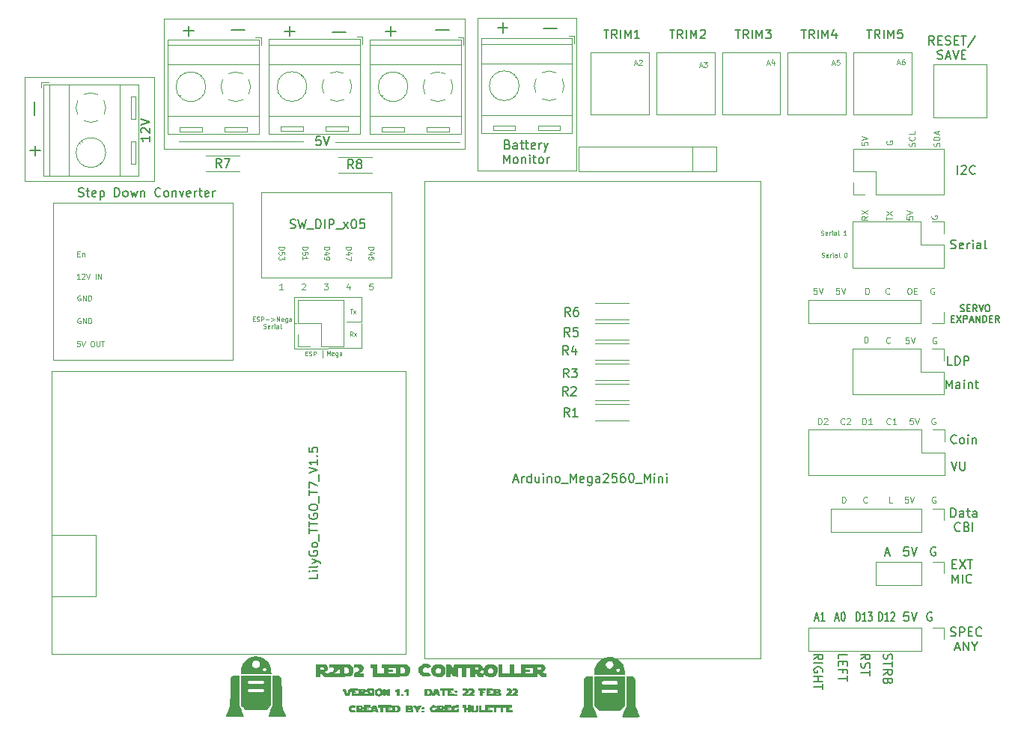
<source format=gbr>
%TF.GenerationSoftware,KiCad,Pcbnew,(6.0.0-0)*%
%TF.CreationDate,2022-02-23T10:17:12-05:00*%
%TF.ProjectId,LED_Controller_Without_Level_Shifter,4c45445f-436f-46e7-9472-6f6c6c65725f,1.0*%
%TF.SameCoordinates,Original*%
%TF.FileFunction,Legend,Top*%
%TF.FilePolarity,Positive*%
%FSLAX46Y46*%
G04 Gerber Fmt 4.6, Leading zero omitted, Abs format (unit mm)*
G04 Created by KiCad (PCBNEW (6.0.0-0)) date 2022-02-23 10:17:12*
%MOMM*%
%LPD*%
G01*
G04 APERTURE LIST*
%ADD10C,0.120000*%
%ADD11C,0.100000*%
%ADD12C,0.150000*%
%ADD13C,0.075000*%
%ADD14C,0.010000*%
G04 APERTURE END LIST*
D10*
X119980000Y-98090000D02*
X119980000Y-98940000D01*
D11*
X120486666Y-98666190D02*
X120486666Y-98166190D01*
X120653333Y-98523333D01*
X120820000Y-98166190D01*
X120820000Y-98666190D01*
X121248571Y-98642380D02*
X121200952Y-98666190D01*
X121105714Y-98666190D01*
X121058095Y-98642380D01*
X121034285Y-98594761D01*
X121034285Y-98404285D01*
X121058095Y-98356666D01*
X121105714Y-98332857D01*
X121200952Y-98332857D01*
X121248571Y-98356666D01*
X121272380Y-98404285D01*
X121272380Y-98451904D01*
X121034285Y-98499523D01*
X121700952Y-98332857D02*
X121700952Y-98737619D01*
X121677142Y-98785238D01*
X121653333Y-98809047D01*
X121605714Y-98832857D01*
X121534285Y-98832857D01*
X121486666Y-98809047D01*
X121700952Y-98642380D02*
X121653333Y-98666190D01*
X121558095Y-98666190D01*
X121510476Y-98642380D01*
X121486666Y-98618571D01*
X121462857Y-98570952D01*
X121462857Y-98428095D01*
X121486666Y-98380476D01*
X121510476Y-98356666D01*
X121558095Y-98332857D01*
X121653333Y-98332857D01*
X121700952Y-98356666D01*
X122153333Y-98666190D02*
X122153333Y-98404285D01*
X122129523Y-98356666D01*
X122081904Y-98332857D01*
X121986666Y-98332857D01*
X121939047Y-98356666D01*
X122153333Y-98642380D02*
X122105714Y-98666190D01*
X121986666Y-98666190D01*
X121939047Y-98642380D01*
X121915238Y-98594761D01*
X121915238Y-98547142D01*
X121939047Y-98499523D01*
X121986666Y-98475714D01*
X122105714Y-98475714D01*
X122153333Y-98451904D01*
X118054761Y-98454285D02*
X118221428Y-98454285D01*
X118292857Y-98716190D02*
X118054761Y-98716190D01*
X118054761Y-98216190D01*
X118292857Y-98216190D01*
X118483333Y-98692380D02*
X118554761Y-98716190D01*
X118673809Y-98716190D01*
X118721428Y-98692380D01*
X118745238Y-98668571D01*
X118769047Y-98620952D01*
X118769047Y-98573333D01*
X118745238Y-98525714D01*
X118721428Y-98501904D01*
X118673809Y-98478095D01*
X118578571Y-98454285D01*
X118530952Y-98430476D01*
X118507142Y-98406666D01*
X118483333Y-98359047D01*
X118483333Y-98311428D01*
X118507142Y-98263809D01*
X118530952Y-98240000D01*
X118578571Y-98216190D01*
X118697619Y-98216190D01*
X118769047Y-98240000D01*
X118983333Y-98716190D02*
X118983333Y-98216190D01*
X119173809Y-98216190D01*
X119221428Y-98240000D01*
X119245238Y-98263809D01*
X119269047Y-98311428D01*
X119269047Y-98382857D01*
X119245238Y-98430476D01*
X119221428Y-98454285D01*
X119173809Y-98478095D01*
X118983333Y-98478095D01*
D10*
X116760000Y-97835000D02*
X116760000Y-95125000D01*
X124410000Y-97870000D02*
X116760000Y-97890000D01*
X124420000Y-95010000D02*
X124420000Y-97740000D01*
X124410000Y-94870000D02*
X122680000Y-94870000D01*
X124410000Y-92110000D02*
X124410000Y-94870000D01*
X116770000Y-92110000D02*
X124410000Y-92110000D01*
X116770000Y-95000000D02*
X116770000Y-92110000D01*
X117060000Y-95000000D02*
X116770000Y-95000000D01*
X137530000Y-60480000D02*
X148680000Y-60480000D01*
X148680000Y-60480000D02*
X148680000Y-77810000D01*
X148680000Y-77810000D02*
X137530000Y-77810000D01*
X137530000Y-77810000D02*
X137530000Y-60480000D01*
X135530000Y-74520000D02*
X121470000Y-74520000D01*
X117830000Y-74460000D02*
X103770000Y-74460000D01*
X102090000Y-60590000D02*
X136080000Y-60590000D01*
X136080000Y-60590000D02*
X136080000Y-75326000D01*
X136080000Y-75326000D02*
X102090000Y-75326000D01*
X102090000Y-75326000D02*
X102090000Y-60590000D01*
X86330000Y-67162000D02*
X100980000Y-67162000D01*
X100980000Y-67162000D02*
X100980000Y-78964000D01*
X100980000Y-78964000D02*
X86330000Y-78964000D01*
X86330000Y-78964000D02*
X86330000Y-67162000D01*
D12*
X183491238Y-132459262D02*
X183443619Y-132602119D01*
X183443619Y-132840214D01*
X183491238Y-132935452D01*
X183538857Y-132983072D01*
X183634095Y-133030691D01*
X183729333Y-133030691D01*
X183824571Y-132983072D01*
X183872190Y-132935452D01*
X183919809Y-132840214D01*
X183967428Y-132649738D01*
X184015047Y-132554500D01*
X184062666Y-132506881D01*
X184157904Y-132459262D01*
X184253142Y-132459262D01*
X184348380Y-132506881D01*
X184396000Y-132554500D01*
X184443619Y-132649738D01*
X184443619Y-132887833D01*
X184396000Y-133030691D01*
X184443619Y-133316405D02*
X184443619Y-133887833D01*
X183443619Y-133602119D02*
X184443619Y-133602119D01*
X183443619Y-134792595D02*
X183919809Y-134459262D01*
X183443619Y-134221167D02*
X184443619Y-134221167D01*
X184443619Y-134602119D01*
X184396000Y-134697357D01*
X184348380Y-134744976D01*
X184253142Y-134792595D01*
X184110285Y-134792595D01*
X184015047Y-134744976D01*
X183967428Y-134697357D01*
X183919809Y-134602119D01*
X183919809Y-134221167D01*
X183967428Y-135554500D02*
X183919809Y-135697357D01*
X183872190Y-135744976D01*
X183776952Y-135792595D01*
X183634095Y-135792595D01*
X183538857Y-135744976D01*
X183491238Y-135697357D01*
X183443619Y-135602119D01*
X183443619Y-135221167D01*
X184443619Y-135221167D01*
X184443619Y-135554500D01*
X184396000Y-135649738D01*
X184348380Y-135697357D01*
X184253142Y-135744976D01*
X184157904Y-135744976D01*
X184062666Y-135697357D01*
X184015047Y-135649738D01*
X183967428Y-135554500D01*
X183967428Y-135221167D01*
D13*
X122644571Y-86393428D02*
X123244571Y-86393428D01*
X123244571Y-86536285D01*
X123216000Y-86622000D01*
X123158857Y-86679142D01*
X123101714Y-86707714D01*
X122987428Y-86736285D01*
X122901714Y-86736285D01*
X122787428Y-86707714D01*
X122730285Y-86679142D01*
X122673142Y-86622000D01*
X122644571Y-86536285D01*
X122644571Y-86393428D01*
X123044571Y-87250571D02*
X122644571Y-87250571D01*
X123273142Y-87107714D02*
X122844571Y-86964857D01*
X122844571Y-87336285D01*
X123244571Y-87507714D02*
X123244571Y-87907714D01*
X122644571Y-87650571D01*
D12*
X140930571Y-74815571D02*
X141073428Y-74863190D01*
X141121047Y-74910809D01*
X141168666Y-75006047D01*
X141168666Y-75148904D01*
X141121047Y-75244142D01*
X141073428Y-75291761D01*
X140978190Y-75339380D01*
X140597238Y-75339380D01*
X140597238Y-74339380D01*
X140930571Y-74339380D01*
X141025809Y-74387000D01*
X141073428Y-74434619D01*
X141121047Y-74529857D01*
X141121047Y-74625095D01*
X141073428Y-74720333D01*
X141025809Y-74767952D01*
X140930571Y-74815571D01*
X140597238Y-74815571D01*
X142025809Y-75339380D02*
X142025809Y-74815571D01*
X141978190Y-74720333D01*
X141882952Y-74672714D01*
X141692476Y-74672714D01*
X141597238Y-74720333D01*
X142025809Y-75291761D02*
X141930571Y-75339380D01*
X141692476Y-75339380D01*
X141597238Y-75291761D01*
X141549619Y-75196523D01*
X141549619Y-75101285D01*
X141597238Y-75006047D01*
X141692476Y-74958428D01*
X141930571Y-74958428D01*
X142025809Y-74910809D01*
X142359142Y-74672714D02*
X142740095Y-74672714D01*
X142502000Y-74339380D02*
X142502000Y-75196523D01*
X142549619Y-75291761D01*
X142644857Y-75339380D01*
X142740095Y-75339380D01*
X142930571Y-74672714D02*
X143311523Y-74672714D01*
X143073428Y-74339380D02*
X143073428Y-75196523D01*
X143121047Y-75291761D01*
X143216285Y-75339380D01*
X143311523Y-75339380D01*
X144025809Y-75291761D02*
X143930571Y-75339380D01*
X143740095Y-75339380D01*
X143644857Y-75291761D01*
X143597238Y-75196523D01*
X143597238Y-74815571D01*
X143644857Y-74720333D01*
X143740095Y-74672714D01*
X143930571Y-74672714D01*
X144025809Y-74720333D01*
X144073428Y-74815571D01*
X144073428Y-74910809D01*
X143597238Y-75006047D01*
X144502000Y-75339380D02*
X144502000Y-74672714D01*
X144502000Y-74863190D02*
X144549619Y-74767952D01*
X144597238Y-74720333D01*
X144692476Y-74672714D01*
X144787714Y-74672714D01*
X145025809Y-74672714D02*
X145263904Y-75339380D01*
X145502000Y-74672714D02*
X145263904Y-75339380D01*
X145168666Y-75577476D01*
X145121047Y-75625095D01*
X145025809Y-75672714D01*
X140478190Y-76949380D02*
X140478190Y-75949380D01*
X140811523Y-76663666D01*
X141144857Y-75949380D01*
X141144857Y-76949380D01*
X141763904Y-76949380D02*
X141668666Y-76901761D01*
X141621047Y-76854142D01*
X141573428Y-76758904D01*
X141573428Y-76473190D01*
X141621047Y-76377952D01*
X141668666Y-76330333D01*
X141763904Y-76282714D01*
X141906761Y-76282714D01*
X142002000Y-76330333D01*
X142049619Y-76377952D01*
X142097238Y-76473190D01*
X142097238Y-76758904D01*
X142049619Y-76854142D01*
X142002000Y-76901761D01*
X141906761Y-76949380D01*
X141763904Y-76949380D01*
X142525809Y-76282714D02*
X142525809Y-76949380D01*
X142525809Y-76377952D02*
X142573428Y-76330333D01*
X142668666Y-76282714D01*
X142811523Y-76282714D01*
X142906761Y-76330333D01*
X142954380Y-76425571D01*
X142954380Y-76949380D01*
X143430571Y-76949380D02*
X143430571Y-76282714D01*
X143430571Y-75949380D02*
X143382952Y-75997000D01*
X143430571Y-76044619D01*
X143478190Y-75997000D01*
X143430571Y-75949380D01*
X143430571Y-76044619D01*
X143763904Y-76282714D02*
X144144857Y-76282714D01*
X143906761Y-75949380D02*
X143906761Y-76806523D01*
X143954380Y-76901761D01*
X144049619Y-76949380D01*
X144144857Y-76949380D01*
X144621047Y-76949380D02*
X144525809Y-76901761D01*
X144478190Y-76854142D01*
X144430571Y-76758904D01*
X144430571Y-76473190D01*
X144478190Y-76377952D01*
X144525809Y-76330333D01*
X144621047Y-76282714D01*
X144763904Y-76282714D01*
X144859142Y-76330333D01*
X144906761Y-76377952D01*
X144954380Y-76473190D01*
X144954380Y-76758904D01*
X144906761Y-76854142D01*
X144859142Y-76901761D01*
X144763904Y-76949380D01*
X144621047Y-76949380D01*
X145382952Y-76949380D02*
X145382952Y-76282714D01*
X145382952Y-76473190D02*
X145430571Y-76377952D01*
X145478190Y-76330333D01*
X145573428Y-76282714D01*
X145668666Y-76282714D01*
D13*
X117656000Y-90615333D02*
X117689333Y-90582000D01*
X117756000Y-90548666D01*
X117922666Y-90548666D01*
X117989333Y-90582000D01*
X118022666Y-90615333D01*
X118056000Y-90682000D01*
X118056000Y-90748666D01*
X118022666Y-90848666D01*
X117622666Y-91248666D01*
X118056000Y-91248666D01*
X162639428Y-65886000D02*
X162925142Y-65886000D01*
X162582285Y-66057428D02*
X162782285Y-65457428D01*
X162982285Y-66057428D01*
X163125142Y-65457428D02*
X163496571Y-65457428D01*
X163296571Y-65686000D01*
X163382285Y-65686000D01*
X163439428Y-65714571D01*
X163468000Y-65743142D01*
X163496571Y-65800285D01*
X163496571Y-65943142D01*
X163468000Y-66000285D01*
X163439428Y-66028857D01*
X163382285Y-66057428D01*
X163210857Y-66057428D01*
X163153714Y-66028857D01*
X163125142Y-66000285D01*
X181591916Y-115312000D02*
X181558583Y-115345333D01*
X181458583Y-115378666D01*
X181391916Y-115378666D01*
X181291916Y-115345333D01*
X181225250Y-115278666D01*
X181191916Y-115212000D01*
X181158583Y-115078666D01*
X181158583Y-114978666D01*
X181191916Y-114845333D01*
X181225250Y-114778666D01*
X181291916Y-114712000D01*
X181391916Y-114678666D01*
X181458583Y-114678666D01*
X181558583Y-114712000D01*
X181591916Y-114745333D01*
D11*
X123098761Y-93452190D02*
X123384476Y-93452190D01*
X123241619Y-93952190D02*
X123241619Y-93452190D01*
X123503523Y-93952190D02*
X123765428Y-93618857D01*
X123503523Y-93618857D02*
X123765428Y-93952190D01*
D13*
X115516000Y-91248666D02*
X115116000Y-91248666D01*
X115316000Y-91248666D02*
X115316000Y-90548666D01*
X115249333Y-90648666D01*
X115182666Y-90715333D01*
X115116000Y-90748666D01*
X189398583Y-96678000D02*
X189331916Y-96644666D01*
X189231916Y-96644666D01*
X189131916Y-96678000D01*
X189065250Y-96744666D01*
X189031916Y-96811333D01*
X188998583Y-96944666D01*
X188998583Y-97044666D01*
X189031916Y-97178000D01*
X189065250Y-97244666D01*
X189131916Y-97311333D01*
X189231916Y-97344666D01*
X189298583Y-97344666D01*
X189398583Y-97311333D01*
X189431916Y-97278000D01*
X189431916Y-97044666D01*
X189298583Y-97044666D01*
D12*
X175726214Y-128436666D02*
X176083357Y-128436666D01*
X175654785Y-128722380D02*
X175904785Y-127722380D01*
X176154785Y-128722380D01*
X176797642Y-128722380D02*
X176369071Y-128722380D01*
X176583357Y-128722380D02*
X176583357Y-127722380D01*
X176511928Y-127865238D01*
X176440500Y-127960476D01*
X176369071Y-128008095D01*
X146491904Y-61702380D02*
X145730000Y-61702380D01*
X145730000Y-61702380D02*
X144968095Y-61702380D01*
X191692666Y-108561142D02*
X191645047Y-108608761D01*
X191502190Y-108656380D01*
X191406952Y-108656380D01*
X191264095Y-108608761D01*
X191168857Y-108513523D01*
X191121238Y-108418285D01*
X191073619Y-108227809D01*
X191073619Y-108084952D01*
X191121238Y-107894476D01*
X191168857Y-107799238D01*
X191264095Y-107704000D01*
X191406952Y-107656380D01*
X191502190Y-107656380D01*
X191645047Y-107704000D01*
X191692666Y-107751619D01*
X192264095Y-108656380D02*
X192168857Y-108608761D01*
X192121238Y-108561142D01*
X192073619Y-108465904D01*
X192073619Y-108180190D01*
X192121238Y-108084952D01*
X192168857Y-108037333D01*
X192264095Y-107989714D01*
X192406952Y-107989714D01*
X192502190Y-108037333D01*
X192549809Y-108084952D01*
X192597428Y-108180190D01*
X192597428Y-108465904D01*
X192549809Y-108561142D01*
X192502190Y-108608761D01*
X192406952Y-108656380D01*
X192264095Y-108656380D01*
X193026000Y-108656380D02*
X193026000Y-107989714D01*
X193026000Y-107656380D02*
X192978380Y-107704000D01*
X193026000Y-107751619D01*
X193073619Y-107704000D01*
X193026000Y-107656380D01*
X193026000Y-107751619D01*
X193502190Y-107989714D02*
X193502190Y-108656380D01*
X193502190Y-108084952D02*
X193549809Y-108037333D01*
X193645047Y-107989714D01*
X193787904Y-107989714D01*
X193883142Y-108037333D01*
X193930761Y-108132571D01*
X193930761Y-108656380D01*
D13*
X125194571Y-86393428D02*
X125794571Y-86393428D01*
X125794571Y-86536285D01*
X125766000Y-86622000D01*
X125708857Y-86679142D01*
X125651714Y-86707714D01*
X125537428Y-86736285D01*
X125451714Y-86736285D01*
X125337428Y-86707714D01*
X125280285Y-86679142D01*
X125223142Y-86622000D01*
X125194571Y-86536285D01*
X125194571Y-86393428D01*
X125594571Y-87250571D02*
X125194571Y-87250571D01*
X125823142Y-87107714D02*
X125394571Y-86964857D01*
X125394571Y-87336285D01*
X125794571Y-87850571D02*
X125794571Y-87564857D01*
X125508857Y-87536285D01*
X125537428Y-87564857D01*
X125566000Y-87622000D01*
X125566000Y-87764857D01*
X125537428Y-87822000D01*
X125508857Y-87850571D01*
X125451714Y-87879142D01*
X125308857Y-87879142D01*
X125251714Y-87850571D01*
X125223142Y-87822000D01*
X125194571Y-87764857D01*
X125194571Y-87622000D01*
X125223142Y-87564857D01*
X125251714Y-87536285D01*
D12*
X190523695Y-102434180D02*
X190523695Y-101434180D01*
X190857028Y-102148466D01*
X191190361Y-101434180D01*
X191190361Y-102434180D01*
X192095123Y-102434180D02*
X192095123Y-101910371D01*
X192047504Y-101815133D01*
X191952266Y-101767514D01*
X191761790Y-101767514D01*
X191666552Y-101815133D01*
X192095123Y-102386561D02*
X191999885Y-102434180D01*
X191761790Y-102434180D01*
X191666552Y-102386561D01*
X191618933Y-102291323D01*
X191618933Y-102196085D01*
X191666552Y-102100847D01*
X191761790Y-102053228D01*
X191999885Y-102053228D01*
X192095123Y-102005609D01*
X192571314Y-102434180D02*
X192571314Y-101767514D01*
X192571314Y-101434180D02*
X192523695Y-101481800D01*
X192571314Y-101529419D01*
X192618933Y-101481800D01*
X192571314Y-101434180D01*
X192571314Y-101529419D01*
X193047504Y-101767514D02*
X193047504Y-102434180D01*
X193047504Y-101862752D02*
X193095123Y-101815133D01*
X193190361Y-101767514D01*
X193333219Y-101767514D01*
X193428457Y-101815133D01*
X193476076Y-101910371D01*
X193476076Y-102434180D01*
X193809409Y-101767514D02*
X194190361Y-101767514D01*
X193952266Y-101434180D02*
X193952266Y-102291323D01*
X193999885Y-102386561D01*
X194095123Y-102434180D01*
X194190361Y-102434180D01*
X189322404Y-120404000D02*
X189227166Y-120356380D01*
X189084309Y-120356380D01*
X188941452Y-120404000D01*
X188846214Y-120499238D01*
X188798595Y-120594476D01*
X188750976Y-120784952D01*
X188750976Y-120927809D01*
X188798595Y-121118285D01*
X188846214Y-121213523D01*
X188941452Y-121308761D01*
X189084309Y-121356380D01*
X189179547Y-121356380D01*
X189322404Y-121308761D01*
X189370023Y-121261142D01*
X189370023Y-120927809D01*
X189179547Y-120927809D01*
D13*
X92258572Y-87187142D02*
X92458572Y-87187142D01*
X92544286Y-87501428D02*
X92258572Y-87501428D01*
X92258572Y-86901428D01*
X92544286Y-86901428D01*
X92801429Y-87101428D02*
X92801429Y-87501428D01*
X92801429Y-87158571D02*
X92830000Y-87130000D01*
X92887143Y-87101428D01*
X92972857Y-87101428D01*
X93030000Y-87130000D01*
X93058572Y-87187142D01*
X93058572Y-87501428D01*
D12*
X128297428Y-61998857D02*
X127154571Y-61998857D01*
X127726000Y-61427428D02*
X127726000Y-62570285D01*
D13*
X92592857Y-94490000D02*
X92535714Y-94461428D01*
X92450000Y-94461428D01*
X92364285Y-94490000D01*
X92307142Y-94547142D01*
X92278571Y-94604285D01*
X92250000Y-94718571D01*
X92250000Y-94804285D01*
X92278571Y-94918571D01*
X92307142Y-94975714D01*
X92364285Y-95032857D01*
X92450000Y-95061428D01*
X92507142Y-95061428D01*
X92592857Y-95032857D01*
X92621428Y-95004285D01*
X92621428Y-94804285D01*
X92507142Y-94804285D01*
X92878571Y-95061428D02*
X92878571Y-94461428D01*
X93221428Y-95061428D01*
X93221428Y-94461428D01*
X93507142Y-95061428D02*
X93507142Y-94461428D01*
X93650000Y-94461428D01*
X93735714Y-94490000D01*
X93792857Y-94547142D01*
X93821428Y-94604285D01*
X93850000Y-94718571D01*
X93850000Y-94804285D01*
X93821428Y-94918571D01*
X93792857Y-94975714D01*
X93735714Y-95032857D01*
X93650000Y-95061428D01*
X93507142Y-95061428D01*
D12*
X140941428Y-61592857D02*
X139798571Y-61592857D01*
X140370000Y-61021428D02*
X140370000Y-62164285D01*
D13*
X175888666Y-91056666D02*
X175555333Y-91056666D01*
X175522000Y-91390000D01*
X175555333Y-91356666D01*
X175622000Y-91323333D01*
X175788666Y-91323333D01*
X175855333Y-91356666D01*
X175888666Y-91390000D01*
X175922000Y-91456666D01*
X175922000Y-91623333D01*
X175888666Y-91690000D01*
X175855333Y-91723333D01*
X175788666Y-91756666D01*
X175622000Y-91756666D01*
X175555333Y-91723333D01*
X175522000Y-91690000D01*
X176122000Y-91056666D02*
X176355333Y-91756666D01*
X176588666Y-91056666D01*
X120159571Y-86393428D02*
X120759571Y-86393428D01*
X120759571Y-86536285D01*
X120731000Y-86622000D01*
X120673857Y-86679142D01*
X120616714Y-86707714D01*
X120502428Y-86736285D01*
X120416714Y-86736285D01*
X120302428Y-86707714D01*
X120245285Y-86679142D01*
X120188142Y-86622000D01*
X120159571Y-86536285D01*
X120159571Y-86393428D01*
X120559571Y-87250571D02*
X120159571Y-87250571D01*
X120788142Y-87107714D02*
X120359571Y-86964857D01*
X120359571Y-87336285D01*
X120159571Y-87593428D02*
X120159571Y-87707714D01*
X120188142Y-87764857D01*
X120216714Y-87793428D01*
X120302428Y-87850571D01*
X120416714Y-87879142D01*
X120645285Y-87879142D01*
X120702428Y-87850571D01*
X120731000Y-87822000D01*
X120759571Y-87764857D01*
X120759571Y-87650571D01*
X120731000Y-87593428D01*
X120702428Y-87564857D01*
X120645285Y-87536285D01*
X120502428Y-87536285D01*
X120445285Y-87564857D01*
X120416714Y-87593428D01*
X120388142Y-87650571D01*
X120388142Y-87764857D01*
X120416714Y-87822000D01*
X120445285Y-87850571D01*
X120502428Y-87879142D01*
X181267916Y-97256666D02*
X181267916Y-96556666D01*
X181434583Y-96556666D01*
X181534583Y-96590000D01*
X181601250Y-96656666D01*
X181634583Y-96723333D01*
X181667916Y-96856666D01*
X181667916Y-96956666D01*
X181634583Y-97090000D01*
X181601250Y-97156666D01*
X181534583Y-97223333D01*
X181434583Y-97256666D01*
X181267916Y-97256666D01*
D11*
X112133333Y-94557785D02*
X112300000Y-94557785D01*
X112371428Y-94819690D02*
X112133333Y-94819690D01*
X112133333Y-94319690D01*
X112371428Y-94319690D01*
X112561904Y-94795880D02*
X112633333Y-94819690D01*
X112752380Y-94819690D01*
X112800000Y-94795880D01*
X112823809Y-94772071D01*
X112847619Y-94724452D01*
X112847619Y-94676833D01*
X112823809Y-94629214D01*
X112800000Y-94605404D01*
X112752380Y-94581595D01*
X112657142Y-94557785D01*
X112609523Y-94533976D01*
X112585714Y-94510166D01*
X112561904Y-94462547D01*
X112561904Y-94414928D01*
X112585714Y-94367309D01*
X112609523Y-94343500D01*
X112657142Y-94319690D01*
X112776190Y-94319690D01*
X112847619Y-94343500D01*
X113061904Y-94819690D02*
X113061904Y-94319690D01*
X113252380Y-94319690D01*
X113300000Y-94343500D01*
X113323809Y-94367309D01*
X113347619Y-94414928D01*
X113347619Y-94486357D01*
X113323809Y-94533976D01*
X113300000Y-94557785D01*
X113252380Y-94581595D01*
X113061904Y-94581595D01*
X113561904Y-94629214D02*
X113942857Y-94629214D01*
X114180952Y-94486357D02*
X114561904Y-94629214D01*
X114180952Y-94772071D01*
X114800000Y-94819690D02*
X114800000Y-94319690D01*
X114966666Y-94676833D01*
X115133333Y-94319690D01*
X115133333Y-94819690D01*
X115561904Y-94795880D02*
X115514285Y-94819690D01*
X115419047Y-94819690D01*
X115371428Y-94795880D01*
X115347619Y-94748261D01*
X115347619Y-94557785D01*
X115371428Y-94510166D01*
X115419047Y-94486357D01*
X115514285Y-94486357D01*
X115561904Y-94510166D01*
X115585714Y-94557785D01*
X115585714Y-94605404D01*
X115347619Y-94653023D01*
X116014285Y-94486357D02*
X116014285Y-94891119D01*
X115990476Y-94938738D01*
X115966666Y-94962547D01*
X115919047Y-94986357D01*
X115847619Y-94986357D01*
X115800000Y-94962547D01*
X116014285Y-94795880D02*
X115966666Y-94819690D01*
X115871428Y-94819690D01*
X115823809Y-94795880D01*
X115800000Y-94772071D01*
X115776190Y-94724452D01*
X115776190Y-94581595D01*
X115800000Y-94533976D01*
X115823809Y-94510166D01*
X115871428Y-94486357D01*
X115966666Y-94486357D01*
X116014285Y-94510166D01*
X116466666Y-94819690D02*
X116466666Y-94557785D01*
X116442857Y-94510166D01*
X116395238Y-94486357D01*
X116300000Y-94486357D01*
X116252380Y-94510166D01*
X116466666Y-94795880D02*
X116419047Y-94819690D01*
X116300000Y-94819690D01*
X116252380Y-94795880D01*
X116228571Y-94748261D01*
X116228571Y-94700642D01*
X116252380Y-94653023D01*
X116300000Y-94629214D01*
X116419047Y-94629214D01*
X116466666Y-94605404D01*
X113311904Y-95600880D02*
X113383333Y-95624690D01*
X113502380Y-95624690D01*
X113550000Y-95600880D01*
X113573809Y-95577071D01*
X113597619Y-95529452D01*
X113597619Y-95481833D01*
X113573809Y-95434214D01*
X113550000Y-95410404D01*
X113502380Y-95386595D01*
X113407142Y-95362785D01*
X113359523Y-95338976D01*
X113335714Y-95315166D01*
X113311904Y-95267547D01*
X113311904Y-95219928D01*
X113335714Y-95172309D01*
X113359523Y-95148500D01*
X113407142Y-95124690D01*
X113526190Y-95124690D01*
X113597619Y-95148500D01*
X114002380Y-95600880D02*
X113954761Y-95624690D01*
X113859523Y-95624690D01*
X113811904Y-95600880D01*
X113788095Y-95553261D01*
X113788095Y-95362785D01*
X113811904Y-95315166D01*
X113859523Y-95291357D01*
X113954761Y-95291357D01*
X114002380Y-95315166D01*
X114026190Y-95362785D01*
X114026190Y-95410404D01*
X113788095Y-95458023D01*
X114240476Y-95624690D02*
X114240476Y-95291357D01*
X114240476Y-95386595D02*
X114264285Y-95338976D01*
X114288095Y-95315166D01*
X114335714Y-95291357D01*
X114383333Y-95291357D01*
X114550000Y-95624690D02*
X114550000Y-95291357D01*
X114550000Y-95124690D02*
X114526190Y-95148500D01*
X114550000Y-95172309D01*
X114573809Y-95148500D01*
X114550000Y-95124690D01*
X114550000Y-95172309D01*
X115002380Y-95624690D02*
X115002380Y-95362785D01*
X114978571Y-95315166D01*
X114930952Y-95291357D01*
X114835714Y-95291357D01*
X114788095Y-95315166D01*
X115002380Y-95600880D02*
X114954761Y-95624690D01*
X114835714Y-95624690D01*
X114788095Y-95600880D01*
X114764285Y-95553261D01*
X114764285Y-95505642D01*
X114788095Y-95458023D01*
X114835714Y-95434214D01*
X114954761Y-95434214D01*
X115002380Y-95410404D01*
X115311904Y-95624690D02*
X115264285Y-95600880D01*
X115240476Y-95553261D01*
X115240476Y-95124690D01*
D13*
X186762583Y-105788666D02*
X186429250Y-105788666D01*
X186395916Y-106122000D01*
X186429250Y-106088666D01*
X186495916Y-106055333D01*
X186662583Y-106055333D01*
X186729250Y-106088666D01*
X186762583Y-106122000D01*
X186795916Y-106188666D01*
X186795916Y-106355333D01*
X186762583Y-106422000D01*
X186729250Y-106455333D01*
X186662583Y-106488666D01*
X186495916Y-106488666D01*
X186429250Y-106455333D01*
X186395916Y-106422000D01*
X186995916Y-105788666D02*
X187229250Y-106488666D01*
X187462583Y-105788666D01*
D12*
X134329904Y-61812380D02*
X133568000Y-61812380D01*
X133568000Y-61812380D02*
X132806095Y-61812380D01*
D13*
X181426666Y-91756666D02*
X181426666Y-91056666D01*
X181593333Y-91056666D01*
X181693333Y-91090000D01*
X181760000Y-91156666D01*
X181793333Y-91223333D01*
X181826666Y-91356666D01*
X181826666Y-91456666D01*
X181793333Y-91590000D01*
X181760000Y-91656666D01*
X181693333Y-91723333D01*
X181593333Y-91756666D01*
X181426666Y-91756666D01*
X120162666Y-90548666D02*
X120596000Y-90548666D01*
X120362666Y-90815333D01*
X120462666Y-90815333D01*
X120529333Y-90848666D01*
X120562666Y-90882000D01*
X120596000Y-90948666D01*
X120596000Y-91115333D01*
X120562666Y-91182000D01*
X120529333Y-91215333D01*
X120462666Y-91248666D01*
X120262666Y-91248666D01*
X120196000Y-91215333D01*
X120162666Y-91182000D01*
D12*
X119789523Y-73912380D02*
X119313333Y-73912380D01*
X119265714Y-74388571D01*
X119313333Y-74340952D01*
X119408571Y-74293333D01*
X119646666Y-74293333D01*
X119741904Y-74340952D01*
X119789523Y-74388571D01*
X119837142Y-74483809D01*
X119837142Y-74721904D01*
X119789523Y-74817142D01*
X119741904Y-74864761D01*
X119646666Y-74912380D01*
X119408571Y-74912380D01*
X119313333Y-74864761D01*
X119265714Y-74817142D01*
X120122857Y-73912380D02*
X120456190Y-74912380D01*
X120789523Y-73912380D01*
D13*
X183766666Y-83396857D02*
X183766666Y-82996857D01*
X184466666Y-83196857D02*
X183766666Y-83196857D01*
X183766666Y-82830190D02*
X184466666Y-82363524D01*
X183766666Y-82363524D02*
X184466666Y-82830190D01*
X186208583Y-114678666D02*
X185875250Y-114678666D01*
X185841916Y-115012000D01*
X185875250Y-114978666D01*
X185941916Y-114945333D01*
X186108583Y-114945333D01*
X186175250Y-114978666D01*
X186208583Y-115012000D01*
X186241916Y-115078666D01*
X186241916Y-115245333D01*
X186208583Y-115312000D01*
X186175250Y-115345333D01*
X186108583Y-115378666D01*
X185941916Y-115378666D01*
X185875250Y-115345333D01*
X185841916Y-115312000D01*
X186441916Y-114678666D02*
X186675250Y-115378666D01*
X186908583Y-114678666D01*
X178428666Y-91056666D02*
X178095333Y-91056666D01*
X178062000Y-91390000D01*
X178095333Y-91356666D01*
X178162000Y-91323333D01*
X178328666Y-91323333D01*
X178395333Y-91356666D01*
X178428666Y-91390000D01*
X178462000Y-91456666D01*
X178462000Y-91623333D01*
X178428666Y-91690000D01*
X178395333Y-91723333D01*
X178328666Y-91756666D01*
X178162000Y-91756666D01*
X178095333Y-91723333D01*
X178062000Y-91690000D01*
X178662000Y-91056666D02*
X178895333Y-91756666D01*
X179128666Y-91056666D01*
X123069333Y-90782000D02*
X123069333Y-91248666D01*
X122902666Y-90515333D02*
X122736000Y-91015333D01*
X123169333Y-91015333D01*
D11*
X176383333Y-85038380D02*
X176454761Y-85062190D01*
X176573809Y-85062190D01*
X176621428Y-85038380D01*
X176645238Y-85014571D01*
X176669047Y-84966952D01*
X176669047Y-84919333D01*
X176645238Y-84871714D01*
X176621428Y-84847904D01*
X176573809Y-84824095D01*
X176478571Y-84800285D01*
X176430952Y-84776476D01*
X176407142Y-84752666D01*
X176383333Y-84705047D01*
X176383333Y-84657428D01*
X176407142Y-84609809D01*
X176430952Y-84586000D01*
X176478571Y-84562190D01*
X176597619Y-84562190D01*
X176669047Y-84586000D01*
X177073809Y-85038380D02*
X177026190Y-85062190D01*
X176930952Y-85062190D01*
X176883333Y-85038380D01*
X176859523Y-84990761D01*
X176859523Y-84800285D01*
X176883333Y-84752666D01*
X176930952Y-84728857D01*
X177026190Y-84728857D01*
X177073809Y-84752666D01*
X177097619Y-84800285D01*
X177097619Y-84847904D01*
X176859523Y-84895523D01*
X177311904Y-85062190D02*
X177311904Y-84728857D01*
X177311904Y-84824095D02*
X177335714Y-84776476D01*
X177359523Y-84752666D01*
X177407142Y-84728857D01*
X177454761Y-84728857D01*
X177621428Y-85062190D02*
X177621428Y-84728857D01*
X177621428Y-84562190D02*
X177597619Y-84586000D01*
X177621428Y-84609809D01*
X177645238Y-84586000D01*
X177621428Y-84562190D01*
X177621428Y-84609809D01*
X178073809Y-85062190D02*
X178073809Y-84800285D01*
X178050000Y-84752666D01*
X178002380Y-84728857D01*
X177907142Y-84728857D01*
X177859523Y-84752666D01*
X178073809Y-85038380D02*
X178026190Y-85062190D01*
X177907142Y-85062190D01*
X177859523Y-85038380D01*
X177835714Y-84990761D01*
X177835714Y-84943142D01*
X177859523Y-84895523D01*
X177907142Y-84871714D01*
X178026190Y-84871714D01*
X178073809Y-84847904D01*
X178383333Y-85062190D02*
X178335714Y-85038380D01*
X178311904Y-84990761D01*
X178311904Y-84562190D01*
X179216666Y-85062190D02*
X178930952Y-85062190D01*
X179073809Y-85062190D02*
X179073809Y-84562190D01*
X179026190Y-84633619D01*
X178978571Y-84681238D01*
X178930952Y-84705047D01*
D12*
X178363619Y-132983071D02*
X178363619Y-132506880D01*
X179363619Y-132506880D01*
X178887428Y-133316404D02*
X178887428Y-133649738D01*
X178363619Y-133792595D02*
X178363619Y-133316404D01*
X179363619Y-133316404D01*
X179363619Y-133792595D01*
X178887428Y-134554499D02*
X178887428Y-134221166D01*
X178363619Y-134221166D02*
X179363619Y-134221166D01*
X179363619Y-134697357D01*
X179363619Y-134935452D02*
X179363619Y-135506880D01*
X178363619Y-135221166D02*
X179363619Y-135221166D01*
X191088857Y-110686380D02*
X191422190Y-111686380D01*
X191755523Y-110686380D01*
X192088857Y-110686380D02*
X192088857Y-111495904D01*
X192136476Y-111591142D01*
X192184095Y-111638761D01*
X192279333Y-111686380D01*
X192469809Y-111686380D01*
X192565047Y-111638761D01*
X192612666Y-111591142D01*
X192660285Y-111495904D01*
X192660285Y-110686380D01*
X182947833Y-128722380D02*
X182947833Y-127722380D01*
X183114500Y-127722380D01*
X183214500Y-127770000D01*
X183281166Y-127865238D01*
X183314500Y-127960476D01*
X183347833Y-128150952D01*
X183347833Y-128293809D01*
X183314500Y-128484285D01*
X183281166Y-128579523D01*
X183214500Y-128674761D01*
X183114500Y-128722380D01*
X182947833Y-128722380D01*
X184014500Y-128722380D02*
X183614500Y-128722380D01*
X183814500Y-128722380D02*
X183814500Y-127722380D01*
X183747833Y-127865238D01*
X183681166Y-127960476D01*
X183614500Y-128008095D01*
X184281166Y-127817619D02*
X184314500Y-127770000D01*
X184381166Y-127722380D01*
X184547833Y-127722380D01*
X184614500Y-127770000D01*
X184647833Y-127817619D01*
X184681166Y-127912857D01*
X184681166Y-128008095D01*
X184647833Y-128150952D01*
X184247833Y-128722380D01*
X184681166Y-128722380D01*
D13*
X186052666Y-82973047D02*
X186052666Y-83306380D01*
X186386000Y-83339714D01*
X186352666Y-83306380D01*
X186319333Y-83239714D01*
X186319333Y-83073047D01*
X186352666Y-83006380D01*
X186386000Y-82973047D01*
X186452666Y-82939714D01*
X186619333Y-82939714D01*
X186686000Y-82973047D01*
X186719333Y-83006380D01*
X186752666Y-83073047D01*
X186752666Y-83239714D01*
X186719333Y-83306380D01*
X186686000Y-83339714D01*
X186052666Y-82739714D02*
X186752666Y-82506380D01*
X186052666Y-82273047D01*
X184408583Y-115378666D02*
X184075250Y-115378666D01*
X184075250Y-114678666D01*
X184991428Y-65600000D02*
X185277142Y-65600000D01*
X184934285Y-65771428D02*
X185134285Y-65171428D01*
X185334285Y-65771428D01*
X185791428Y-65171428D02*
X185677142Y-65171428D01*
X185620000Y-65200000D01*
X185591428Y-65228571D01*
X185534285Y-65314285D01*
X185505714Y-65428571D01*
X185505714Y-65657142D01*
X185534285Y-65714285D01*
X185562857Y-65742857D01*
X185620000Y-65771428D01*
X185734285Y-65771428D01*
X185791428Y-65742857D01*
X185820000Y-65714285D01*
X185848571Y-65657142D01*
X185848571Y-65514285D01*
X185820000Y-65457142D01*
X185791428Y-65428571D01*
X185734285Y-65400000D01*
X185620000Y-65400000D01*
X185562857Y-65428571D01*
X185534285Y-65457142D01*
X185505714Y-65514285D01*
X125642666Y-90548666D02*
X125309333Y-90548666D01*
X125276000Y-90882000D01*
X125309333Y-90848666D01*
X125376000Y-90815333D01*
X125542666Y-90815333D01*
X125609333Y-90848666D01*
X125642666Y-90882000D01*
X125676000Y-90948666D01*
X125676000Y-91115333D01*
X125642666Y-91182000D01*
X125609333Y-91215333D01*
X125542666Y-91248666D01*
X125376000Y-91248666D01*
X125309333Y-91215333D01*
X125276000Y-91182000D01*
X179029250Y-106418000D02*
X178995916Y-106451333D01*
X178895916Y-106484666D01*
X178829250Y-106484666D01*
X178729250Y-106451333D01*
X178662583Y-106384666D01*
X178629250Y-106318000D01*
X178595916Y-106184666D01*
X178595916Y-106084666D01*
X178629250Y-105951333D01*
X178662583Y-105884666D01*
X178729250Y-105818000D01*
X178829250Y-105784666D01*
X178895916Y-105784666D01*
X178995916Y-105818000D01*
X179029250Y-105851333D01*
X179295916Y-105851333D02*
X179329250Y-105818000D01*
X179395916Y-105784666D01*
X179562583Y-105784666D01*
X179629250Y-105818000D01*
X179662583Y-105851333D01*
X179695916Y-105918000D01*
X179695916Y-105984666D01*
X179662583Y-106084666D01*
X179262583Y-106484666D01*
X179695916Y-106484666D01*
X180972666Y-74555333D02*
X180972666Y-74888666D01*
X181306000Y-74922000D01*
X181272666Y-74888666D01*
X181239333Y-74822000D01*
X181239333Y-74655333D01*
X181272666Y-74588666D01*
X181306000Y-74555333D01*
X181372666Y-74522000D01*
X181539333Y-74522000D01*
X181606000Y-74555333D01*
X181639333Y-74588666D01*
X181672666Y-74655333D01*
X181672666Y-74822000D01*
X181639333Y-74888666D01*
X181606000Y-74922000D01*
X180972666Y-74322000D02*
X181672666Y-74088666D01*
X180972666Y-73855333D01*
X115044571Y-86393428D02*
X115644571Y-86393428D01*
X115644571Y-86536285D01*
X115616000Y-86622000D01*
X115558857Y-86679142D01*
X115501714Y-86707714D01*
X115387428Y-86736285D01*
X115301714Y-86736285D01*
X115187428Y-86707714D01*
X115130285Y-86679142D01*
X115073142Y-86622000D01*
X115044571Y-86536285D01*
X115044571Y-86393428D01*
X115644571Y-87279142D02*
X115644571Y-86993428D01*
X115358857Y-86964857D01*
X115387428Y-86993428D01*
X115416000Y-87050571D01*
X115416000Y-87193428D01*
X115387428Y-87250571D01*
X115358857Y-87279142D01*
X115301714Y-87307714D01*
X115158857Y-87307714D01*
X115101714Y-87279142D01*
X115073142Y-87250571D01*
X115044571Y-87193428D01*
X115044571Y-87050571D01*
X115073142Y-86993428D01*
X115101714Y-86964857D01*
X115644571Y-87507714D02*
X115644571Y-87879142D01*
X115416000Y-87679142D01*
X115416000Y-87764857D01*
X115387428Y-87822000D01*
X115358857Y-87850571D01*
X115301714Y-87879142D01*
X115158857Y-87879142D01*
X115101714Y-87850571D01*
X115073142Y-87822000D01*
X115044571Y-87764857D01*
X115044571Y-87593428D01*
X115073142Y-87536285D01*
X115101714Y-87507714D01*
X92592857Y-91900000D02*
X92535714Y-91871428D01*
X92450000Y-91871428D01*
X92364285Y-91900000D01*
X92307142Y-91957142D01*
X92278571Y-92014285D01*
X92250000Y-92128571D01*
X92250000Y-92214285D01*
X92278571Y-92328571D01*
X92307142Y-92385714D01*
X92364285Y-92442857D01*
X92450000Y-92471428D01*
X92507142Y-92471428D01*
X92592857Y-92442857D01*
X92621428Y-92414285D01*
X92621428Y-92214285D01*
X92507142Y-92214285D01*
X92878571Y-92471428D02*
X92878571Y-91871428D01*
X93221428Y-92471428D01*
X93221428Y-91871428D01*
X93507142Y-92471428D02*
X93507142Y-91871428D01*
X93650000Y-91871428D01*
X93735714Y-91900000D01*
X93792857Y-91957142D01*
X93821428Y-92014285D01*
X93850000Y-92128571D01*
X93850000Y-92214285D01*
X93821428Y-92328571D01*
X93792857Y-92385714D01*
X93735714Y-92442857D01*
X93650000Y-92471428D01*
X93507142Y-92471428D01*
X181079250Y-106488666D02*
X181079250Y-105788666D01*
X181245916Y-105788666D01*
X181345916Y-105822000D01*
X181412583Y-105888666D01*
X181445916Y-105955333D01*
X181479250Y-106088666D01*
X181479250Y-106188666D01*
X181445916Y-106322000D01*
X181412583Y-106388666D01*
X181345916Y-106455333D01*
X181245916Y-106488666D01*
X181079250Y-106488666D01*
X182145916Y-106488666D02*
X181745916Y-106488666D01*
X181945916Y-106488666D02*
X181945916Y-105788666D01*
X181879250Y-105888666D01*
X181812583Y-105955333D01*
X181745916Y-105988666D01*
D12*
X116867428Y-61998857D02*
X115724571Y-61998857D01*
X116296000Y-61427428D02*
X116296000Y-62570285D01*
X92385523Y-80668761D02*
X92528380Y-80716380D01*
X92766476Y-80716380D01*
X92861714Y-80668761D01*
X92909333Y-80621142D01*
X92956952Y-80525904D01*
X92956952Y-80430666D01*
X92909333Y-80335428D01*
X92861714Y-80287809D01*
X92766476Y-80240190D01*
X92576000Y-80192571D01*
X92480761Y-80144952D01*
X92433142Y-80097333D01*
X92385523Y-80002095D01*
X92385523Y-79906857D01*
X92433142Y-79811619D01*
X92480761Y-79764000D01*
X92576000Y-79716380D01*
X92814095Y-79716380D01*
X92956952Y-79764000D01*
X93242666Y-80049714D02*
X93623619Y-80049714D01*
X93385523Y-79716380D02*
X93385523Y-80573523D01*
X93433142Y-80668761D01*
X93528380Y-80716380D01*
X93623619Y-80716380D01*
X94337904Y-80668761D02*
X94242666Y-80716380D01*
X94052190Y-80716380D01*
X93956952Y-80668761D01*
X93909333Y-80573523D01*
X93909333Y-80192571D01*
X93956952Y-80097333D01*
X94052190Y-80049714D01*
X94242666Y-80049714D01*
X94337904Y-80097333D01*
X94385523Y-80192571D01*
X94385523Y-80287809D01*
X93909333Y-80383047D01*
X94814095Y-80049714D02*
X94814095Y-81049714D01*
X94814095Y-80097333D02*
X94909333Y-80049714D01*
X95099809Y-80049714D01*
X95195047Y-80097333D01*
X95242666Y-80144952D01*
X95290285Y-80240190D01*
X95290285Y-80525904D01*
X95242666Y-80621142D01*
X95195047Y-80668761D01*
X95099809Y-80716380D01*
X94909333Y-80716380D01*
X94814095Y-80668761D01*
X96480761Y-80716380D02*
X96480761Y-79716380D01*
X96718857Y-79716380D01*
X96861714Y-79764000D01*
X96956952Y-79859238D01*
X97004571Y-79954476D01*
X97052190Y-80144952D01*
X97052190Y-80287809D01*
X97004571Y-80478285D01*
X96956952Y-80573523D01*
X96861714Y-80668761D01*
X96718857Y-80716380D01*
X96480761Y-80716380D01*
X97623619Y-80716380D02*
X97528380Y-80668761D01*
X97480761Y-80621142D01*
X97433142Y-80525904D01*
X97433142Y-80240190D01*
X97480761Y-80144952D01*
X97528380Y-80097333D01*
X97623619Y-80049714D01*
X97766476Y-80049714D01*
X97861714Y-80097333D01*
X97909333Y-80144952D01*
X97956952Y-80240190D01*
X97956952Y-80525904D01*
X97909333Y-80621142D01*
X97861714Y-80668761D01*
X97766476Y-80716380D01*
X97623619Y-80716380D01*
X98290285Y-80049714D02*
X98480761Y-80716380D01*
X98671238Y-80240190D01*
X98861714Y-80716380D01*
X99052190Y-80049714D01*
X99433142Y-80049714D02*
X99433142Y-80716380D01*
X99433142Y-80144952D02*
X99480761Y-80097333D01*
X99576000Y-80049714D01*
X99718857Y-80049714D01*
X99814095Y-80097333D01*
X99861714Y-80192571D01*
X99861714Y-80716380D01*
X101671238Y-80621142D02*
X101623619Y-80668761D01*
X101480761Y-80716380D01*
X101385523Y-80716380D01*
X101242666Y-80668761D01*
X101147428Y-80573523D01*
X101099809Y-80478285D01*
X101052190Y-80287809D01*
X101052190Y-80144952D01*
X101099809Y-79954476D01*
X101147428Y-79859238D01*
X101242666Y-79764000D01*
X101385523Y-79716380D01*
X101480761Y-79716380D01*
X101623619Y-79764000D01*
X101671238Y-79811619D01*
X102242666Y-80716380D02*
X102147428Y-80668761D01*
X102099809Y-80621142D01*
X102052190Y-80525904D01*
X102052190Y-80240190D01*
X102099809Y-80144952D01*
X102147428Y-80097333D01*
X102242666Y-80049714D01*
X102385523Y-80049714D01*
X102480761Y-80097333D01*
X102528380Y-80144952D01*
X102576000Y-80240190D01*
X102576000Y-80525904D01*
X102528380Y-80621142D01*
X102480761Y-80668761D01*
X102385523Y-80716380D01*
X102242666Y-80716380D01*
X103004571Y-80049714D02*
X103004571Y-80716380D01*
X103004571Y-80144952D02*
X103052190Y-80097333D01*
X103147428Y-80049714D01*
X103290285Y-80049714D01*
X103385523Y-80097333D01*
X103433142Y-80192571D01*
X103433142Y-80716380D01*
X103814095Y-80049714D02*
X104052190Y-80716380D01*
X104290285Y-80049714D01*
X105052190Y-80668761D02*
X104956952Y-80716380D01*
X104766476Y-80716380D01*
X104671238Y-80668761D01*
X104623619Y-80573523D01*
X104623619Y-80192571D01*
X104671238Y-80097333D01*
X104766476Y-80049714D01*
X104956952Y-80049714D01*
X105052190Y-80097333D01*
X105099809Y-80192571D01*
X105099809Y-80287809D01*
X104623619Y-80383047D01*
X105528380Y-80716380D02*
X105528380Y-80049714D01*
X105528380Y-80240190D02*
X105575999Y-80144952D01*
X105623619Y-80097333D01*
X105718857Y-80049714D01*
X105814095Y-80049714D01*
X106004571Y-80049714D02*
X106385523Y-80049714D01*
X106147428Y-79716380D02*
X106147428Y-80573523D01*
X106195047Y-80668761D01*
X106290285Y-80716380D01*
X106385523Y-80716380D01*
X107099809Y-80668761D02*
X107004571Y-80716380D01*
X106814095Y-80716380D01*
X106718857Y-80668761D01*
X106671238Y-80573523D01*
X106671238Y-80192571D01*
X106718857Y-80097333D01*
X106814095Y-80049714D01*
X107004571Y-80049714D01*
X107099809Y-80097333D01*
X107147428Y-80192571D01*
X107147428Y-80287809D01*
X106671238Y-80383047D01*
X107575999Y-80716380D02*
X107575999Y-80049714D01*
X107575999Y-80240190D02*
X107623619Y-80144952D01*
X107671238Y-80097333D01*
X107766476Y-80049714D01*
X107861714Y-80049714D01*
D13*
X186306666Y-91056666D02*
X186440000Y-91056666D01*
X186506666Y-91090000D01*
X186573333Y-91156666D01*
X186606666Y-91290000D01*
X186606666Y-91523333D01*
X186573333Y-91656666D01*
X186506666Y-91723333D01*
X186440000Y-91756666D01*
X186306666Y-91756666D01*
X186240000Y-91723333D01*
X186173333Y-91656666D01*
X186140000Y-91523333D01*
X186140000Y-91290000D01*
X186173333Y-91156666D01*
X186240000Y-91090000D01*
X186306666Y-91056666D01*
X186906666Y-91390000D02*
X187140000Y-91390000D01*
X187240000Y-91756666D02*
X186906666Y-91756666D01*
X186906666Y-91056666D01*
X187240000Y-91056666D01*
D12*
X109692095Y-61891619D02*
X110454000Y-61891619D01*
X110454000Y-61891619D02*
X111215904Y-61891619D01*
X86918571Y-75507142D02*
X88061428Y-75507142D01*
X87490000Y-76078571D02*
X87490000Y-74935714D01*
D13*
X92542857Y-90011428D02*
X92200000Y-90011428D01*
X92371428Y-90011428D02*
X92371428Y-89411428D01*
X92314285Y-89497142D01*
X92257142Y-89554285D01*
X92200000Y-89582857D01*
X92771428Y-89468571D02*
X92800000Y-89440000D01*
X92857142Y-89411428D01*
X93000000Y-89411428D01*
X93057142Y-89440000D01*
X93085714Y-89468571D01*
X93114285Y-89525714D01*
X93114285Y-89582857D01*
X93085714Y-89668571D01*
X92742857Y-90011428D01*
X93114285Y-90011428D01*
X93285714Y-89411428D02*
X93485714Y-90011428D01*
X93685714Y-89411428D01*
X94342857Y-90011428D02*
X94342857Y-89411428D01*
X94628571Y-90011428D02*
X94628571Y-89411428D01*
X94971428Y-90011428D01*
X94971428Y-89411428D01*
D12*
X188894404Y-127770000D02*
X188799166Y-127722380D01*
X188656309Y-127722380D01*
X188513452Y-127770000D01*
X188418214Y-127865238D01*
X188370595Y-127960476D01*
X188322976Y-128150952D01*
X188322976Y-128293809D01*
X188370595Y-128484285D01*
X188418214Y-128579523D01*
X188513452Y-128674761D01*
X188656309Y-128722380D01*
X188751547Y-128722380D01*
X188894404Y-128674761D01*
X188942023Y-128627142D01*
X188942023Y-128293809D01*
X188751547Y-128293809D01*
X186259261Y-127722380D02*
X185783071Y-127722380D01*
X185735452Y-128198571D01*
X185783071Y-128150952D01*
X185878309Y-128103333D01*
X186116404Y-128103333D01*
X186211642Y-128150952D01*
X186259261Y-128198571D01*
X186306880Y-128293809D01*
X186306880Y-128531904D01*
X186259261Y-128627142D01*
X186211642Y-128674761D01*
X186116404Y-128722380D01*
X185878309Y-128722380D01*
X185783071Y-128674761D01*
X185735452Y-128627142D01*
X186592595Y-127722380D02*
X186925928Y-128722380D01*
X187259261Y-127722380D01*
D13*
X189308583Y-114712000D02*
X189241916Y-114678666D01*
X189141916Y-114678666D01*
X189041916Y-114712000D01*
X188975250Y-114778666D01*
X188941916Y-114845333D01*
X188908583Y-114978666D01*
X188908583Y-115078666D01*
X188941916Y-115212000D01*
X188975250Y-115278666D01*
X189041916Y-115345333D01*
X189141916Y-115378666D01*
X189208583Y-115378666D01*
X189308583Y-115345333D01*
X189341916Y-115312000D01*
X189341916Y-115078666D01*
X189208583Y-115078666D01*
D12*
X186259261Y-120356380D02*
X185783071Y-120356380D01*
X185735452Y-120832571D01*
X185783071Y-120784952D01*
X185878309Y-120737333D01*
X186116404Y-120737333D01*
X186211642Y-120784952D01*
X186259261Y-120832571D01*
X186306880Y-120927809D01*
X186306880Y-121165904D01*
X186259261Y-121261142D01*
X186211642Y-121308761D01*
X186116404Y-121356380D01*
X185878309Y-121356380D01*
X185783071Y-121308761D01*
X185735452Y-121261142D01*
X186592595Y-120356380D02*
X186925928Y-121356380D01*
X187259261Y-120356380D01*
X183639833Y-121070666D02*
X184116023Y-121070666D01*
X183544595Y-121356380D02*
X183877928Y-120356380D01*
X184211261Y-121356380D01*
X104294571Y-61959142D02*
X105437428Y-61959142D01*
X104866000Y-62530571D02*
X104866000Y-61387714D01*
D13*
X92544286Y-97061428D02*
X92258571Y-97061428D01*
X92230000Y-97347142D01*
X92258571Y-97318571D01*
X92315714Y-97290000D01*
X92458571Y-97290000D01*
X92515714Y-97318571D01*
X92544286Y-97347142D01*
X92572857Y-97404285D01*
X92572857Y-97547142D01*
X92544286Y-97604285D01*
X92515714Y-97632857D01*
X92458571Y-97661428D01*
X92315714Y-97661428D01*
X92258571Y-97632857D01*
X92230000Y-97604285D01*
X92744286Y-97061428D02*
X92944286Y-97661428D01*
X93144286Y-97061428D01*
X93915714Y-97061428D02*
X94030000Y-97061428D01*
X94087143Y-97090000D01*
X94144286Y-97147142D01*
X94172857Y-97261428D01*
X94172857Y-97461428D01*
X94144286Y-97575714D01*
X94087143Y-97632857D01*
X94030000Y-97661428D01*
X93915714Y-97661428D01*
X93858571Y-97632857D01*
X93801428Y-97575714D01*
X93772857Y-97461428D01*
X93772857Y-97261428D01*
X93801428Y-97147142D01*
X93858571Y-97090000D01*
X93915714Y-97061428D01*
X94430000Y-97061428D02*
X94430000Y-97547142D01*
X94458571Y-97604285D01*
X94487143Y-97632857D01*
X94544286Y-97661428D01*
X94658571Y-97661428D01*
X94715714Y-97632857D01*
X94744286Y-97604285D01*
X94772857Y-97547142D01*
X94772857Y-97061428D01*
X94972857Y-97061428D02*
X95315714Y-97061428D01*
X95144286Y-97661428D02*
X95144286Y-97061428D01*
D11*
X176473333Y-87538380D02*
X176544761Y-87562190D01*
X176663809Y-87562190D01*
X176711428Y-87538380D01*
X176735238Y-87514571D01*
X176759047Y-87466952D01*
X176759047Y-87419333D01*
X176735238Y-87371714D01*
X176711428Y-87347904D01*
X176663809Y-87324095D01*
X176568571Y-87300285D01*
X176520952Y-87276476D01*
X176497142Y-87252666D01*
X176473333Y-87205047D01*
X176473333Y-87157428D01*
X176497142Y-87109809D01*
X176520952Y-87086000D01*
X176568571Y-87062190D01*
X176687619Y-87062190D01*
X176759047Y-87086000D01*
X177163809Y-87538380D02*
X177116190Y-87562190D01*
X177020952Y-87562190D01*
X176973333Y-87538380D01*
X176949523Y-87490761D01*
X176949523Y-87300285D01*
X176973333Y-87252666D01*
X177020952Y-87228857D01*
X177116190Y-87228857D01*
X177163809Y-87252666D01*
X177187619Y-87300285D01*
X177187619Y-87347904D01*
X176949523Y-87395523D01*
X177401904Y-87562190D02*
X177401904Y-87228857D01*
X177401904Y-87324095D02*
X177425714Y-87276476D01*
X177449523Y-87252666D01*
X177497142Y-87228857D01*
X177544761Y-87228857D01*
X177711428Y-87562190D02*
X177711428Y-87228857D01*
X177711428Y-87062190D02*
X177687619Y-87086000D01*
X177711428Y-87109809D01*
X177735238Y-87086000D01*
X177711428Y-87062190D01*
X177711428Y-87109809D01*
X178163809Y-87562190D02*
X178163809Y-87300285D01*
X178140000Y-87252666D01*
X178092380Y-87228857D01*
X177997142Y-87228857D01*
X177949523Y-87252666D01*
X178163809Y-87538380D02*
X178116190Y-87562190D01*
X177997142Y-87562190D01*
X177949523Y-87538380D01*
X177925714Y-87490761D01*
X177925714Y-87443142D01*
X177949523Y-87395523D01*
X177997142Y-87371714D01*
X178116190Y-87371714D01*
X178163809Y-87347904D01*
X178473333Y-87562190D02*
X178425714Y-87538380D01*
X178401904Y-87490761D01*
X178401904Y-87062190D01*
X179140000Y-87062190D02*
X179187619Y-87062190D01*
X179235238Y-87086000D01*
X179259047Y-87109809D01*
X179282857Y-87157428D01*
X179306666Y-87252666D01*
X179306666Y-87371714D01*
X179282857Y-87466952D01*
X179259047Y-87514571D01*
X179235238Y-87538380D01*
X179187619Y-87562190D01*
X179140000Y-87562190D01*
X179092380Y-87538380D01*
X179068571Y-87514571D01*
X179044761Y-87466952D01*
X179020952Y-87371714D01*
X179020952Y-87252666D01*
X179044761Y-87157428D01*
X179068571Y-87109809D01*
X179092380Y-87086000D01*
X179140000Y-87062190D01*
D12*
X191205123Y-99784180D02*
X190728933Y-99784180D01*
X190728933Y-98784180D01*
X191538457Y-99784180D02*
X191538457Y-98784180D01*
X191776552Y-98784180D01*
X191919409Y-98831800D01*
X192014647Y-98927038D01*
X192062266Y-99022276D01*
X192109885Y-99212752D01*
X192109885Y-99355609D01*
X192062266Y-99546085D01*
X192014647Y-99641323D01*
X191919409Y-99736561D01*
X191776552Y-99784180D01*
X191538457Y-99784180D01*
X192538457Y-99784180D02*
X192538457Y-98784180D01*
X192919409Y-98784180D01*
X193014647Y-98831800D01*
X193062266Y-98879419D01*
X193109885Y-98974657D01*
X193109885Y-99117514D01*
X193062266Y-99212752D01*
X193014647Y-99260371D01*
X192919409Y-99307990D01*
X192538457Y-99307990D01*
X191079619Y-116981380D02*
X191079619Y-115981380D01*
X191317714Y-115981380D01*
X191460571Y-116029000D01*
X191555809Y-116124238D01*
X191603428Y-116219476D01*
X191651047Y-116409952D01*
X191651047Y-116552809D01*
X191603428Y-116743285D01*
X191555809Y-116838523D01*
X191460571Y-116933761D01*
X191317714Y-116981380D01*
X191079619Y-116981380D01*
X192508190Y-116981380D02*
X192508190Y-116457571D01*
X192460571Y-116362333D01*
X192365333Y-116314714D01*
X192174857Y-116314714D01*
X192079619Y-116362333D01*
X192508190Y-116933761D02*
X192412952Y-116981380D01*
X192174857Y-116981380D01*
X192079619Y-116933761D01*
X192032000Y-116838523D01*
X192032000Y-116743285D01*
X192079619Y-116648047D01*
X192174857Y-116600428D01*
X192412952Y-116600428D01*
X192508190Y-116552809D01*
X192841523Y-116314714D02*
X193222476Y-116314714D01*
X192984380Y-115981380D02*
X192984380Y-116838523D01*
X193032000Y-116933761D01*
X193127238Y-116981380D01*
X193222476Y-116981380D01*
X193984380Y-116981380D02*
X193984380Y-116457571D01*
X193936761Y-116362333D01*
X193841523Y-116314714D01*
X193651047Y-116314714D01*
X193555809Y-116362333D01*
X193984380Y-116933761D02*
X193889142Y-116981380D01*
X193651047Y-116981380D01*
X193555809Y-116933761D01*
X193508190Y-116838523D01*
X193508190Y-116743285D01*
X193555809Y-116648047D01*
X193651047Y-116600428D01*
X193889142Y-116600428D01*
X193984380Y-116552809D01*
X192103428Y-118496142D02*
X192055809Y-118543761D01*
X191912952Y-118591380D01*
X191817714Y-118591380D01*
X191674857Y-118543761D01*
X191579619Y-118448523D01*
X191532000Y-118353285D01*
X191484380Y-118162809D01*
X191484380Y-118019952D01*
X191532000Y-117829476D01*
X191579619Y-117734238D01*
X191674857Y-117639000D01*
X191817714Y-117591380D01*
X191912952Y-117591380D01*
X192055809Y-117639000D01*
X192103428Y-117686619D01*
X192865333Y-118067571D02*
X193008190Y-118115190D01*
X193055809Y-118162809D01*
X193103428Y-118258047D01*
X193103428Y-118400904D01*
X193055809Y-118496142D01*
X193008190Y-118543761D01*
X192912952Y-118591380D01*
X192532000Y-118591380D01*
X192532000Y-117591380D01*
X192865333Y-117591380D01*
X192960571Y-117639000D01*
X193008190Y-117686619D01*
X193055809Y-117781857D01*
X193055809Y-117877095D01*
X193008190Y-117972333D01*
X192960571Y-118019952D01*
X192865333Y-118067571D01*
X192532000Y-118067571D01*
X193532000Y-118591380D02*
X193532000Y-117591380D01*
D13*
X186973333Y-75017238D02*
X187006666Y-74917238D01*
X187006666Y-74750571D01*
X186973333Y-74683905D01*
X186940000Y-74650571D01*
X186873333Y-74617238D01*
X186806666Y-74617238D01*
X186740000Y-74650571D01*
X186706666Y-74683905D01*
X186673333Y-74750571D01*
X186640000Y-74883905D01*
X186606666Y-74950571D01*
X186573333Y-74983905D01*
X186506666Y-75017238D01*
X186440000Y-75017238D01*
X186373333Y-74983905D01*
X186340000Y-74950571D01*
X186306666Y-74883905D01*
X186306666Y-74717238D01*
X186340000Y-74617238D01*
X186940000Y-73917238D02*
X186973333Y-73950571D01*
X187006666Y-74050571D01*
X187006666Y-74117238D01*
X186973333Y-74217238D01*
X186906666Y-74283905D01*
X186840000Y-74317238D01*
X186706666Y-74350571D01*
X186606666Y-74350571D01*
X186473333Y-74317238D01*
X186406666Y-74283905D01*
X186340000Y-74217238D01*
X186306666Y-74117238D01*
X186306666Y-74050571D01*
X186340000Y-73950571D01*
X186373333Y-73917238D01*
X187006666Y-73283905D02*
X187006666Y-73617238D01*
X186306666Y-73617238D01*
X170259428Y-65632000D02*
X170545142Y-65632000D01*
X170202285Y-65803428D02*
X170402285Y-65203428D01*
X170602285Y-65803428D01*
X171059428Y-65403428D02*
X171059428Y-65803428D01*
X170916571Y-65174857D02*
X170773714Y-65603428D01*
X171145142Y-65603428D01*
X155273428Y-65670000D02*
X155559142Y-65670000D01*
X155216285Y-65841428D02*
X155416285Y-65241428D01*
X155616285Y-65841428D01*
X155787714Y-65298571D02*
X155816285Y-65270000D01*
X155873428Y-65241428D01*
X156016285Y-65241428D01*
X156073428Y-65270000D01*
X156102000Y-65298571D01*
X156130571Y-65355714D01*
X156130571Y-65412857D01*
X156102000Y-65498571D01*
X155759142Y-65841428D01*
X156130571Y-65841428D01*
D12*
X192159142Y-93679821D02*
X192266285Y-93715535D01*
X192444857Y-93715535D01*
X192516285Y-93679821D01*
X192552000Y-93644107D01*
X192587714Y-93572678D01*
X192587714Y-93501250D01*
X192552000Y-93429821D01*
X192516285Y-93394107D01*
X192444857Y-93358392D01*
X192302000Y-93322678D01*
X192230571Y-93286964D01*
X192194857Y-93251250D01*
X192159142Y-93179821D01*
X192159142Y-93108392D01*
X192194857Y-93036964D01*
X192230571Y-93001250D01*
X192302000Y-92965535D01*
X192480571Y-92965535D01*
X192587714Y-93001250D01*
X192909142Y-93322678D02*
X193159142Y-93322678D01*
X193266285Y-93715535D02*
X192909142Y-93715535D01*
X192909142Y-92965535D01*
X193266285Y-92965535D01*
X194016285Y-93715535D02*
X193766285Y-93358392D01*
X193587714Y-93715535D02*
X193587714Y-92965535D01*
X193873428Y-92965535D01*
X193944857Y-93001250D01*
X193980571Y-93036964D01*
X194016285Y-93108392D01*
X194016285Y-93215535D01*
X193980571Y-93286964D01*
X193944857Y-93322678D01*
X193873428Y-93358392D01*
X193587714Y-93358392D01*
X194230571Y-92965535D02*
X194480571Y-93715535D01*
X194730571Y-92965535D01*
X195123428Y-92965535D02*
X195266285Y-92965535D01*
X195337714Y-93001250D01*
X195409142Y-93072678D01*
X195444857Y-93215535D01*
X195444857Y-93465535D01*
X195409142Y-93608392D01*
X195337714Y-93679821D01*
X195266285Y-93715535D01*
X195123428Y-93715535D01*
X195052000Y-93679821D01*
X194980571Y-93608392D01*
X194944857Y-93465535D01*
X194944857Y-93215535D01*
X194980571Y-93072678D01*
X195052000Y-93001250D01*
X195123428Y-92965535D01*
X191105571Y-94530178D02*
X191355571Y-94530178D01*
X191462714Y-94923035D02*
X191105571Y-94923035D01*
X191105571Y-94173035D01*
X191462714Y-94173035D01*
X191712714Y-94173035D02*
X192212714Y-94923035D01*
X192212714Y-94173035D02*
X191712714Y-94923035D01*
X192498428Y-94923035D02*
X192498428Y-94173035D01*
X192784142Y-94173035D01*
X192855571Y-94208750D01*
X192891285Y-94244464D01*
X192927000Y-94315892D01*
X192927000Y-94423035D01*
X192891285Y-94494464D01*
X192855571Y-94530178D01*
X192784142Y-94565892D01*
X192498428Y-94565892D01*
X193212714Y-94708750D02*
X193569857Y-94708750D01*
X193141285Y-94923035D02*
X193391285Y-94173035D01*
X193641285Y-94923035D01*
X193891285Y-94923035D02*
X193891285Y-94173035D01*
X194319857Y-94923035D01*
X194319857Y-94173035D01*
X194677000Y-94923035D02*
X194677000Y-94173035D01*
X194855571Y-94173035D01*
X194962714Y-94208750D01*
X195034142Y-94280178D01*
X195069857Y-94351607D01*
X195105571Y-94494464D01*
X195105571Y-94601607D01*
X195069857Y-94744464D01*
X195034142Y-94815892D01*
X194962714Y-94887321D01*
X194855571Y-94923035D01*
X194677000Y-94923035D01*
X195427000Y-94530178D02*
X195677000Y-94530178D01*
X195784142Y-94923035D02*
X195427000Y-94923035D01*
X195427000Y-94173035D01*
X195784142Y-94173035D01*
X196534142Y-94923035D02*
X196284142Y-94565892D01*
X196105571Y-94923035D02*
X196105571Y-94173035D01*
X196391285Y-94173035D01*
X196462714Y-94208750D01*
X196498428Y-94244464D01*
X196534142Y-94315892D01*
X196534142Y-94423035D01*
X196498428Y-94494464D01*
X196462714Y-94530178D01*
X196391285Y-94565892D01*
X196105571Y-94565892D01*
X175569619Y-133078309D02*
X176045809Y-132744976D01*
X175569619Y-132506880D02*
X176569619Y-132506880D01*
X176569619Y-132887833D01*
X176522000Y-132983071D01*
X176474380Y-133030690D01*
X176379142Y-133078309D01*
X176236285Y-133078309D01*
X176141047Y-133030690D01*
X176093428Y-132983071D01*
X176045809Y-132887833D01*
X176045809Y-132506880D01*
X175569619Y-133506880D02*
X176569619Y-133506880D01*
X176522000Y-134506880D02*
X176569619Y-134411642D01*
X176569619Y-134268785D01*
X176522000Y-134125928D01*
X176426761Y-134030690D01*
X176331523Y-133983071D01*
X176141047Y-133935452D01*
X175998190Y-133935452D01*
X175807714Y-133983071D01*
X175712476Y-134030690D01*
X175617238Y-134125928D01*
X175569619Y-134268785D01*
X175569619Y-134364023D01*
X175617238Y-134506880D01*
X175664857Y-134554500D01*
X175998190Y-134554500D01*
X175998190Y-134364023D01*
X175569619Y-134983071D02*
X176569619Y-134983071D01*
X176093428Y-134983071D02*
X176093428Y-135554500D01*
X175569619Y-135554500D02*
X176569619Y-135554500D01*
X176569619Y-135887833D02*
X176569619Y-136459261D01*
X175569619Y-136173547D02*
X176569619Y-136173547D01*
D13*
X177625428Y-65632000D02*
X177911142Y-65632000D01*
X177568285Y-65803428D02*
X177768285Y-65203428D01*
X177968285Y-65803428D01*
X178454000Y-65203428D02*
X178168285Y-65203428D01*
X178139714Y-65489142D01*
X178168285Y-65460571D01*
X178225428Y-65432000D01*
X178368285Y-65432000D01*
X178425428Y-65460571D01*
X178454000Y-65489142D01*
X178482571Y-65546285D01*
X178482571Y-65689142D01*
X178454000Y-65746285D01*
X178425428Y-65774857D01*
X178368285Y-65803428D01*
X178225428Y-65803428D01*
X178168285Y-65774857D01*
X178139714Y-65746285D01*
X181672666Y-82920666D02*
X181339333Y-83154000D01*
X181672666Y-83320666D02*
X180972666Y-83320666D01*
X180972666Y-83054000D01*
X181006000Y-82987333D01*
X181039333Y-82954000D01*
X181106000Y-82920666D01*
X181206000Y-82920666D01*
X181272666Y-82954000D01*
X181306000Y-82987333D01*
X181339333Y-83054000D01*
X181339333Y-83320666D01*
X180972666Y-82687333D02*
X181672666Y-82220666D01*
X180972666Y-82220666D02*
X181672666Y-82687333D01*
D12*
X191047904Y-130409761D02*
X191190761Y-130457380D01*
X191428857Y-130457380D01*
X191524095Y-130409761D01*
X191571714Y-130362142D01*
X191619333Y-130266904D01*
X191619333Y-130171666D01*
X191571714Y-130076428D01*
X191524095Y-130028809D01*
X191428857Y-129981190D01*
X191238380Y-129933571D01*
X191143142Y-129885952D01*
X191095523Y-129838333D01*
X191047904Y-129743095D01*
X191047904Y-129647857D01*
X191095523Y-129552619D01*
X191143142Y-129505000D01*
X191238380Y-129457380D01*
X191476476Y-129457380D01*
X191619333Y-129505000D01*
X192047904Y-130457380D02*
X192047904Y-129457380D01*
X192428857Y-129457380D01*
X192524095Y-129505000D01*
X192571714Y-129552619D01*
X192619333Y-129647857D01*
X192619333Y-129790714D01*
X192571714Y-129885952D01*
X192524095Y-129933571D01*
X192428857Y-129981190D01*
X192047904Y-129981190D01*
X193047904Y-129933571D02*
X193381238Y-129933571D01*
X193524095Y-130457380D02*
X193047904Y-130457380D01*
X193047904Y-129457380D01*
X193524095Y-129457380D01*
X194524095Y-130362142D02*
X194476476Y-130409761D01*
X194333619Y-130457380D01*
X194238380Y-130457380D01*
X194095523Y-130409761D01*
X194000285Y-130314523D01*
X193952666Y-130219285D01*
X193905047Y-130028809D01*
X193905047Y-129885952D01*
X193952666Y-129695476D01*
X194000285Y-129600238D01*
X194095523Y-129505000D01*
X194238380Y-129457380D01*
X194333619Y-129457380D01*
X194476476Y-129505000D01*
X194524095Y-129552619D01*
X191595523Y-131781666D02*
X192071714Y-131781666D01*
X191500285Y-132067380D02*
X191833619Y-131067380D01*
X192166952Y-132067380D01*
X192500285Y-132067380D02*
X192500285Y-131067380D01*
X193071714Y-132067380D01*
X193071714Y-131067380D01*
X193738380Y-131591190D02*
X193738380Y-132067380D01*
X193405047Y-131067380D02*
X193738380Y-131591190D01*
X194071714Y-131067380D01*
D13*
X188880000Y-82858761D02*
X188846666Y-82925428D01*
X188846666Y-83025428D01*
X188880000Y-83125428D01*
X188946666Y-83192095D01*
X189013333Y-83225428D01*
X189146666Y-83258761D01*
X189246666Y-83258761D01*
X189380000Y-83225428D01*
X189446666Y-83192095D01*
X189513333Y-83125428D01*
X189546666Y-83025428D01*
X189546666Y-82958761D01*
X189513333Y-82858761D01*
X189480000Y-82825428D01*
X189246666Y-82825428D01*
X189246666Y-82958761D01*
D12*
X87377619Y-71471904D02*
X87377619Y-70710000D01*
X87377619Y-70710000D02*
X87377619Y-69948095D01*
D13*
X189159333Y-91090000D02*
X189092666Y-91056666D01*
X188992666Y-91056666D01*
X188892666Y-91090000D01*
X188826000Y-91156666D01*
X188792666Y-91223333D01*
X188759333Y-91356666D01*
X188759333Y-91456666D01*
X188792666Y-91590000D01*
X188826000Y-91656666D01*
X188892666Y-91723333D01*
X188992666Y-91756666D01*
X189059333Y-91756666D01*
X189159333Y-91723333D01*
X189192666Y-91690000D01*
X189192666Y-91456666D01*
X189059333Y-91456666D01*
D12*
X122645904Y-62066380D02*
X121884000Y-62066380D01*
X121884000Y-62066380D02*
X121122095Y-62066380D01*
X100432380Y-73869047D02*
X100432380Y-74440476D01*
X100432380Y-74154761D02*
X99432380Y-74154761D01*
X99575238Y-74250000D01*
X99670476Y-74345238D01*
X99718095Y-74440476D01*
X99527619Y-73488095D02*
X99480000Y-73440476D01*
X99432380Y-73345238D01*
X99432380Y-73107142D01*
X99480000Y-73011904D01*
X99527619Y-72964285D01*
X99622857Y-72916666D01*
X99718095Y-72916666D01*
X99860952Y-72964285D01*
X100432380Y-73535714D01*
X100432380Y-72916666D01*
X99432380Y-72630952D02*
X100432380Y-72297619D01*
X99432380Y-71964285D01*
D13*
X184229250Y-106422000D02*
X184195916Y-106455333D01*
X184095916Y-106488666D01*
X184029250Y-106488666D01*
X183929250Y-106455333D01*
X183862583Y-106388666D01*
X183829250Y-106322000D01*
X183795916Y-106188666D01*
X183795916Y-106088666D01*
X183829250Y-105955333D01*
X183862583Y-105888666D01*
X183929250Y-105822000D01*
X184029250Y-105788666D01*
X184095916Y-105788666D01*
X184195916Y-105822000D01*
X184229250Y-105855333D01*
X184895916Y-106488666D02*
X184495916Y-106488666D01*
X184695916Y-106488666D02*
X184695916Y-105788666D01*
X184629250Y-105888666D01*
X184562583Y-105955333D01*
X184495916Y-105988666D01*
D12*
X189173809Y-63537380D02*
X188840476Y-63061190D01*
X188602380Y-63537380D02*
X188602380Y-62537380D01*
X188983333Y-62537380D01*
X189078571Y-62585000D01*
X189126190Y-62632619D01*
X189173809Y-62727857D01*
X189173809Y-62870714D01*
X189126190Y-62965952D01*
X189078571Y-63013571D01*
X188983333Y-63061190D01*
X188602380Y-63061190D01*
X189602380Y-63013571D02*
X189935714Y-63013571D01*
X190078571Y-63537380D02*
X189602380Y-63537380D01*
X189602380Y-62537380D01*
X190078571Y-62537380D01*
X190459523Y-63489761D02*
X190602380Y-63537380D01*
X190840476Y-63537380D01*
X190935714Y-63489761D01*
X190983333Y-63442142D01*
X191030952Y-63346904D01*
X191030952Y-63251666D01*
X190983333Y-63156428D01*
X190935714Y-63108809D01*
X190840476Y-63061190D01*
X190650000Y-63013571D01*
X190554761Y-62965952D01*
X190507142Y-62918333D01*
X190459523Y-62823095D01*
X190459523Y-62727857D01*
X190507142Y-62632619D01*
X190554761Y-62585000D01*
X190650000Y-62537380D01*
X190888095Y-62537380D01*
X191030952Y-62585000D01*
X191459523Y-63013571D02*
X191792857Y-63013571D01*
X191935714Y-63537380D02*
X191459523Y-63537380D01*
X191459523Y-62537380D01*
X191935714Y-62537380D01*
X192221428Y-62537380D02*
X192792857Y-62537380D01*
X192507142Y-63537380D02*
X192507142Y-62537380D01*
X193840476Y-62489761D02*
X192983333Y-63775476D01*
X189554761Y-65099761D02*
X189697619Y-65147380D01*
X189935714Y-65147380D01*
X190030952Y-65099761D01*
X190078571Y-65052142D01*
X190126190Y-64956904D01*
X190126190Y-64861666D01*
X190078571Y-64766428D01*
X190030952Y-64718809D01*
X189935714Y-64671190D01*
X189745238Y-64623571D01*
X189650000Y-64575952D01*
X189602380Y-64528333D01*
X189554761Y-64433095D01*
X189554761Y-64337857D01*
X189602380Y-64242619D01*
X189650000Y-64195000D01*
X189745238Y-64147380D01*
X189983333Y-64147380D01*
X190126190Y-64195000D01*
X190507142Y-64861666D02*
X190983333Y-64861666D01*
X190411904Y-65147380D02*
X190745238Y-64147380D01*
X191078571Y-65147380D01*
X191269047Y-64147380D02*
X191602380Y-65147380D01*
X191935714Y-64147380D01*
X192269047Y-64623571D02*
X192602380Y-64623571D01*
X192745238Y-65147380D02*
X192269047Y-65147380D01*
X192269047Y-64147380D01*
X192745238Y-64147380D01*
D13*
X184112666Y-91690000D02*
X184079333Y-91723333D01*
X183979333Y-91756666D01*
X183912666Y-91756666D01*
X183812666Y-91723333D01*
X183746000Y-91656666D01*
X183712666Y-91590000D01*
X183679333Y-91456666D01*
X183679333Y-91356666D01*
X183712666Y-91223333D01*
X183746000Y-91156666D01*
X183812666Y-91090000D01*
X183912666Y-91056666D01*
X183979333Y-91056666D01*
X184079333Y-91090000D01*
X184112666Y-91123333D01*
D12*
X191220571Y-122313571D02*
X191553904Y-122313571D01*
X191696761Y-122837380D02*
X191220571Y-122837380D01*
X191220571Y-121837380D01*
X191696761Y-121837380D01*
X192030095Y-121837380D02*
X192696761Y-122837380D01*
X192696761Y-121837380D02*
X192030095Y-122837380D01*
X192934857Y-121837380D02*
X193506285Y-121837380D01*
X193220571Y-122837380D02*
X193220571Y-121837380D01*
X191220571Y-124447380D02*
X191220571Y-123447380D01*
X191553904Y-124161666D01*
X191887238Y-123447380D01*
X191887238Y-124447380D01*
X192363428Y-124447380D02*
X192363428Y-123447380D01*
X193411047Y-124352142D02*
X193363428Y-124399761D01*
X193220571Y-124447380D01*
X193125333Y-124447380D01*
X192982476Y-124399761D01*
X192887238Y-124304523D01*
X192839619Y-124209285D01*
X192792000Y-124018809D01*
X192792000Y-123875952D01*
X192839619Y-123685476D01*
X192887238Y-123590238D01*
X192982476Y-123495000D01*
X193125333Y-123447380D01*
X193220571Y-123447380D01*
X193363428Y-123495000D01*
X193411047Y-123542619D01*
D13*
X117684571Y-86393428D02*
X118284571Y-86393428D01*
X118284571Y-86536285D01*
X118256000Y-86622000D01*
X118198857Y-86679142D01*
X118141714Y-86707714D01*
X118027428Y-86736285D01*
X117941714Y-86736285D01*
X117827428Y-86707714D01*
X117770285Y-86679142D01*
X117713142Y-86622000D01*
X117684571Y-86536285D01*
X117684571Y-86393428D01*
X118284571Y-87279142D02*
X118284571Y-86993428D01*
X117998857Y-86964857D01*
X118027428Y-86993428D01*
X118056000Y-87050571D01*
X118056000Y-87193428D01*
X118027428Y-87250571D01*
X117998857Y-87279142D01*
X117941714Y-87307714D01*
X117798857Y-87307714D01*
X117741714Y-87279142D01*
X117713142Y-87250571D01*
X117684571Y-87193428D01*
X117684571Y-87050571D01*
X117713142Y-86993428D01*
X117741714Y-86964857D01*
X117684571Y-87879142D02*
X117684571Y-87536285D01*
X117684571Y-87707714D02*
X118284571Y-87707714D01*
X118198857Y-87650571D01*
X118141714Y-87593428D01*
X118113142Y-87536285D01*
D12*
X180903619Y-133078310D02*
X181379809Y-132744976D01*
X180903619Y-132506881D02*
X181903619Y-132506881D01*
X181903619Y-132887833D01*
X181856000Y-132983072D01*
X181808380Y-133030691D01*
X181713142Y-133078310D01*
X181570285Y-133078310D01*
X181475047Y-133030691D01*
X181427428Y-132983072D01*
X181379809Y-132887833D01*
X181379809Y-132506881D01*
X180951238Y-133459262D02*
X180903619Y-133602119D01*
X180903619Y-133840214D01*
X180951238Y-133935452D01*
X180998857Y-133983072D01*
X181094095Y-134030691D01*
X181189333Y-134030691D01*
X181284571Y-133983072D01*
X181332190Y-133935452D01*
X181379809Y-133840214D01*
X181427428Y-133649738D01*
X181475047Y-133554500D01*
X181522666Y-133506881D01*
X181617904Y-133459262D01*
X181713142Y-133459262D01*
X181808380Y-133506881D01*
X181856000Y-133554500D01*
X181903619Y-133649738D01*
X181903619Y-133887833D01*
X181856000Y-134030691D01*
X181903619Y-134316405D02*
X181903619Y-134887833D01*
X180903619Y-134602119D02*
X181903619Y-134602119D01*
D13*
X176043250Y-106488666D02*
X176043250Y-105788666D01*
X176209916Y-105788666D01*
X176309916Y-105822000D01*
X176376583Y-105888666D01*
X176409916Y-105955333D01*
X176443250Y-106088666D01*
X176443250Y-106188666D01*
X176409916Y-106322000D01*
X176376583Y-106388666D01*
X176309916Y-106455333D01*
X176209916Y-106488666D01*
X176043250Y-106488666D01*
X176709916Y-105855333D02*
X176743250Y-105822000D01*
X176809916Y-105788666D01*
X176976583Y-105788666D01*
X177043250Y-105822000D01*
X177076583Y-105855333D01*
X177109916Y-105922000D01*
X177109916Y-105988666D01*
X177076583Y-106088666D01*
X176676583Y-106488666D01*
X177109916Y-106488666D01*
X184167916Y-97250000D02*
X184134583Y-97283333D01*
X184034583Y-97316666D01*
X183967916Y-97316666D01*
X183867916Y-97283333D01*
X183801250Y-97216666D01*
X183767916Y-97150000D01*
X183734583Y-97016666D01*
X183734583Y-96916666D01*
X183767916Y-96783333D01*
X183801250Y-96716666D01*
X183867916Y-96650000D01*
X183967916Y-96616666D01*
X184034583Y-96616666D01*
X184134583Y-96650000D01*
X184167916Y-96683333D01*
X178741916Y-115378666D02*
X178741916Y-114678666D01*
X178908583Y-114678666D01*
X179008583Y-114712000D01*
X179075250Y-114778666D01*
X179108583Y-114845333D01*
X179141916Y-114978666D01*
X179141916Y-115078666D01*
X179108583Y-115212000D01*
X179075250Y-115278666D01*
X179008583Y-115345333D01*
X178908583Y-115378666D01*
X178741916Y-115378666D01*
D12*
X180407833Y-128722380D02*
X180407833Y-127722380D01*
X180574500Y-127722380D01*
X180674500Y-127770000D01*
X180741166Y-127865238D01*
X180774500Y-127960476D01*
X180807833Y-128150952D01*
X180807833Y-128293809D01*
X180774500Y-128484285D01*
X180741166Y-128579523D01*
X180674500Y-128674761D01*
X180574500Y-128722380D01*
X180407833Y-128722380D01*
X181474500Y-128722380D02*
X181074500Y-128722380D01*
X181274500Y-128722380D02*
X181274500Y-127722380D01*
X181207833Y-127865238D01*
X181141166Y-127960476D01*
X181074500Y-128008095D01*
X181707833Y-127722380D02*
X182141166Y-127722380D01*
X181907833Y-128103333D01*
X182007833Y-128103333D01*
X182074500Y-128150952D01*
X182107833Y-128198571D01*
X182141166Y-128293809D01*
X182141166Y-128531904D01*
X182107833Y-128627142D01*
X182074500Y-128674761D01*
X182007833Y-128722380D01*
X181807833Y-128722380D01*
X181741166Y-128674761D01*
X181707833Y-128627142D01*
D13*
X183800000Y-74441047D02*
X183766666Y-74507714D01*
X183766666Y-74607714D01*
X183800000Y-74707714D01*
X183866666Y-74774381D01*
X183933333Y-74807714D01*
X184066666Y-74841047D01*
X184166666Y-74841047D01*
X184300000Y-74807714D01*
X184366666Y-74774381D01*
X184433333Y-74707714D01*
X184466666Y-74607714D01*
X184466666Y-74541047D01*
X184433333Y-74441047D01*
X184400000Y-74407714D01*
X184166666Y-74407714D01*
X184166666Y-74541047D01*
D12*
X178012214Y-128436666D02*
X178369357Y-128436666D01*
X177940785Y-128722380D02*
X178190785Y-127722380D01*
X178440785Y-128722380D01*
X178833642Y-127722380D02*
X178905071Y-127722380D01*
X178976500Y-127770000D01*
X179012214Y-127817619D01*
X179047928Y-127912857D01*
X179083642Y-128103333D01*
X179083642Y-128341428D01*
X179047928Y-128531904D01*
X179012214Y-128627142D01*
X178976500Y-128674761D01*
X178905071Y-128722380D01*
X178833642Y-128722380D01*
X178762214Y-128674761D01*
X178726500Y-128627142D01*
X178690785Y-128531904D01*
X178655071Y-128341428D01*
X178655071Y-128103333D01*
X178690785Y-127912857D01*
X178726500Y-127817619D01*
X178762214Y-127770000D01*
X178833642Y-127722380D01*
D13*
X186298583Y-96644666D02*
X185965250Y-96644666D01*
X185931916Y-96978000D01*
X185965250Y-96944666D01*
X186031916Y-96911333D01*
X186198583Y-96911333D01*
X186265250Y-96944666D01*
X186298583Y-96978000D01*
X186331916Y-97044666D01*
X186331916Y-97211333D01*
X186298583Y-97278000D01*
X186265250Y-97311333D01*
X186198583Y-97344666D01*
X186031916Y-97344666D01*
X185965250Y-97311333D01*
X185931916Y-97278000D01*
X186531916Y-96644666D02*
X186765250Y-97344666D01*
X186998583Y-96644666D01*
X189767333Y-75022000D02*
X189800666Y-74922000D01*
X189800666Y-74755333D01*
X189767333Y-74688666D01*
X189734000Y-74655333D01*
X189667333Y-74622000D01*
X189600666Y-74622000D01*
X189534000Y-74655333D01*
X189500666Y-74688666D01*
X189467333Y-74755333D01*
X189434000Y-74888666D01*
X189400666Y-74955333D01*
X189367333Y-74988666D01*
X189300666Y-75022000D01*
X189234000Y-75022000D01*
X189167333Y-74988666D01*
X189134000Y-74955333D01*
X189100666Y-74888666D01*
X189100666Y-74722000D01*
X189134000Y-74622000D01*
X189800666Y-74322000D02*
X189100666Y-74322000D01*
X189100666Y-74155333D01*
X189134000Y-74055333D01*
X189200666Y-73988666D01*
X189267333Y-73955333D01*
X189400666Y-73922000D01*
X189500666Y-73922000D01*
X189634000Y-73955333D01*
X189700666Y-73988666D01*
X189767333Y-74055333D01*
X189800666Y-74155333D01*
X189800666Y-74322000D01*
X189600666Y-73655333D02*
X189600666Y-73322000D01*
X189800666Y-73722000D02*
X189100666Y-73488666D01*
X189800666Y-73255333D01*
X189268583Y-105822000D02*
X189201916Y-105788666D01*
X189101916Y-105788666D01*
X189001916Y-105822000D01*
X188935250Y-105888666D01*
X188901916Y-105955333D01*
X188868583Y-106088666D01*
X188868583Y-106188666D01*
X188901916Y-106322000D01*
X188935250Y-106388666D01*
X189001916Y-106455333D01*
X189101916Y-106488666D01*
X189168583Y-106488666D01*
X189268583Y-106455333D01*
X189301916Y-106422000D01*
X189301916Y-106188666D01*
X189168583Y-106188666D01*
D11*
X123396380Y-96512190D02*
X123229714Y-96274095D01*
X123110666Y-96512190D02*
X123110666Y-96012190D01*
X123301142Y-96012190D01*
X123348761Y-96036000D01*
X123372571Y-96059809D01*
X123396380Y-96107428D01*
X123396380Y-96178857D01*
X123372571Y-96226476D01*
X123348761Y-96250285D01*
X123301142Y-96274095D01*
X123110666Y-96274095D01*
X123563047Y-96512190D02*
X123824952Y-96178857D01*
X123563047Y-96178857D02*
X123824952Y-96512190D01*
D12*
%TO.C,U4*%
X141634733Y-112766066D02*
X142110923Y-112766066D01*
X141539495Y-113051780D02*
X141872828Y-112051780D01*
X142206161Y-113051780D01*
X142539495Y-113051780D02*
X142539495Y-112385114D01*
X142539495Y-112575590D02*
X142587114Y-112480352D01*
X142634733Y-112432733D01*
X142729971Y-112385114D01*
X142825209Y-112385114D01*
X143587114Y-113051780D02*
X143587114Y-112051780D01*
X143587114Y-113004161D02*
X143491876Y-113051780D01*
X143301400Y-113051780D01*
X143206161Y-113004161D01*
X143158542Y-112956542D01*
X143110923Y-112861304D01*
X143110923Y-112575590D01*
X143158542Y-112480352D01*
X143206161Y-112432733D01*
X143301400Y-112385114D01*
X143491876Y-112385114D01*
X143587114Y-112432733D01*
X144491876Y-112385114D02*
X144491876Y-113051780D01*
X144063304Y-112385114D02*
X144063304Y-112908923D01*
X144110923Y-113004161D01*
X144206161Y-113051780D01*
X144349019Y-113051780D01*
X144444257Y-113004161D01*
X144491876Y-112956542D01*
X144968066Y-113051780D02*
X144968066Y-112385114D01*
X144968066Y-112051780D02*
X144920447Y-112099400D01*
X144968066Y-112147019D01*
X145015685Y-112099400D01*
X144968066Y-112051780D01*
X144968066Y-112147019D01*
X145444257Y-112385114D02*
X145444257Y-113051780D01*
X145444257Y-112480352D02*
X145491876Y-112432733D01*
X145587114Y-112385114D01*
X145729971Y-112385114D01*
X145825209Y-112432733D01*
X145872828Y-112527971D01*
X145872828Y-113051780D01*
X146491876Y-113051780D02*
X146396638Y-113004161D01*
X146349019Y-112956542D01*
X146301400Y-112861304D01*
X146301400Y-112575590D01*
X146349019Y-112480352D01*
X146396638Y-112432733D01*
X146491876Y-112385114D01*
X146634733Y-112385114D01*
X146729971Y-112432733D01*
X146777590Y-112480352D01*
X146825209Y-112575590D01*
X146825209Y-112861304D01*
X146777590Y-112956542D01*
X146729971Y-113004161D01*
X146634733Y-113051780D01*
X146491876Y-113051780D01*
X147015685Y-113147019D02*
X147777590Y-113147019D01*
X148015685Y-113051780D02*
X148015685Y-112051780D01*
X148349019Y-112766066D01*
X148682352Y-112051780D01*
X148682352Y-113051780D01*
X149539495Y-113004161D02*
X149444257Y-113051780D01*
X149253780Y-113051780D01*
X149158542Y-113004161D01*
X149110923Y-112908923D01*
X149110923Y-112527971D01*
X149158542Y-112432733D01*
X149253780Y-112385114D01*
X149444257Y-112385114D01*
X149539495Y-112432733D01*
X149587114Y-112527971D01*
X149587114Y-112623209D01*
X149110923Y-112718447D01*
X150444257Y-112385114D02*
X150444257Y-113194638D01*
X150396638Y-113289876D01*
X150349019Y-113337495D01*
X150253780Y-113385114D01*
X150110923Y-113385114D01*
X150015685Y-113337495D01*
X150444257Y-113004161D02*
X150349019Y-113051780D01*
X150158542Y-113051780D01*
X150063304Y-113004161D01*
X150015685Y-112956542D01*
X149968066Y-112861304D01*
X149968066Y-112575590D01*
X150015685Y-112480352D01*
X150063304Y-112432733D01*
X150158542Y-112385114D01*
X150349019Y-112385114D01*
X150444257Y-112432733D01*
X151349019Y-113051780D02*
X151349019Y-112527971D01*
X151301400Y-112432733D01*
X151206161Y-112385114D01*
X151015685Y-112385114D01*
X150920447Y-112432733D01*
X151349019Y-113004161D02*
X151253780Y-113051780D01*
X151015685Y-113051780D01*
X150920447Y-113004161D01*
X150872828Y-112908923D01*
X150872828Y-112813685D01*
X150920447Y-112718447D01*
X151015685Y-112670828D01*
X151253780Y-112670828D01*
X151349019Y-112623209D01*
X151777590Y-112147019D02*
X151825209Y-112099400D01*
X151920447Y-112051780D01*
X152158542Y-112051780D01*
X152253780Y-112099400D01*
X152301400Y-112147019D01*
X152349019Y-112242257D01*
X152349019Y-112337495D01*
X152301400Y-112480352D01*
X151729971Y-113051780D01*
X152349019Y-113051780D01*
X153253780Y-112051780D02*
X152777590Y-112051780D01*
X152729971Y-112527971D01*
X152777590Y-112480352D01*
X152872828Y-112432733D01*
X153110923Y-112432733D01*
X153206161Y-112480352D01*
X153253780Y-112527971D01*
X153301400Y-112623209D01*
X153301400Y-112861304D01*
X153253780Y-112956542D01*
X153206161Y-113004161D01*
X153110923Y-113051780D01*
X152872828Y-113051780D01*
X152777590Y-113004161D01*
X152729971Y-112956542D01*
X154158542Y-112051780D02*
X153968066Y-112051780D01*
X153872828Y-112099400D01*
X153825209Y-112147019D01*
X153729971Y-112289876D01*
X153682352Y-112480352D01*
X153682352Y-112861304D01*
X153729971Y-112956542D01*
X153777590Y-113004161D01*
X153872828Y-113051780D01*
X154063304Y-113051780D01*
X154158542Y-113004161D01*
X154206161Y-112956542D01*
X154253780Y-112861304D01*
X154253780Y-112623209D01*
X154206161Y-112527971D01*
X154158542Y-112480352D01*
X154063304Y-112432733D01*
X153872828Y-112432733D01*
X153777590Y-112480352D01*
X153729971Y-112527971D01*
X153682352Y-112623209D01*
X154872828Y-112051780D02*
X154968066Y-112051780D01*
X155063304Y-112099400D01*
X155110923Y-112147019D01*
X155158542Y-112242257D01*
X155206161Y-112432733D01*
X155206161Y-112670828D01*
X155158542Y-112861304D01*
X155110923Y-112956542D01*
X155063304Y-113004161D01*
X154968066Y-113051780D01*
X154872828Y-113051780D01*
X154777590Y-113004161D01*
X154729971Y-112956542D01*
X154682352Y-112861304D01*
X154634733Y-112670828D01*
X154634733Y-112432733D01*
X154682352Y-112242257D01*
X154729971Y-112147019D01*
X154777590Y-112099400D01*
X154872828Y-112051780D01*
X155396638Y-113147019D02*
X156158542Y-113147019D01*
X156396638Y-113051780D02*
X156396638Y-112051780D01*
X156729971Y-112766066D01*
X157063304Y-112051780D01*
X157063304Y-113051780D01*
X157539495Y-113051780D02*
X157539495Y-112385114D01*
X157539495Y-112051780D02*
X157491876Y-112099400D01*
X157539495Y-112147019D01*
X157587114Y-112099400D01*
X157539495Y-112051780D01*
X157539495Y-112147019D01*
X158015685Y-112385114D02*
X158015685Y-113051780D01*
X158015685Y-112480352D02*
X158063304Y-112432733D01*
X158158542Y-112385114D01*
X158301400Y-112385114D01*
X158396638Y-112432733D01*
X158444257Y-112527971D01*
X158444257Y-113051780D01*
X158920447Y-113051780D02*
X158920447Y-112385114D01*
X158920447Y-112051780D02*
X158872828Y-112099400D01*
X158920447Y-112147019D01*
X158968066Y-112099400D01*
X158920447Y-112051780D01*
X158920447Y-112147019D01*
%TO.C,RV5*%
X174120471Y-61815180D02*
X174691900Y-61815180D01*
X174406185Y-62815180D02*
X174406185Y-61815180D01*
X175596661Y-62815180D02*
X175263328Y-62338990D01*
X175025233Y-62815180D02*
X175025233Y-61815180D01*
X175406185Y-61815180D01*
X175501423Y-61862800D01*
X175549042Y-61910419D01*
X175596661Y-62005657D01*
X175596661Y-62148514D01*
X175549042Y-62243752D01*
X175501423Y-62291371D01*
X175406185Y-62338990D01*
X175025233Y-62338990D01*
X176025233Y-62815180D02*
X176025233Y-61815180D01*
X176501423Y-62815180D02*
X176501423Y-61815180D01*
X176834757Y-62529466D01*
X177168090Y-61815180D01*
X177168090Y-62815180D01*
X178072852Y-62148514D02*
X178072852Y-62815180D01*
X177834757Y-61767561D02*
X177596661Y-62481847D01*
X178215709Y-62481847D01*
%TO.C,J9*%
X191809809Y-78176380D02*
X191809809Y-77176380D01*
X192238380Y-77271619D02*
X192286000Y-77224000D01*
X192381238Y-77176380D01*
X192619333Y-77176380D01*
X192714571Y-77224000D01*
X192762190Y-77271619D01*
X192809809Y-77366857D01*
X192809809Y-77462095D01*
X192762190Y-77604952D01*
X192190761Y-78176380D01*
X192809809Y-78176380D01*
X193809809Y-78081142D02*
X193762190Y-78128761D01*
X193619333Y-78176380D01*
X193524095Y-78176380D01*
X193381238Y-78128761D01*
X193286000Y-78033523D01*
X193238380Y-77938285D01*
X193190761Y-77747809D01*
X193190761Y-77604952D01*
X193238380Y-77414476D01*
X193286000Y-77319238D01*
X193381238Y-77224000D01*
X193524095Y-77176380D01*
X193619333Y-77176380D01*
X193762190Y-77224000D01*
X193809809Y-77271619D01*
%TO.C,J10*%
X191063809Y-86559761D02*
X191206666Y-86607380D01*
X191444761Y-86607380D01*
X191540000Y-86559761D01*
X191587619Y-86512142D01*
X191635238Y-86416904D01*
X191635238Y-86321666D01*
X191587619Y-86226428D01*
X191540000Y-86178809D01*
X191444761Y-86131190D01*
X191254285Y-86083571D01*
X191159047Y-86035952D01*
X191111428Y-85988333D01*
X191063809Y-85893095D01*
X191063809Y-85797857D01*
X191111428Y-85702619D01*
X191159047Y-85655000D01*
X191254285Y-85607380D01*
X191492380Y-85607380D01*
X191635238Y-85655000D01*
X192444761Y-86559761D02*
X192349523Y-86607380D01*
X192159047Y-86607380D01*
X192063809Y-86559761D01*
X192016190Y-86464523D01*
X192016190Y-86083571D01*
X192063809Y-85988333D01*
X192159047Y-85940714D01*
X192349523Y-85940714D01*
X192444761Y-85988333D01*
X192492380Y-86083571D01*
X192492380Y-86178809D01*
X192016190Y-86274047D01*
X192920952Y-86607380D02*
X192920952Y-85940714D01*
X192920952Y-86131190D02*
X192968571Y-86035952D01*
X193016190Y-85988333D01*
X193111428Y-85940714D01*
X193206666Y-85940714D01*
X193540000Y-86607380D02*
X193540000Y-85940714D01*
X193540000Y-85607380D02*
X193492380Y-85655000D01*
X193540000Y-85702619D01*
X193587619Y-85655000D01*
X193540000Y-85607380D01*
X193540000Y-85702619D01*
X194444761Y-86607380D02*
X194444761Y-86083571D01*
X194397142Y-85988333D01*
X194301904Y-85940714D01*
X194111428Y-85940714D01*
X194016190Y-85988333D01*
X194444761Y-86559761D02*
X194349523Y-86607380D01*
X194111428Y-86607380D01*
X194016190Y-86559761D01*
X193968571Y-86464523D01*
X193968571Y-86369285D01*
X194016190Y-86274047D01*
X194111428Y-86226428D01*
X194349523Y-86226428D01*
X194444761Y-86178809D01*
X195063809Y-86607380D02*
X194968571Y-86559761D01*
X194920952Y-86464523D01*
X194920952Y-85607380D01*
%TO.C,R2*%
X147731933Y-103223580D02*
X147398600Y-102747390D01*
X147160504Y-103223580D02*
X147160504Y-102223580D01*
X147541457Y-102223580D01*
X147636695Y-102271200D01*
X147684314Y-102318819D01*
X147731933Y-102414057D01*
X147731933Y-102556914D01*
X147684314Y-102652152D01*
X147636695Y-102699771D01*
X147541457Y-102747390D01*
X147160504Y-102747390D01*
X148112885Y-102318819D02*
X148160504Y-102271200D01*
X148255742Y-102223580D01*
X148493838Y-102223580D01*
X148589076Y-102271200D01*
X148636695Y-102318819D01*
X148684314Y-102414057D01*
X148684314Y-102509295D01*
X148636695Y-102652152D01*
X148065266Y-103223580D01*
X148684314Y-103223580D01*
%TO.C,R3*%
X147833533Y-101164180D02*
X147500200Y-100687990D01*
X147262104Y-101164180D02*
X147262104Y-100164180D01*
X147643057Y-100164180D01*
X147738295Y-100211800D01*
X147785914Y-100259419D01*
X147833533Y-100354657D01*
X147833533Y-100497514D01*
X147785914Y-100592752D01*
X147738295Y-100640371D01*
X147643057Y-100687990D01*
X147262104Y-100687990D01*
X148166866Y-100164180D02*
X148785914Y-100164180D01*
X148452580Y-100545133D01*
X148595438Y-100545133D01*
X148690676Y-100592752D01*
X148738295Y-100640371D01*
X148785914Y-100735609D01*
X148785914Y-100973704D01*
X148738295Y-101068942D01*
X148690676Y-101116561D01*
X148595438Y-101164180D01*
X148309723Y-101164180D01*
X148214485Y-101116561D01*
X148166866Y-101068942D01*
%TO.C,R4*%
X147782733Y-98596780D02*
X147449400Y-98120590D01*
X147211304Y-98596780D02*
X147211304Y-97596780D01*
X147592257Y-97596780D01*
X147687495Y-97644400D01*
X147735114Y-97692019D01*
X147782733Y-97787257D01*
X147782733Y-97930114D01*
X147735114Y-98025352D01*
X147687495Y-98072971D01*
X147592257Y-98120590D01*
X147211304Y-98120590D01*
X148639876Y-97930114D02*
X148639876Y-98596780D01*
X148401780Y-97549161D02*
X148163685Y-98263447D01*
X148782733Y-98263447D01*
%TO.C,R5*%
X147960533Y-96537380D02*
X147627200Y-96061190D01*
X147389104Y-96537380D02*
X147389104Y-95537380D01*
X147770057Y-95537380D01*
X147865295Y-95585000D01*
X147912914Y-95632619D01*
X147960533Y-95727857D01*
X147960533Y-95870714D01*
X147912914Y-95965952D01*
X147865295Y-96013571D01*
X147770057Y-96061190D01*
X147389104Y-96061190D01*
X148865295Y-95537380D02*
X148389104Y-95537380D01*
X148341485Y-96013571D01*
X148389104Y-95965952D01*
X148484342Y-95918333D01*
X148722438Y-95918333D01*
X148817676Y-95965952D01*
X148865295Y-96013571D01*
X148912914Y-96108809D01*
X148912914Y-96346904D01*
X148865295Y-96442142D01*
X148817676Y-96489761D01*
X148722438Y-96537380D01*
X148484342Y-96537380D01*
X148389104Y-96489761D01*
X148341485Y-96442142D01*
%TO.C,R6*%
X147985933Y-94249380D02*
X147652600Y-93773190D01*
X147414504Y-94249380D02*
X147414504Y-93249380D01*
X147795457Y-93249380D01*
X147890695Y-93297000D01*
X147938314Y-93344619D01*
X147985933Y-93439857D01*
X147985933Y-93582714D01*
X147938314Y-93677952D01*
X147890695Y-93725571D01*
X147795457Y-93773190D01*
X147414504Y-93773190D01*
X148843076Y-93249380D02*
X148652600Y-93249380D01*
X148557361Y-93297000D01*
X148509742Y-93344619D01*
X148414504Y-93487476D01*
X148366885Y-93677952D01*
X148366885Y-94058904D01*
X148414504Y-94154142D01*
X148462123Y-94201761D01*
X148557361Y-94249380D01*
X148747838Y-94249380D01*
X148843076Y-94201761D01*
X148890695Y-94154142D01*
X148938314Y-94058904D01*
X148938314Y-93820809D01*
X148890695Y-93725571D01*
X148843076Y-93677952D01*
X148747838Y-93630333D01*
X148557361Y-93630333D01*
X148462123Y-93677952D01*
X148414504Y-93725571D01*
X148366885Y-93820809D01*
%TO.C,U2*%
X119451380Y-123438371D02*
X119451380Y-123914561D01*
X118451380Y-123914561D01*
X119451380Y-123105038D02*
X118784714Y-123105038D01*
X118451380Y-123105038D02*
X118499000Y-123152657D01*
X118546619Y-123105038D01*
X118499000Y-123057419D01*
X118451380Y-123105038D01*
X118546619Y-123105038D01*
X119451380Y-122485990D02*
X119403761Y-122581228D01*
X119308523Y-122628847D01*
X118451380Y-122628847D01*
X118784714Y-122200276D02*
X119451380Y-121962180D01*
X118784714Y-121724085D02*
X119451380Y-121962180D01*
X119689476Y-122057419D01*
X119737095Y-122105038D01*
X119784714Y-122200276D01*
X118499000Y-120819323D02*
X118451380Y-120914561D01*
X118451380Y-121057419D01*
X118499000Y-121200276D01*
X118594238Y-121295514D01*
X118689476Y-121343133D01*
X118879952Y-121390752D01*
X119022809Y-121390752D01*
X119213285Y-121343133D01*
X119308523Y-121295514D01*
X119403761Y-121200276D01*
X119451380Y-121057419D01*
X119451380Y-120962180D01*
X119403761Y-120819323D01*
X119356142Y-120771704D01*
X119022809Y-120771704D01*
X119022809Y-120962180D01*
X119451380Y-120200276D02*
X119403761Y-120295514D01*
X119356142Y-120343133D01*
X119260904Y-120390752D01*
X118975190Y-120390752D01*
X118879952Y-120343133D01*
X118832333Y-120295514D01*
X118784714Y-120200276D01*
X118784714Y-120057419D01*
X118832333Y-119962180D01*
X118879952Y-119914561D01*
X118975190Y-119866942D01*
X119260904Y-119866942D01*
X119356142Y-119914561D01*
X119403761Y-119962180D01*
X119451380Y-120057419D01*
X119451380Y-120200276D01*
X119546619Y-119676466D02*
X119546619Y-118914561D01*
X118451380Y-118819323D02*
X118451380Y-118247895D01*
X119451380Y-118533609D02*
X118451380Y-118533609D01*
X118451380Y-118057419D02*
X118451380Y-117485990D01*
X119451380Y-117771704D02*
X118451380Y-117771704D01*
X118499000Y-116628847D02*
X118451380Y-116724085D01*
X118451380Y-116866942D01*
X118499000Y-117009800D01*
X118594238Y-117105038D01*
X118689476Y-117152657D01*
X118879952Y-117200276D01*
X119022809Y-117200276D01*
X119213285Y-117152657D01*
X119308523Y-117105038D01*
X119403761Y-117009800D01*
X119451380Y-116866942D01*
X119451380Y-116771704D01*
X119403761Y-116628847D01*
X119356142Y-116581228D01*
X119022809Y-116581228D01*
X119022809Y-116771704D01*
X118451380Y-115962180D02*
X118451380Y-115771704D01*
X118499000Y-115676466D01*
X118594238Y-115581228D01*
X118784714Y-115533609D01*
X119118047Y-115533609D01*
X119308523Y-115581228D01*
X119403761Y-115676466D01*
X119451380Y-115771704D01*
X119451380Y-115962180D01*
X119403761Y-116057419D01*
X119308523Y-116152657D01*
X119118047Y-116200276D01*
X118784714Y-116200276D01*
X118594238Y-116152657D01*
X118499000Y-116057419D01*
X118451380Y-115962180D01*
X119546619Y-115343133D02*
X119546619Y-114581228D01*
X118451380Y-114485990D02*
X118451380Y-113914561D01*
X119451380Y-114200276D02*
X118451380Y-114200276D01*
X118451380Y-113676466D02*
X118451380Y-113009800D01*
X119451380Y-113438371D01*
X119546619Y-112866942D02*
X119546619Y-112105038D01*
X118451380Y-112009800D02*
X119451380Y-111676466D01*
X118451380Y-111343133D01*
X119451380Y-110485990D02*
X119451380Y-111057419D01*
X119451380Y-110771704D02*
X118451380Y-110771704D01*
X118594238Y-110866942D01*
X118689476Y-110962180D01*
X118737095Y-111057419D01*
X119356142Y-110057419D02*
X119403761Y-110009800D01*
X119451380Y-110057419D01*
X119403761Y-110105038D01*
X119356142Y-110057419D01*
X119451380Y-110057419D01*
X118451380Y-109105038D02*
X118451380Y-109581228D01*
X118927571Y-109628847D01*
X118879952Y-109581228D01*
X118832333Y-109485990D01*
X118832333Y-109247895D01*
X118879952Y-109152657D01*
X118927571Y-109105038D01*
X119022809Y-109057419D01*
X119260904Y-109057419D01*
X119356142Y-109105038D01*
X119403761Y-109152657D01*
X119451380Y-109247895D01*
X119451380Y-109485990D01*
X119403761Y-109581228D01*
X119356142Y-109628847D01*
%TO.C,R1*%
X147909733Y-105613180D02*
X147576400Y-105136990D01*
X147338304Y-105613180D02*
X147338304Y-104613180D01*
X147719257Y-104613180D01*
X147814495Y-104660800D01*
X147862114Y-104708419D01*
X147909733Y-104803657D01*
X147909733Y-104946514D01*
X147862114Y-105041752D01*
X147814495Y-105089371D01*
X147719257Y-105136990D01*
X147338304Y-105136990D01*
X148862114Y-105613180D02*
X148290685Y-105613180D01*
X148576400Y-105613180D02*
X148576400Y-104613180D01*
X148481161Y-104756038D01*
X148385923Y-104851276D01*
X148290685Y-104898895D01*
%TO.C,SW1*%
X116343714Y-84252761D02*
X116486571Y-84300380D01*
X116724666Y-84300380D01*
X116819904Y-84252761D01*
X116867523Y-84205142D01*
X116915142Y-84109904D01*
X116915142Y-84014666D01*
X116867523Y-83919428D01*
X116819904Y-83871809D01*
X116724666Y-83824190D01*
X116534190Y-83776571D01*
X116438952Y-83728952D01*
X116391333Y-83681333D01*
X116343714Y-83586095D01*
X116343714Y-83490857D01*
X116391333Y-83395619D01*
X116438952Y-83348000D01*
X116534190Y-83300380D01*
X116772285Y-83300380D01*
X116915142Y-83348000D01*
X117248476Y-83300380D02*
X117486571Y-84300380D01*
X117677047Y-83586095D01*
X117867523Y-84300380D01*
X118105619Y-83300380D01*
X118248476Y-84395619D02*
X119010380Y-84395619D01*
X119248476Y-84300380D02*
X119248476Y-83300380D01*
X119486571Y-83300380D01*
X119629428Y-83348000D01*
X119724666Y-83443238D01*
X119772285Y-83538476D01*
X119819904Y-83728952D01*
X119819904Y-83871809D01*
X119772285Y-84062285D01*
X119724666Y-84157523D01*
X119629428Y-84252761D01*
X119486571Y-84300380D01*
X119248476Y-84300380D01*
X120248476Y-84300380D02*
X120248476Y-83300380D01*
X120724666Y-84300380D02*
X120724666Y-83300380D01*
X121105619Y-83300380D01*
X121200857Y-83348000D01*
X121248476Y-83395619D01*
X121296095Y-83490857D01*
X121296095Y-83633714D01*
X121248476Y-83728952D01*
X121200857Y-83776571D01*
X121105619Y-83824190D01*
X120724666Y-83824190D01*
X121486571Y-84395619D02*
X122248476Y-84395619D01*
X122391333Y-84300380D02*
X122915142Y-83633714D01*
X122391333Y-83633714D02*
X122915142Y-84300380D01*
X123486571Y-83300380D02*
X123581809Y-83300380D01*
X123677047Y-83348000D01*
X123724666Y-83395619D01*
X123772285Y-83490857D01*
X123819904Y-83681333D01*
X123819904Y-83919428D01*
X123772285Y-84109904D01*
X123724666Y-84205142D01*
X123677047Y-84252761D01*
X123581809Y-84300380D01*
X123486571Y-84300380D01*
X123391333Y-84252761D01*
X123343714Y-84205142D01*
X123296095Y-84109904D01*
X123248476Y-83919428D01*
X123248476Y-83681333D01*
X123296095Y-83490857D01*
X123343714Y-83395619D01*
X123391333Y-83348000D01*
X123486571Y-83300380D01*
X124724666Y-83300380D02*
X124248476Y-83300380D01*
X124200857Y-83776571D01*
X124248476Y-83728952D01*
X124343714Y-83681333D01*
X124581809Y-83681333D01*
X124677047Y-83728952D01*
X124724666Y-83776571D01*
X124772285Y-83871809D01*
X124772285Y-84109904D01*
X124724666Y-84205142D01*
X124677047Y-84252761D01*
X124581809Y-84300380D01*
X124343714Y-84300380D01*
X124248476Y-84252761D01*
X124200857Y-84205142D01*
%TO.C,RV1*%
X151807971Y-61815180D02*
X152379400Y-61815180D01*
X152093685Y-62815180D02*
X152093685Y-61815180D01*
X153284161Y-62815180D02*
X152950828Y-62338990D01*
X152712733Y-62815180D02*
X152712733Y-61815180D01*
X153093685Y-61815180D01*
X153188923Y-61862800D01*
X153236542Y-61910419D01*
X153284161Y-62005657D01*
X153284161Y-62148514D01*
X153236542Y-62243752D01*
X153188923Y-62291371D01*
X153093685Y-62338990D01*
X152712733Y-62338990D01*
X153712733Y-62815180D02*
X153712733Y-61815180D01*
X154188923Y-62815180D02*
X154188923Y-61815180D01*
X154522257Y-62529466D01*
X154855590Y-61815180D01*
X154855590Y-62815180D01*
X155855590Y-62815180D02*
X155284161Y-62815180D01*
X155569876Y-62815180D02*
X155569876Y-61815180D01*
X155474638Y-61958038D01*
X155379400Y-62053276D01*
X155284161Y-62100895D01*
%TO.C,RV2*%
X166682971Y-61815180D02*
X167254400Y-61815180D01*
X166968685Y-62815180D02*
X166968685Y-61815180D01*
X168159161Y-62815180D02*
X167825828Y-62338990D01*
X167587733Y-62815180D02*
X167587733Y-61815180D01*
X167968685Y-61815180D01*
X168063923Y-61862800D01*
X168111542Y-61910419D01*
X168159161Y-62005657D01*
X168159161Y-62148514D01*
X168111542Y-62243752D01*
X168063923Y-62291371D01*
X167968685Y-62338990D01*
X167587733Y-62338990D01*
X168587733Y-62815180D02*
X168587733Y-61815180D01*
X169063923Y-62815180D02*
X169063923Y-61815180D01*
X169397257Y-62529466D01*
X169730590Y-61815180D01*
X169730590Y-62815180D01*
X170111542Y-61815180D02*
X170730590Y-61815180D01*
X170397257Y-62196133D01*
X170540114Y-62196133D01*
X170635352Y-62243752D01*
X170682971Y-62291371D01*
X170730590Y-62386609D01*
X170730590Y-62624704D01*
X170682971Y-62719942D01*
X170635352Y-62767561D01*
X170540114Y-62815180D01*
X170254400Y-62815180D01*
X170159161Y-62767561D01*
X170111542Y-62719942D01*
%TO.C,RV3*%
X181557971Y-61815180D02*
X182129400Y-61815180D01*
X181843685Y-62815180D02*
X181843685Y-61815180D01*
X183034161Y-62815180D02*
X182700828Y-62338990D01*
X182462733Y-62815180D02*
X182462733Y-61815180D01*
X182843685Y-61815180D01*
X182938923Y-61862800D01*
X182986542Y-61910419D01*
X183034161Y-62005657D01*
X183034161Y-62148514D01*
X182986542Y-62243752D01*
X182938923Y-62291371D01*
X182843685Y-62338990D01*
X182462733Y-62338990D01*
X183462733Y-62815180D02*
X183462733Y-61815180D01*
X183938923Y-62815180D02*
X183938923Y-61815180D01*
X184272257Y-62529466D01*
X184605590Y-61815180D01*
X184605590Y-62815180D01*
X185557971Y-61815180D02*
X185081780Y-61815180D01*
X185034161Y-62291371D01*
X185081780Y-62243752D01*
X185177019Y-62196133D01*
X185415114Y-62196133D01*
X185510352Y-62243752D01*
X185557971Y-62291371D01*
X185605590Y-62386609D01*
X185605590Y-62624704D01*
X185557971Y-62719942D01*
X185510352Y-62767561D01*
X185415114Y-62815180D01*
X185177019Y-62815180D01*
X185081780Y-62767561D01*
X185034161Y-62719942D01*
%TO.C,RV4*%
X159245471Y-61815180D02*
X159816900Y-61815180D01*
X159531185Y-62815180D02*
X159531185Y-61815180D01*
X160721661Y-62815180D02*
X160388328Y-62338990D01*
X160150233Y-62815180D02*
X160150233Y-61815180D01*
X160531185Y-61815180D01*
X160626423Y-61862800D01*
X160674042Y-61910419D01*
X160721661Y-62005657D01*
X160721661Y-62148514D01*
X160674042Y-62243752D01*
X160626423Y-62291371D01*
X160531185Y-62338990D01*
X160150233Y-62338990D01*
X161150233Y-62815180D02*
X161150233Y-61815180D01*
X161626423Y-62815180D02*
X161626423Y-61815180D01*
X161959757Y-62529466D01*
X162293090Y-61815180D01*
X162293090Y-62815180D01*
X162721661Y-61910419D02*
X162769280Y-61862800D01*
X162864519Y-61815180D01*
X163102614Y-61815180D01*
X163197852Y-61862800D01*
X163245471Y-61910419D01*
X163293090Y-62005657D01*
X163293090Y-62100895D01*
X163245471Y-62243752D01*
X162674042Y-62815180D01*
X163293090Y-62815180D01*
%TO.C,R7*%
X108535333Y-77414380D02*
X108202000Y-76938190D01*
X107963904Y-77414380D02*
X107963904Y-76414380D01*
X108344857Y-76414380D01*
X108440095Y-76462000D01*
X108487714Y-76509619D01*
X108535333Y-76604857D01*
X108535333Y-76747714D01*
X108487714Y-76842952D01*
X108440095Y-76890571D01*
X108344857Y-76938190D01*
X107963904Y-76938190D01*
X108868666Y-76414380D02*
X109535333Y-76414380D01*
X109106761Y-77414380D01*
%TO.C,R8*%
X123461333Y-77532380D02*
X123128000Y-77056190D01*
X122889904Y-77532380D02*
X122889904Y-76532380D01*
X123270857Y-76532380D01*
X123366095Y-76580000D01*
X123413714Y-76627619D01*
X123461333Y-76722857D01*
X123461333Y-76865714D01*
X123413714Y-76960952D01*
X123366095Y-77008571D01*
X123270857Y-77056190D01*
X122889904Y-77056190D01*
X124032761Y-76960952D02*
X123937523Y-76913333D01*
X123889904Y-76865714D01*
X123842285Y-76770476D01*
X123842285Y-76722857D01*
X123889904Y-76627619D01*
X123937523Y-76580000D01*
X124032761Y-76532380D01*
X124223238Y-76532380D01*
X124318476Y-76580000D01*
X124366095Y-76627619D01*
X124413714Y-76722857D01*
X124413714Y-76770476D01*
X124366095Y-76865714D01*
X124318476Y-76913333D01*
X124223238Y-76960952D01*
X124032761Y-76960952D01*
X123937523Y-77008571D01*
X123889904Y-77056190D01*
X123842285Y-77151428D01*
X123842285Y-77341904D01*
X123889904Y-77437142D01*
X123937523Y-77484761D01*
X124032761Y-77532380D01*
X124223238Y-77532380D01*
X124318476Y-77484761D01*
X124366095Y-77437142D01*
X124413714Y-77341904D01*
X124413714Y-77151428D01*
X124366095Y-77056190D01*
X124318476Y-77008571D01*
X124223238Y-76960952D01*
D10*
%TO.C,U4*%
X131530000Y-132970000D02*
X131530000Y-78970000D01*
X169530000Y-78970000D02*
X169530000Y-132970000D01*
X169530000Y-132970000D02*
X131530000Y-132970000D01*
X131530000Y-78970000D02*
X169530000Y-78970000D01*
%TO.C,U1*%
X89510000Y-81400000D02*
X109810000Y-81400000D01*
X89510000Y-99200000D02*
X89510000Y-81400000D01*
X109810000Y-99200000D02*
X89510000Y-99200000D01*
X109810000Y-81400000D02*
X109810000Y-99200000D01*
%TO.C,G\u002A\u002A\u002A*%
G36*
X139246896Y-136376832D02*
G01*
X139246896Y-136636347D01*
X139036041Y-136636347D01*
X138917769Y-136639596D01*
X138852032Y-136651203D01*
X138826729Y-136673963D01*
X138825185Y-136685006D01*
X138846612Y-136718840D01*
X138917638Y-136732782D01*
X138954942Y-136733665D01*
X139039834Y-136739106D01*
X139077353Y-136761096D01*
X139084700Y-136798544D01*
X139073818Y-136840990D01*
X139029838Y-136859749D01*
X138954942Y-136863423D01*
X138864718Y-136871457D01*
X138827540Y-136898092D01*
X138825185Y-136912082D01*
X138837930Y-136937748D01*
X138883985Y-136952814D01*
X138975085Y-136959626D01*
X139068480Y-136960741D01*
X139311775Y-136960741D01*
X139311775Y-136652567D01*
X139603729Y-136652567D01*
X139628350Y-136688556D01*
X139706926Y-136701138D01*
X139717267Y-136701226D01*
X139801241Y-136690674D01*
X139830599Y-136656998D01*
X139830804Y-136652567D01*
X139806184Y-136616578D01*
X139727607Y-136603996D01*
X139717267Y-136603908D01*
X139633292Y-136614459D01*
X139603934Y-136648135D01*
X139603729Y-136652567D01*
X139311775Y-136652567D01*
X139311775Y-136409272D01*
X139682473Y-136409272D01*
X139842654Y-136409889D01*
X139951126Y-136413453D01*
X140021055Y-136422535D01*
X140065610Y-136439705D01*
X140097958Y-136467531D01*
X140120404Y-136494745D01*
X140176432Y-136585564D01*
X140178159Y-136656387D01*
X140125846Y-136722322D01*
X140124340Y-136723618D01*
X140084168Y-136763078D01*
X140085565Y-136794894D01*
X140131590Y-136843182D01*
X140140559Y-136851509D01*
X140207215Y-136943742D01*
X140209134Y-137037715D01*
X140146315Y-137134658D01*
X140140453Y-137140631D01*
X140060829Y-137220255D01*
X138533231Y-137220255D01*
X138533231Y-136976960D01*
X139603729Y-136976960D01*
X139612634Y-137032512D01*
X139652194Y-137054713D01*
X139713295Y-137058059D01*
X139801199Y-137043684D01*
X139863584Y-137008893D01*
X139865296Y-137006927D01*
X139884096Y-136953643D01*
X139843876Y-136916134D01*
X139749284Y-136897692D01*
X139709157Y-136896359D01*
X139635968Y-136903174D01*
X139607486Y-136934495D01*
X139603729Y-136976960D01*
X138533231Y-136976960D01*
X138533231Y-136376832D01*
X139246896Y-136376832D01*
G37*
G36*
X124385306Y-136409272D02*
G01*
X124539257Y-136411124D01*
X124643904Y-136418394D01*
X124714761Y-136433654D01*
X124767338Y-136459477D01*
X124790798Y-136476505D01*
X124863360Y-136568479D01*
X124879136Y-136674115D01*
X124838621Y-136776614D01*
X124780226Y-136835171D01*
X124721955Y-136887820D01*
X124699578Y-136928023D01*
X124701043Y-136933460D01*
X124739809Y-136947338D01*
X124821665Y-136956369D01*
X124924977Y-136960250D01*
X125028117Y-136958677D01*
X125109451Y-136951348D01*
X125146015Y-136939697D01*
X125138197Y-136906137D01*
X125095443Y-136842729D01*
X125054104Y-136793627D01*
X124969645Y-136671559D01*
X124941829Y-136558991D01*
X124971708Y-136463039D01*
X125000472Y-136430519D01*
X125079858Y-136395310D01*
X125218087Y-136378101D01*
X125411620Y-136379069D01*
X125650056Y-136397673D01*
X125849451Y-136418514D01*
X125849451Y-137220255D01*
X125557497Y-137220255D01*
X125557497Y-136636347D01*
X125443959Y-136636347D01*
X125369295Y-136642448D01*
X125332564Y-136657454D01*
X125331740Y-136660677D01*
X125351933Y-136697996D01*
X125401395Y-136763989D01*
X125429058Y-136797318D01*
X125507084Y-136922914D01*
X125525057Y-137013967D01*
X125519238Y-137092167D01*
X125495648Y-137147874D01*
X125445087Y-137184812D01*
X125358354Y-137206702D01*
X125226249Y-137217269D01*
X125039573Y-137220233D01*
X125015259Y-137220255D01*
X124607412Y-137220255D01*
X124499897Y-137098608D01*
X124392381Y-136976960D01*
X124391031Y-137098608D01*
X124389681Y-137220255D01*
X123286743Y-137220255D01*
X123285047Y-136839093D01*
X123283352Y-136457931D01*
X123146930Y-136830983D01*
X123010509Y-137204036D01*
X122548651Y-137222936D01*
X122425788Y-136872873D01*
X122374031Y-136727420D01*
X122327642Y-136600706D01*
X122292161Y-136507647D01*
X122274663Y-136466041D01*
X122265360Y-136433343D01*
X122287892Y-136416286D01*
X122354957Y-136409960D01*
X122421452Y-136409272D01*
X122596502Y-136409272D01*
X122670697Y-136669844D01*
X122707085Y-136790808D01*
X122739180Y-136885338D01*
X122761579Y-136937915D01*
X122765950Y-136943431D01*
X122783437Y-136920557D01*
X122812199Y-136848341D01*
X122847168Y-136740227D01*
X122862485Y-136687356D01*
X122937961Y-136418267D01*
X123201560Y-136397744D01*
X123374193Y-136387225D01*
X123568230Y-136379755D01*
X123732784Y-136377027D01*
X124000409Y-136376832D01*
X124000409Y-136636347D01*
X123789553Y-136636347D01*
X123671281Y-136639596D01*
X123605545Y-136651203D01*
X123580241Y-136673963D01*
X123578697Y-136685006D01*
X123600124Y-136718840D01*
X123671150Y-136732782D01*
X123708455Y-136733665D01*
X123793346Y-136739106D01*
X123830865Y-136761096D01*
X123838212Y-136798544D01*
X123827331Y-136840990D01*
X123783350Y-136859749D01*
X123708455Y-136863423D01*
X123618230Y-136871457D01*
X123581052Y-136898092D01*
X123578697Y-136912082D01*
X123591442Y-136937748D01*
X123637497Y-136952814D01*
X123728597Y-136959626D01*
X123821992Y-136960741D01*
X124065287Y-136960741D01*
X124065287Y-136666731D01*
X124389681Y-136666731D01*
X124401342Y-136712323D01*
X124448056Y-136731067D01*
X124505597Y-136733665D01*
X124583322Y-136727328D01*
X124611515Y-136703074D01*
X124610759Y-136676896D01*
X124569907Y-136628595D01*
X124494843Y-136609962D01*
X124421649Y-136609724D01*
X124393052Y-136635239D01*
X124389681Y-136666731D01*
X124065287Y-136666731D01*
X124065287Y-136409272D01*
X124385306Y-136409272D01*
G37*
G36*
X130490227Y-138295142D02*
G01*
X130552448Y-138316910D01*
X130602955Y-138368961D01*
X130630419Y-138407900D01*
X130710023Y-138525048D01*
X130785675Y-138408302D01*
X130835285Y-138339658D01*
X130884419Y-138304960D01*
X130957469Y-138292645D01*
X131032776Y-138291155D01*
X131112277Y-138291321D01*
X131160859Y-138298172D01*
X131177440Y-138320578D01*
X131160933Y-138367404D01*
X131110257Y-138447518D01*
X131024326Y-138569787D01*
X130993383Y-138613372D01*
X130913069Y-138733918D01*
X130867326Y-138825575D01*
X130847766Y-138908070D01*
X130845108Y-138962095D01*
X130845108Y-139101737D01*
X130553154Y-139101737D01*
X130553154Y-138939657D01*
X130548591Y-138851899D01*
X130529547Y-138776466D01*
X130487995Y-138694084D01*
X130415907Y-138585478D01*
X130390958Y-138550268D01*
X130317727Y-138445893D01*
X130261692Y-138362705D01*
X130231588Y-138313809D01*
X130228761Y-138306856D01*
X130257945Y-138297639D01*
X130332505Y-138291812D01*
X130389788Y-138290753D01*
X130490227Y-138295142D01*
G37*
G36*
X140349834Y-134625108D02*
G01*
X141128378Y-134625108D01*
X141128378Y-135046820D01*
X139863244Y-135046820D01*
X139863244Y-133619489D01*
X140349834Y-133619489D01*
X140349834Y-134625108D01*
G37*
G36*
X132317411Y-134080949D02*
G01*
X132407777Y-133911995D01*
X132481272Y-133827966D01*
X132617265Y-133721878D01*
X132770146Y-133655644D01*
X132953999Y-133625158D01*
X133174656Y-133625824D01*
X133413228Y-133660852D01*
X133602603Y-133736162D01*
X133745367Y-133852943D01*
X133787792Y-133908233D01*
X133881961Y-134098474D01*
X133920986Y-134297175D01*
X133908374Y-134493727D01*
X133847631Y-134677522D01*
X133742262Y-134837953D01*
X133595774Y-134964411D01*
X133411674Y-135046288D01*
X133411632Y-135046300D01*
X133275168Y-135068870D01*
X133105159Y-135075642D01*
X132928792Y-135067397D01*
X132773256Y-135044917D01*
X132704167Y-135025971D01*
X132540192Y-134936170D01*
X132413070Y-134803414D01*
X132325016Y-134639610D01*
X132278245Y-134456661D01*
X132276684Y-134365966D01*
X132792953Y-134365966D01*
X132818073Y-134491835D01*
X132885050Y-134598062D01*
X132954305Y-134649921D01*
X133065799Y-134677726D01*
X133190873Y-134664965D01*
X133298309Y-134616129D01*
X133320364Y-134597220D01*
X133365156Y-134514414D01*
X133385351Y-134396567D01*
X133380262Y-134268951D01*
X133349205Y-134156837D01*
X133333103Y-134127491D01*
X133248979Y-134053221D01*
X133133342Y-134018836D01*
X133009474Y-134029483D01*
X132965484Y-134046218D01*
X132866984Y-134125587D01*
X132809365Y-134238027D01*
X132792953Y-134365966D01*
X132276684Y-134365966D01*
X132274972Y-134266473D01*
X132317411Y-134080949D01*
G37*
G36*
X128736552Y-137220255D02*
G01*
X128412158Y-137220255D01*
X128412158Y-136726203D01*
X128332752Y-136778233D01*
X128276878Y-136808483D01*
X128240618Y-136800240D01*
X128208466Y-136744282D01*
X128187736Y-136691984D01*
X128174432Y-136641456D01*
X128187991Y-136601668D01*
X128238935Y-136557027D01*
X128311249Y-136508894D01*
X128454755Y-136435148D01*
X128587418Y-136409489D01*
X128601524Y-136409272D01*
X128736552Y-136409272D01*
X128736552Y-137220255D01*
G37*
G36*
X119742746Y-133619610D02*
G01*
X119947360Y-133620409D01*
X120098138Y-133623422D01*
X120206112Y-133629727D01*
X120282315Y-133640406D01*
X120337779Y-133656537D01*
X120383537Y-133679201D01*
X120389770Y-133682940D01*
X120517202Y-133791913D01*
X120593873Y-133923983D01*
X120619966Y-134066514D01*
X120595661Y-134206873D01*
X120521138Y-134332422D01*
X120396580Y-134430528D01*
X120378930Y-134439541D01*
X120296466Y-134482237D01*
X120263857Y-134512019D01*
X120271747Y-134542495D01*
X120291703Y-134566416D01*
X120341030Y-134601200D01*
X120420085Y-134619507D01*
X120545686Y-134625095D01*
X120554216Y-134625108D01*
X120692506Y-134618306D01*
X120805546Y-134591918D01*
X120928589Y-134536972D01*
X120955009Y-134523095D01*
X121068589Y-134457709D01*
X121169956Y-134391085D01*
X121227175Y-134346228D01*
X121288049Y-134257823D01*
X121307326Y-134157911D01*
X121282860Y-134069363D01*
X121256068Y-134038531D01*
X121177392Y-134006114D01*
X121057692Y-133994718D01*
X120917715Y-134005525D01*
X120861903Y-134016060D01*
X120756475Y-134039578D01*
X120756475Y-133849808D01*
X120758158Y-133743343D01*
X120768734Y-133684573D01*
X120796496Y-133656318D01*
X120849734Y-133641398D01*
X120857848Y-133639764D01*
X120981009Y-133625018D01*
X121135046Y-133620107D01*
X121294166Y-133624541D01*
X121432576Y-133637832D01*
X121502775Y-133651984D01*
X121592397Y-133668245D01*
X121626912Y-133651984D01*
X121662803Y-133640491D01*
X121759127Y-133631373D01*
X121911474Y-133624832D01*
X122115436Y-133621068D01*
X122324376Y-133620201D01*
X122585269Y-133621866D01*
X122790461Y-133627442D01*
X122949094Y-133638709D01*
X123070310Y-133657448D01*
X123163252Y-133685440D01*
X123237061Y-133724466D01*
X123300881Y-133776306D01*
X123341964Y-133818398D01*
X123441144Y-133970860D01*
X123498997Y-134156059D01*
X123515210Y-134356460D01*
X123489472Y-134554533D01*
X123421472Y-134732744D01*
X123359827Y-134823353D01*
X123288674Y-134898622D01*
X123212234Y-134955072D01*
X123120093Y-134995305D01*
X123001839Y-135021920D01*
X122847058Y-135037516D01*
X122645337Y-135044695D01*
X122467650Y-135046107D01*
X121924291Y-135046820D01*
X121924291Y-134689987D01*
X122443320Y-134689987D01*
X122608012Y-134689987D01*
X122718428Y-134683296D01*
X122794347Y-134656002D01*
X122865410Y-134597275D01*
X122867527Y-134595164D01*
X122926725Y-134524740D01*
X122954809Y-134450585D01*
X122962322Y-134343575D01*
X122962350Y-134333154D01*
X122955982Y-134222413D01*
X122929853Y-134146765D01*
X122873421Y-134077088D01*
X122867527Y-134071144D01*
X122796186Y-134011424D01*
X122720784Y-133983428D01*
X122611682Y-133976325D01*
X122608012Y-133976322D01*
X122443320Y-133976322D01*
X122443320Y-134689987D01*
X121924291Y-134689987D01*
X121924291Y-134544010D01*
X121921796Y-134337825D01*
X121914646Y-134183227D01*
X121903348Y-134082800D01*
X121888407Y-134039126D01*
X121870329Y-134054789D01*
X121849618Y-134132371D01*
X121846695Y-134147478D01*
X121794717Y-134276395D01*
X121692918Y-134409252D01*
X121553738Y-134531746D01*
X121458590Y-134593673D01*
X121291724Y-134689378D01*
X121575568Y-134689683D01*
X121859412Y-134689987D01*
X121859412Y-135046820D01*
X120190415Y-135046820D01*
X119970635Y-134828724D01*
X119750856Y-134610629D01*
X119750856Y-135046820D01*
X119199387Y-135046820D01*
X119199387Y-134238932D01*
X119750856Y-134238932D01*
X119953601Y-134229274D01*
X120064414Y-134222386D01*
X120126162Y-134210019D01*
X120154623Y-134184525D01*
X120165575Y-134138259D01*
X120167055Y-134125819D01*
X120163926Y-134051128D01*
X120126866Y-134005533D01*
X120045635Y-133982830D01*
X119921162Y-133976818D01*
X119750856Y-133976322D01*
X119750856Y-134238932D01*
X119199387Y-134238932D01*
X119199387Y-133619489D01*
X119742746Y-133619610D01*
G37*
G36*
X138236071Y-134035385D02*
G01*
X138336300Y-133879097D01*
X138385014Y-133827966D01*
X138521231Y-133721844D01*
X138674279Y-133655607D01*
X138858264Y-133625143D01*
X139078616Y-133625824D01*
X139317187Y-133660852D01*
X139506563Y-133736162D01*
X139649326Y-133852943D01*
X139691751Y-133908233D01*
X139785920Y-134098474D01*
X139824945Y-134297175D01*
X139812333Y-134493727D01*
X139751590Y-134677522D01*
X139646221Y-134837953D01*
X139499734Y-134964411D01*
X139315633Y-135046288D01*
X139315591Y-135046300D01*
X139179127Y-135068870D01*
X139009118Y-135075642D01*
X138832751Y-135067397D01*
X138677215Y-135044917D01*
X138608126Y-135025971D01*
X138503235Y-134971330D01*
X138396016Y-134889127D01*
X138356721Y-134850023D01*
X138241277Y-134722239D01*
X138241277Y-135046820D01*
X137675217Y-135046820D01*
X137455437Y-134828724D01*
X137235658Y-134610629D01*
X137235658Y-135046820D01*
X136684189Y-135046820D01*
X136684189Y-134238932D01*
X137235658Y-134238932D01*
X137438403Y-134229274D01*
X137549216Y-134222386D01*
X137610964Y-134210019D01*
X137639425Y-134184525D01*
X137650377Y-134138259D01*
X137651857Y-134125819D01*
X137648728Y-134051128D01*
X137611668Y-134005533D01*
X137530437Y-133982830D01*
X137405964Y-133976818D01*
X137235658Y-133976322D01*
X137235658Y-134238932D01*
X136684189Y-134238932D01*
X136684189Y-134041200D01*
X136230038Y-134041200D01*
X136230038Y-135046820D01*
X135743448Y-135046820D01*
X135743448Y-134041200D01*
X135354176Y-134041200D01*
X135354176Y-135046820D01*
X135102771Y-135045326D01*
X134851366Y-135043833D01*
X134656730Y-134794943D01*
X134462094Y-134546052D01*
X134443146Y-135046820D01*
X133959285Y-135046820D01*
X133959285Y-133619489D01*
X134464137Y-133619489D01*
X134657752Y-133870894D01*
X134851366Y-134122299D01*
X134856868Y-133976322D01*
X134860841Y-133870894D01*
X134870315Y-133619489D01*
X136320611Y-133619610D01*
X136666063Y-133619756D01*
X136952649Y-133620292D01*
X137186380Y-133621465D01*
X137373269Y-133623519D01*
X137519327Y-133626699D01*
X137630568Y-133631251D01*
X137713002Y-133637418D01*
X137772642Y-133645447D01*
X137815500Y-133655582D01*
X137847588Y-133668069D01*
X137874572Y-133682940D01*
X138002004Y-133791913D01*
X138078676Y-133923983D01*
X138104768Y-134066514D01*
X138080463Y-134206873D01*
X138005940Y-134332422D01*
X137881382Y-134430528D01*
X137863732Y-134439541D01*
X137781268Y-134482237D01*
X137748659Y-134512019D01*
X137756549Y-134542495D01*
X137776505Y-134566416D01*
X137832202Y-134603832D01*
X137922788Y-134621835D01*
X138016153Y-134625108D01*
X138202685Y-134625108D01*
X138185935Y-134438582D01*
X138186304Y-134365966D01*
X138696912Y-134365966D01*
X138722032Y-134491835D01*
X138789009Y-134598062D01*
X138858264Y-134649921D01*
X138969758Y-134677726D01*
X139094832Y-134664965D01*
X139202268Y-134616129D01*
X139224323Y-134597220D01*
X139269115Y-134514414D01*
X139289310Y-134396567D01*
X139284221Y-134268951D01*
X139253164Y-134156837D01*
X139237062Y-134127491D01*
X139152938Y-134053221D01*
X139037301Y-134018836D01*
X138913433Y-134029483D01*
X138869443Y-134046218D01*
X138770943Y-134125587D01*
X138713324Y-134238027D01*
X138696912Y-134365966D01*
X138186304Y-134365966D01*
X138187053Y-134218496D01*
X138236071Y-134035385D01*
G37*
G36*
X135168136Y-136606332D02*
G01*
X135210610Y-136622758D01*
X135223518Y-136666921D01*
X135224419Y-136717445D01*
X135221303Y-136787208D01*
X135200183Y-136820243D01*
X135143402Y-136830283D01*
X135078442Y-136830983D01*
X134988747Y-136828559D01*
X134946274Y-136812133D01*
X134933365Y-136767970D01*
X134932465Y-136717445D01*
X134935581Y-136647683D01*
X134956701Y-136614648D01*
X135013481Y-136604608D01*
X135078442Y-136603908D01*
X135168136Y-136606332D01*
G37*
G36*
X131437613Y-138877085D02*
G01*
X131480086Y-138893512D01*
X131492995Y-138937674D01*
X131493895Y-138988199D01*
X131490779Y-139057962D01*
X131469659Y-139090996D01*
X131412879Y-139101036D01*
X131347918Y-139101737D01*
X131258223Y-139099313D01*
X131215750Y-139082886D01*
X131202842Y-139038724D01*
X131201941Y-138988199D01*
X131205057Y-138918437D01*
X131226177Y-138885402D01*
X131282958Y-138875362D01*
X131347918Y-138874661D01*
X131437613Y-138877085D01*
G37*
G36*
X137949323Y-138842222D02*
G01*
X138371034Y-138842222D01*
X138371034Y-139101737D01*
X137657369Y-139101737D01*
X137657369Y-138290753D01*
X137949323Y-138290753D01*
X137949323Y-138842222D01*
G37*
G36*
X141452771Y-138517829D02*
G01*
X141241916Y-138517829D01*
X141123643Y-138521077D01*
X141057907Y-138532685D01*
X141032604Y-138555444D01*
X141031060Y-138566488D01*
X141052486Y-138600322D01*
X141123513Y-138614264D01*
X141160817Y-138615147D01*
X141245709Y-138620587D01*
X141283228Y-138642578D01*
X141290575Y-138680025D01*
X141279693Y-138722471D01*
X141235713Y-138741231D01*
X141160817Y-138744904D01*
X141070593Y-138752939D01*
X141033415Y-138779574D01*
X141031060Y-138793563D01*
X141043805Y-138819229D01*
X141089860Y-138834295D01*
X141180960Y-138841107D01*
X141274355Y-138842222D01*
X141517650Y-138842222D01*
X141517650Y-139101737D01*
X140739106Y-139101737D01*
X140739106Y-138517829D01*
X140447152Y-138517829D01*
X140447152Y-139101737D01*
X140187637Y-139101737D01*
X140187637Y-138517829D01*
X139668608Y-138517829D01*
X139668608Y-139101737D01*
X139409093Y-139101737D01*
X139409093Y-138517829D01*
X139149578Y-138517829D01*
X139149578Y-138258314D01*
X141452771Y-138258314D01*
X141452771Y-138517829D01*
G37*
G36*
X135168136Y-136995604D02*
G01*
X135210610Y-137012030D01*
X135223518Y-137056193D01*
X135224419Y-137106718D01*
X135221303Y-137176480D01*
X135200183Y-137209515D01*
X135143402Y-137219555D01*
X135078442Y-137220255D01*
X134988747Y-137217831D01*
X134946274Y-137201405D01*
X134933365Y-137157242D01*
X134932465Y-137106718D01*
X134935581Y-137036955D01*
X134956701Y-137003920D01*
X135013481Y-136993880D01*
X135078442Y-136993180D01*
X135168136Y-136995604D01*
G37*
G36*
X144331762Y-133619610D02*
G01*
X144536376Y-133620409D01*
X144687154Y-133623422D01*
X144795128Y-133629727D01*
X144871331Y-133640406D01*
X144926795Y-133656537D01*
X144972554Y-133679201D01*
X144978786Y-133682940D01*
X145106218Y-133791913D01*
X145182890Y-133923983D01*
X145208983Y-134066514D01*
X145184677Y-134206873D01*
X145110155Y-134332422D01*
X144985597Y-134430528D01*
X144967947Y-134439541D01*
X144885483Y-134482237D01*
X144852874Y-134512019D01*
X144860763Y-134542495D01*
X144880720Y-134566416D01*
X144930885Y-134601562D01*
X145011459Y-134619850D01*
X145139333Y-134625108D01*
X145345492Y-134625108D01*
X145345492Y-135046820D01*
X144779431Y-135046820D01*
X144559652Y-134828724D01*
X144339872Y-134610629D01*
X144339872Y-135046820D01*
X142458391Y-135046820D01*
X142458391Y-133619489D01*
X143723525Y-133619489D01*
X143723525Y-134041200D01*
X142944981Y-134041200D01*
X142944981Y-134122299D01*
X142948013Y-134163549D01*
X142966220Y-134187728D01*
X143013267Y-134199393D01*
X143102822Y-134203099D01*
X143188276Y-134203397D01*
X143431571Y-134203397D01*
X143431571Y-134462912D01*
X143188276Y-134462912D01*
X143064526Y-134463922D01*
X142991986Y-134469991D01*
X142956991Y-134485674D01*
X142945875Y-134515526D01*
X142944981Y-134544010D01*
X142944981Y-134625108D01*
X143788403Y-134625108D01*
X143788403Y-134238932D01*
X144339872Y-134238932D01*
X144542618Y-134229274D01*
X144653431Y-134222386D01*
X144715179Y-134210019D01*
X144743640Y-134184525D01*
X144754591Y-134138259D01*
X144756071Y-134125819D01*
X144752943Y-134051128D01*
X144715883Y-134005533D01*
X144634652Y-133982830D01*
X144510179Y-133976818D01*
X144339872Y-133976322D01*
X144339872Y-134238932D01*
X143788403Y-134238932D01*
X143788403Y-133619489D01*
X144331762Y-133619610D01*
G37*
G36*
X126173844Y-134625108D02*
G01*
X126952388Y-134625108D01*
X126952388Y-135046820D01*
X125687254Y-135046820D01*
X125687254Y-134041200D01*
X125395300Y-134041200D01*
X125395300Y-133619489D01*
X126173844Y-133619489D01*
X126173844Y-134625108D01*
G37*
G36*
X123534012Y-138268493D02*
G01*
X123638211Y-138294496D01*
X123723254Y-138329522D01*
X123769751Y-138366772D01*
X123773333Y-138378704D01*
X123753300Y-138415039D01*
X123705010Y-138472834D01*
X123703961Y-138473952D01*
X123647804Y-138520584D01*
X123582401Y-138535674D01*
X123493558Y-138528465D01*
X123366957Y-138526876D01*
X123289132Y-138565556D01*
X123256084Y-138647038D01*
X123254304Y-138680025D01*
X123274763Y-138774772D01*
X123338805Y-138825961D01*
X123450431Y-138836125D01*
X123493558Y-138831586D01*
X123590865Y-138824714D01*
X123653888Y-138842898D01*
X123703961Y-138886098D01*
X123758939Y-138952090D01*
X123762888Y-138994490D01*
X123712598Y-139033557D01*
X123677626Y-139052245D01*
X123540404Y-139093789D01*
X123382570Y-139098069D01*
X123233565Y-139066226D01*
X123163885Y-139032359D01*
X123044337Y-138924631D01*
X122978467Y-138797954D01*
X122962457Y-138663435D01*
X122992485Y-138532181D01*
X123064734Y-138415297D01*
X123175385Y-138323892D01*
X123320618Y-138269071D01*
X123430050Y-138258314D01*
X123534012Y-138268493D01*
G37*
G36*
X141647407Y-134625108D02*
G01*
X142425951Y-134625108D01*
X142425951Y-135046820D01*
X141160817Y-135046820D01*
X141160817Y-133619489D01*
X141647407Y-133619489D01*
X141647407Y-134625108D01*
G37*
G36*
X124067199Y-133623511D02*
G01*
X124236852Y-133641561D01*
X124379050Y-133672359D01*
X124459041Y-133704696D01*
X124549607Y-133778434D01*
X124622537Y-133872671D01*
X124626564Y-133880107D01*
X124671596Y-134030717D01*
X124654496Y-134183577D01*
X124577614Y-134333753D01*
X124443298Y-134476313D01*
X124291139Y-134584559D01*
X124116816Y-134689987D01*
X124681635Y-134689987D01*
X124681635Y-135046820D01*
X123546258Y-135046820D01*
X123546498Y-134641328D01*
X123755151Y-134533440D01*
X123873145Y-134467642D01*
X123978873Y-134400449D01*
X124046985Y-134348463D01*
X124109481Y-134258949D01*
X124129758Y-134158740D01*
X124105583Y-134069963D01*
X124078290Y-134038531D01*
X123999614Y-134006114D01*
X123879914Y-133994718D01*
X123739938Y-134005525D01*
X123684125Y-134016060D01*
X123578697Y-134039578D01*
X123578697Y-133655904D01*
X123727395Y-133633605D01*
X123890558Y-133620196D01*
X124067199Y-133623511D01*
G37*
G36*
X131437613Y-138487813D02*
G01*
X131480086Y-138504240D01*
X131492995Y-138548402D01*
X131493895Y-138598927D01*
X131490779Y-138668689D01*
X131469659Y-138701724D01*
X131412879Y-138711764D01*
X131347918Y-138712465D01*
X131258223Y-138710041D01*
X131215750Y-138693614D01*
X131202842Y-138649452D01*
X131201941Y-138598927D01*
X131205057Y-138529164D01*
X131226177Y-138496130D01*
X131282958Y-138486090D01*
X131347918Y-138485389D01*
X131437613Y-138487813D01*
G37*
G36*
X129101981Y-136995604D02*
G01*
X129144454Y-137012030D01*
X129157363Y-137056193D01*
X129158263Y-137106718D01*
X129155147Y-137176480D01*
X129134027Y-137209515D01*
X129077246Y-137219555D01*
X129012286Y-137220255D01*
X128922591Y-137217831D01*
X128880118Y-137201405D01*
X128867209Y-137157242D01*
X128866309Y-137106718D01*
X128869425Y-137036955D01*
X128890545Y-137003920D01*
X128947326Y-136993880D01*
X129012286Y-136993180D01*
X129101981Y-136995604D01*
G37*
G36*
X133273684Y-138290753D02*
G01*
X133427635Y-138292605D01*
X133532282Y-138299875D01*
X133603139Y-138315136D01*
X133655716Y-138340959D01*
X133679176Y-138357986D01*
X133751738Y-138449960D01*
X133767514Y-138555597D01*
X133726999Y-138658096D01*
X133668604Y-138716652D01*
X133602446Y-138777666D01*
X133597680Y-138818162D01*
X133654613Y-138838919D01*
X133717904Y-138842222D01*
X133829527Y-138842222D01*
X133829527Y-138258314D01*
X134543193Y-138258314D01*
X134543193Y-138517829D01*
X134332337Y-138517829D01*
X134214065Y-138521077D01*
X134148329Y-138532685D01*
X134123025Y-138555444D01*
X134121481Y-138566488D01*
X134142908Y-138600322D01*
X134213934Y-138614264D01*
X134251239Y-138615147D01*
X134336131Y-138620587D01*
X134373650Y-138642578D01*
X134380996Y-138680025D01*
X134370115Y-138722471D01*
X134326134Y-138741231D01*
X134251239Y-138744904D01*
X134161014Y-138752939D01*
X134123836Y-138779574D01*
X134121481Y-138793563D01*
X134134510Y-138819594D01*
X134181482Y-138834694D01*
X134274232Y-138841309D01*
X134356900Y-138842222D01*
X134592319Y-138842222D01*
X134580659Y-138695613D01*
X134591484Y-138544737D01*
X134654850Y-138424485D01*
X134776574Y-138323953D01*
X134780140Y-138321765D01*
X134854562Y-138287088D01*
X134948631Y-138267264D01*
X135080912Y-138259128D01*
X135151430Y-138258435D01*
X135419055Y-138258314D01*
X135419055Y-138517829D01*
X135242750Y-138517829D01*
X135079944Y-138526542D01*
X134973114Y-138554729D01*
X134915469Y-138605460D01*
X134900025Y-138672735D01*
X134921465Y-138774757D01*
X134987526Y-138829963D01*
X135068710Y-138842222D01*
X135135222Y-138831944D01*
X135158165Y-138789433D01*
X135159540Y-138761124D01*
X135166622Y-138708873D01*
X135200029Y-138685650D01*
X135277997Y-138680054D01*
X135289297Y-138680025D01*
X135419055Y-138680025D01*
X135419055Y-139101737D01*
X135157929Y-139101737D01*
X134965567Y-139091885D01*
X134823795Y-139059701D01*
X134720988Y-139001244D01*
X134658700Y-138932507D01*
X134625606Y-138889015D01*
X134611418Y-138892758D01*
X134608130Y-138951402D01*
X134608071Y-138980981D01*
X134608071Y-139101737D01*
X133495790Y-139101737D01*
X133388275Y-138980089D01*
X133280759Y-138858442D01*
X133279409Y-138980089D01*
X133278059Y-139101737D01*
X132848237Y-139099680D01*
X132682471Y-139096945D01*
X132535942Y-139090935D01*
X132423102Y-139082492D01*
X132358403Y-139072462D01*
X132353538Y-139070789D01*
X132239245Y-138991067D01*
X132158493Y-138870841D01*
X132117629Y-138728512D01*
X132123002Y-138582482D01*
X132154502Y-138493897D01*
X132247871Y-138379147D01*
X132381195Y-138299494D01*
X132537039Y-138259773D01*
X132697969Y-138264820D01*
X132825519Y-138307806D01*
X132897812Y-138351059D01*
X132914615Y-138389751D01*
X132879138Y-138444141D01*
X132851854Y-138473952D01*
X132795697Y-138520584D01*
X132730294Y-138535674D01*
X132641451Y-138528465D01*
X132515192Y-138526763D01*
X132437590Y-138565235D01*
X132404242Y-138646723D01*
X132402197Y-138682856D01*
X132429842Y-138773685D01*
X132507192Y-138828671D01*
X132594700Y-138842222D01*
X132646946Y-138824242D01*
X132661711Y-138761124D01*
X132667762Y-138711080D01*
X132697502Y-138687369D01*
X132768315Y-138680335D01*
X132807688Y-138680025D01*
X132953665Y-138680025D01*
X132953665Y-138548213D01*
X133278059Y-138548213D01*
X133289720Y-138593805D01*
X133336434Y-138612548D01*
X133393975Y-138615147D01*
X133471700Y-138608809D01*
X133499893Y-138584556D01*
X133499137Y-138558378D01*
X133458285Y-138510076D01*
X133383221Y-138491444D01*
X133310028Y-138491205D01*
X133281430Y-138516721D01*
X133278059Y-138548213D01*
X132953665Y-138548213D01*
X132953665Y-138290753D01*
X133273684Y-138290753D01*
G37*
G36*
X125635748Y-138290753D02*
G01*
X126071162Y-138290753D01*
X126192149Y-138655696D01*
X126240883Y-138802336D01*
X126282915Y-138928139D01*
X126313613Y-139019286D01*
X126328059Y-139061188D01*
X126316445Y-139086812D01*
X126252693Y-139099501D01*
X126177933Y-139101737D01*
X126078884Y-139098428D01*
X126025957Y-139083066D01*
X126000510Y-139047496D01*
X125992529Y-139020638D01*
X125968345Y-138966175D01*
X125918591Y-138943346D01*
X125849451Y-138939540D01*
X125765289Y-138946488D01*
X125723441Y-138975580D01*
X125706372Y-139020638D01*
X125686018Y-139101737D01*
X124347897Y-139101737D01*
X124240382Y-138980089D01*
X124132867Y-138858442D01*
X124131516Y-138980089D01*
X124130166Y-139101737D01*
X123805773Y-139101737D01*
X123805773Y-138548213D01*
X124130166Y-138548213D01*
X124141827Y-138593805D01*
X124188541Y-138612548D01*
X124246082Y-138615147D01*
X124323807Y-138608809D01*
X124352000Y-138584556D01*
X124351244Y-138558378D01*
X124310392Y-138510076D01*
X124235328Y-138491444D01*
X124162135Y-138491205D01*
X124133537Y-138516721D01*
X124130166Y-138548213D01*
X123805773Y-138548213D01*
X123805773Y-138290753D01*
X124125791Y-138290753D01*
X124279742Y-138292605D01*
X124384390Y-138299875D01*
X124455246Y-138315136D01*
X124507824Y-138340959D01*
X124531283Y-138357986D01*
X124603846Y-138449960D01*
X124619622Y-138555597D01*
X124579106Y-138658096D01*
X124520712Y-138716652D01*
X124454553Y-138777666D01*
X124449788Y-138818162D01*
X124506720Y-138838919D01*
X124570011Y-138842222D01*
X124681635Y-138842222D01*
X124681635Y-138258314D01*
X125395300Y-138258314D01*
X125395300Y-138517829D01*
X125184444Y-138517829D01*
X125066172Y-138521077D01*
X125000436Y-138532685D01*
X124975133Y-138555444D01*
X124973589Y-138566488D01*
X124995015Y-138600322D01*
X125066042Y-138614264D01*
X125103346Y-138615147D01*
X125188238Y-138620587D01*
X125225757Y-138642578D01*
X125233103Y-138680025D01*
X125222222Y-138722471D01*
X125178242Y-138741231D01*
X125103346Y-138744904D01*
X125013122Y-138752939D01*
X124975944Y-138779574D01*
X124973589Y-138793563D01*
X124986404Y-138819321D01*
X125032688Y-138834396D01*
X125124199Y-138841159D01*
X125214872Y-138842222D01*
X125456155Y-138842222D01*
X125482647Y-138760873D01*
X125758997Y-138760873D01*
X125782270Y-138775946D01*
X125842626Y-138777353D01*
X125849451Y-138777343D01*
X125916953Y-138770325D01*
X125944328Y-138753404D01*
X125944301Y-138753014D01*
X125932380Y-138708964D01*
X125906178Y-138631678D01*
X125900180Y-138615147D01*
X125858527Y-138501609D01*
X125805330Y-138627218D01*
X125768215Y-138716506D01*
X125758997Y-138760873D01*
X125482647Y-138760873D01*
X125545951Y-138566488D01*
X125635748Y-138290753D01*
G37*
G36*
X129774610Y-137220255D02*
G01*
X129450217Y-137220255D01*
X129450217Y-136726203D01*
X129370810Y-136778233D01*
X129314936Y-136808483D01*
X129278677Y-136800240D01*
X129246525Y-136744282D01*
X129225795Y-136691984D01*
X129212491Y-136641456D01*
X129226050Y-136601668D01*
X129276993Y-136557027D01*
X129349308Y-136508894D01*
X129492814Y-136435148D01*
X129625476Y-136409489D01*
X129639583Y-136409272D01*
X129774610Y-136409272D01*
X129774610Y-137220255D01*
G37*
G36*
X136227052Y-136379241D02*
G01*
X136307376Y-136390534D01*
X136364613Y-136416810D01*
X136419629Y-136464169D01*
X136427170Y-136471655D01*
X136487795Y-136548673D01*
X136520268Y-136621858D01*
X136521992Y-136636957D01*
X136494136Y-136747630D01*
X136420578Y-136858609D01*
X136316330Y-136947333D01*
X136314849Y-136948234D01*
X136213819Y-137009400D01*
X136346933Y-137019142D01*
X136429793Y-137017932D01*
X136508557Y-136995733D01*
X136604043Y-136944865D01*
X136679436Y-136896448D01*
X136804632Y-136801857D01*
X136868895Y-136723710D01*
X136873347Y-136659522D01*
X136819113Y-136606808D01*
X136812044Y-136602890D01*
X136731571Y-136583366D01*
X136649847Y-136588106D01*
X136586548Y-136597409D01*
X136560100Y-136576413D01*
X136554471Y-136509130D01*
X136554432Y-136492948D01*
X136554432Y-136376832D01*
X136784002Y-136376832D01*
X136908279Y-136379241D01*
X136988602Y-136390534D01*
X137045839Y-136416810D01*
X137100855Y-136464169D01*
X137108396Y-136471655D01*
X137169021Y-136548673D01*
X137201494Y-136621858D01*
X137203218Y-136636957D01*
X137175363Y-136747630D01*
X137101804Y-136858609D01*
X136997556Y-136947333D01*
X136996076Y-136948234D01*
X136895045Y-137009400D01*
X137049131Y-137019287D01*
X137142140Y-137028087D01*
X137187405Y-137046560D01*
X137202033Y-137086407D01*
X137203218Y-137124715D01*
X137203218Y-137220255D01*
X135840766Y-137220255D01*
X135840766Y-137107714D01*
X135846561Y-137042349D01*
X135872434Y-136991847D01*
X135931115Y-136940037D01*
X136019182Y-136881042D01*
X136138131Y-136790882D01*
X136193504Y-136713174D01*
X136185365Y-136647756D01*
X136130818Y-136602890D01*
X136050345Y-136583366D01*
X135968621Y-136588106D01*
X135905322Y-136597409D01*
X135878873Y-136576413D01*
X135873245Y-136509130D01*
X135873205Y-136492948D01*
X135873205Y-136376832D01*
X136102776Y-136376832D01*
X136227052Y-136379241D01*
G37*
G36*
X129756036Y-138290753D02*
G01*
X129916217Y-138291370D01*
X130024689Y-138294935D01*
X130094618Y-138304017D01*
X130139173Y-138321186D01*
X130171521Y-138349013D01*
X130193967Y-138376226D01*
X130249995Y-138467046D01*
X130251723Y-138537869D01*
X130199409Y-138603804D01*
X130197903Y-138605100D01*
X130157731Y-138644559D01*
X130159128Y-138676376D01*
X130205153Y-138724664D01*
X130214123Y-138732991D01*
X130280778Y-138825223D01*
X130282697Y-138919196D01*
X130219879Y-139016140D01*
X130214016Y-139022113D01*
X130175848Y-139056438D01*
X130134138Y-139079170D01*
X130075329Y-139092683D01*
X129985867Y-139099356D01*
X129852195Y-139101564D01*
X129759865Y-139101737D01*
X129385338Y-139101737D01*
X129385338Y-138858442D01*
X129677292Y-138858442D01*
X129686197Y-138913994D01*
X129725758Y-138936195D01*
X129786858Y-138939540D01*
X129874762Y-138925165D01*
X129937147Y-138890374D01*
X129938859Y-138888409D01*
X129957659Y-138835124D01*
X129917439Y-138797616D01*
X129822847Y-138779174D01*
X129782720Y-138777840D01*
X129709531Y-138784655D01*
X129681049Y-138815977D01*
X129677292Y-138858442D01*
X129385338Y-138858442D01*
X129385338Y-138534048D01*
X129677292Y-138534048D01*
X129701913Y-138570037D01*
X129780489Y-138582619D01*
X129790830Y-138582707D01*
X129874804Y-138572156D01*
X129904162Y-138538480D01*
X129904368Y-138534048D01*
X129879747Y-138498059D01*
X129801171Y-138485477D01*
X129790830Y-138485389D01*
X129706856Y-138495941D01*
X129677498Y-138529617D01*
X129677292Y-138534048D01*
X129385338Y-138534048D01*
X129385338Y-138290753D01*
X129756036Y-138290753D01*
G37*
G36*
X131852748Y-133601747D02*
G01*
X132020172Y-133646855D01*
X132155348Y-133726849D01*
X132156951Y-133728134D01*
X132252318Y-133804864D01*
X132106262Y-133959449D01*
X131960206Y-134114033D01*
X131851528Y-134057834D01*
X131713792Y-134015390D01*
X131579656Y-134023234D01*
X131462617Y-134074638D01*
X131376174Y-134162876D01*
X131333823Y-134281220D01*
X131331698Y-134316935D01*
X131360040Y-134442158D01*
X131436066Y-134539066D01*
X131546279Y-134600931D01*
X131677182Y-134621026D01*
X131815279Y-134592623D01*
X131851528Y-134576035D01*
X131960206Y-134519836D01*
X132106262Y-134674421D01*
X132252318Y-134829005D01*
X132156951Y-134905736D01*
X132057812Y-134968508D01*
X131950647Y-135013716D01*
X131948046Y-135014462D01*
X131791362Y-135041052D01*
X131614756Y-135044117D01*
X131445757Y-135024886D01*
X131315479Y-134986244D01*
X131115090Y-134865685D01*
X130968594Y-134712774D01*
X130878311Y-134530819D01*
X130846557Y-134323128D01*
X130846533Y-134316935D01*
X130876581Y-134112490D01*
X130961618Y-133931948D01*
X131093984Y-133782347D01*
X131266020Y-133670725D01*
X131470068Y-133604121D01*
X131639872Y-133587943D01*
X131852748Y-133601747D01*
G37*
G36*
X136262478Y-138420511D02*
G01*
X136264604Y-138516527D01*
X136277677Y-138564407D01*
X136311737Y-138580886D01*
X136359796Y-138582707D01*
X136417405Y-138579164D01*
X136446133Y-138557376D01*
X136456021Y-138500607D01*
X136457114Y-138420511D01*
X136457114Y-138258314D01*
X136749068Y-138258314D01*
X136749068Y-139101737D01*
X136457114Y-139101737D01*
X136457114Y-138955760D01*
X136454292Y-138865996D01*
X136438004Y-138823481D01*
X136396510Y-138810608D01*
X136359796Y-138809783D01*
X136299953Y-138814014D01*
X136271610Y-138838447D01*
X136263028Y-138900688D01*
X136262478Y-138955760D01*
X136262478Y-139101737D01*
X135970523Y-139101737D01*
X135970523Y-138809783D01*
X135969878Y-138671577D01*
X135965628Y-138585765D01*
X135954308Y-138539862D01*
X135932447Y-138521383D01*
X135896580Y-138517843D01*
X135889425Y-138517829D01*
X135837175Y-138510746D01*
X135813951Y-138477340D01*
X135808356Y-138399371D01*
X135808327Y-138388071D01*
X135808327Y-138258314D01*
X136262478Y-138258314D01*
X136262478Y-138420511D01*
G37*
G36*
X125915414Y-136618213D02*
G01*
X125948849Y-136559112D01*
X126001979Y-136501287D01*
X126073053Y-136439726D01*
X126146571Y-136405295D01*
X126248608Y-136387736D01*
X126302118Y-136383221D01*
X126500630Y-136390900D01*
X126656406Y-136444907D01*
X126767483Y-136544124D01*
X126831300Y-136685006D01*
X126840665Y-136692907D01*
X126848113Y-136646317D01*
X126851307Y-136579578D01*
X126855070Y-136409272D01*
X126992053Y-136409272D01*
X127078188Y-136415567D01*
X127143354Y-136442997D01*
X127211546Y-136504377D01*
X127250184Y-136547139D01*
X127371333Y-136685006D01*
X127374099Y-136409272D01*
X127633614Y-136409272D01*
X127633614Y-137220255D01*
X127495747Y-137220257D01*
X127403133Y-137212816D01*
X127335340Y-137181026D01*
X127264109Y-137110687D01*
X127253670Y-137098609D01*
X127149460Y-136976960D01*
X127148242Y-137098608D01*
X127147024Y-137220255D01*
X126855070Y-137220255D01*
X126853239Y-137049949D01*
X126851408Y-136879642D01*
X126812690Y-136992057D01*
X126736663Y-137119689D01*
X126613833Y-137205926D01*
X126449974Y-137247379D01*
X126371793Y-137250638D01*
X126258121Y-137244790D01*
X126163128Y-137232016D01*
X126125185Y-137221747D01*
X126059019Y-137179860D01*
X125985199Y-137113987D01*
X125979208Y-137107652D01*
X125933041Y-137047751D01*
X125908379Y-136979925D01*
X125899006Y-136881566D01*
X125898110Y-136812774D01*
X125898858Y-136783502D01*
X126204182Y-136783502D01*
X126207449Y-136881899D01*
X126235102Y-136962251D01*
X126263052Y-136990582D01*
X126338335Y-137021282D01*
X126406044Y-137007533D01*
X126458580Y-136975121D01*
X126516476Y-136899363D01*
X126528335Y-136800860D01*
X126493603Y-136703135D01*
X126465798Y-136668786D01*
X126395494Y-136614309D01*
X126328888Y-136611361D01*
X126269029Y-136637488D01*
X126224857Y-136693288D01*
X126204182Y-136783502D01*
X125898858Y-136783502D01*
X125901124Y-136694900D01*
X125915414Y-136618213D01*
G37*
G36*
X134835147Y-136636347D02*
G01*
X134624291Y-136636347D01*
X134506019Y-136639596D01*
X134440283Y-136651203D01*
X134414979Y-136673963D01*
X134413435Y-136685006D01*
X134434862Y-136718840D01*
X134505888Y-136732782D01*
X134543193Y-136733665D01*
X134628085Y-136739106D01*
X134665604Y-136761096D01*
X134672950Y-136798544D01*
X134662069Y-136840990D01*
X134618088Y-136859749D01*
X134543193Y-136863423D01*
X134452968Y-136871457D01*
X134415790Y-136898092D01*
X134413435Y-136912082D01*
X134426180Y-136937748D01*
X134472236Y-136952814D01*
X134563335Y-136959626D01*
X134656730Y-136960741D01*
X134900025Y-136960741D01*
X134900025Y-137220255D01*
X134121481Y-137220255D01*
X134121481Y-136636347D01*
X133829527Y-136636347D01*
X133829527Y-137220255D01*
X133570013Y-137220255D01*
X133570013Y-136636347D01*
X133310498Y-136636347D01*
X133310498Y-136376832D01*
X134835147Y-136376832D01*
X134835147Y-136636347D01*
G37*
G36*
X132643903Y-136409272D02*
G01*
X133078059Y-136409272D01*
X133199046Y-136774214D01*
X133247780Y-136920854D01*
X133289812Y-137046657D01*
X133320510Y-137137805D01*
X133334956Y-137179706D01*
X133323342Y-137205330D01*
X133259590Y-137218019D01*
X133184829Y-137220255D01*
X133085781Y-137216946D01*
X133032853Y-137201584D01*
X133007406Y-137166015D01*
X132999426Y-137139157D01*
X132975242Y-137084694D01*
X132925488Y-137061864D01*
X132856347Y-137058059D01*
X132772186Y-137065007D01*
X132730337Y-137094099D01*
X132713269Y-137139157D01*
X132693839Y-137188177D01*
X132655166Y-137212195D01*
X132578185Y-137219845D01*
X132534180Y-137220255D01*
X132375445Y-137220255D01*
X132488281Y-136879391D01*
X132765894Y-136879391D01*
X132789167Y-136894464D01*
X132849523Y-136895872D01*
X132856347Y-136895862D01*
X132923849Y-136888843D01*
X132951224Y-136871922D01*
X132951197Y-136871532D01*
X132939277Y-136827482D01*
X132913075Y-136750196D01*
X132907077Y-136733665D01*
X132865424Y-136620127D01*
X132812227Y-136745737D01*
X132775111Y-136835024D01*
X132765894Y-136879391D01*
X132488281Y-136879391D01*
X132509674Y-136814764D01*
X132643903Y-136409272D01*
G37*
G36*
X128612253Y-138306973D02*
G01*
X128710414Y-138416911D01*
X128765382Y-138484518D01*
X128792797Y-138544962D01*
X128799604Y-138623441D01*
X128794474Y-138721797D01*
X128781502Y-138839016D01*
X128756929Y-138915975D01*
X128710690Y-138977271D01*
X128676852Y-139009241D01*
X128573331Y-139101737D01*
X127114585Y-139101737D01*
X127114585Y-138517829D01*
X126822631Y-138517829D01*
X126822631Y-139101737D01*
X126563116Y-139101737D01*
X126563116Y-138517829D01*
X126303601Y-138517829D01*
X126303601Y-138258314D01*
X127828250Y-138258314D01*
X127828250Y-138517829D01*
X127617394Y-138517829D01*
X127499122Y-138521077D01*
X127433386Y-138532685D01*
X127408083Y-138555444D01*
X127406539Y-138566488D01*
X127427965Y-138600322D01*
X127498992Y-138614264D01*
X127536296Y-138615147D01*
X127621188Y-138620587D01*
X127658707Y-138642578D01*
X127666054Y-138680025D01*
X127655172Y-138722471D01*
X127611192Y-138741231D01*
X127536296Y-138744904D01*
X127446072Y-138752939D01*
X127408894Y-138779574D01*
X127406539Y-138793563D01*
X127419283Y-138819229D01*
X127465339Y-138834295D01*
X127556439Y-138841107D01*
X127649834Y-138842222D01*
X127893129Y-138842222D01*
X127893129Y-138696245D01*
X128185083Y-138696245D01*
X128186349Y-138809526D01*
X128194170Y-138872614D01*
X128214581Y-138900191D01*
X128253615Y-138906941D01*
X128271737Y-138907101D01*
X128361065Y-138887150D01*
X128417714Y-138853414D01*
X128465071Y-138771855D01*
X128473378Y-138667561D01*
X128442096Y-138570008D01*
X128423350Y-138544712D01*
X128351409Y-138500121D01*
X128277373Y-138485389D01*
X128227801Y-138487954D01*
X128200195Y-138505444D01*
X128188124Y-138552549D01*
X128185160Y-138643962D01*
X128185083Y-138696245D01*
X127893129Y-138696245D01*
X127893129Y-138285013D01*
X128612253Y-138306973D01*
G37*
G36*
X137073461Y-138580521D02*
G01*
X137074867Y-138720144D01*
X137080900Y-138808171D01*
X137094283Y-138857859D01*
X137117737Y-138882464D01*
X137137114Y-138890492D01*
X137216376Y-138892117D01*
X137266872Y-138875317D01*
X137299491Y-138850799D01*
X137319287Y-138810463D01*
X137329351Y-138739817D01*
X137332774Y-138624369D01*
X137332976Y-138565346D01*
X137332976Y-138290753D01*
X137631192Y-138290753D01*
X137619951Y-138598242D01*
X137613191Y-138744406D01*
X137603090Y-138841773D01*
X137585618Y-138906419D01*
X137556749Y-138954422D01*
X137520938Y-138993450D01*
X137453741Y-139047609D01*
X137374523Y-139076962D01*
X137258115Y-139090425D01*
X137245204Y-139091149D01*
X137126388Y-139090964D01*
X137022443Y-139079800D01*
X136976143Y-139067555D01*
X136891518Y-139021276D01*
X136834889Y-138957201D01*
X136801198Y-138862897D01*
X136785387Y-138725930D01*
X136782228Y-138590817D01*
X136781507Y-138290753D01*
X137073461Y-138290753D01*
X137073461Y-138580521D01*
G37*
G36*
X131885897Y-136414512D02*
G01*
X132245459Y-136425491D01*
X132343620Y-136535430D01*
X132398588Y-136603036D01*
X132426002Y-136663481D01*
X132432809Y-136741960D01*
X132427680Y-136840316D01*
X132414707Y-136957535D01*
X132390135Y-137034493D01*
X132343896Y-137095789D01*
X132310058Y-137127759D01*
X132260516Y-137169165D01*
X132213142Y-137195915D01*
X132152617Y-137211205D01*
X132063618Y-137218228D01*
X131930826Y-137220179D01*
X131866436Y-137220255D01*
X131526334Y-137220255D01*
X131526334Y-136814764D01*
X131818288Y-136814764D01*
X131819555Y-136928045D01*
X131827376Y-136991132D01*
X131847786Y-137018710D01*
X131886820Y-137025460D01*
X131904942Y-137025619D01*
X131994270Y-137005668D01*
X132050919Y-136971932D01*
X132098277Y-136890374D01*
X132106583Y-136786080D01*
X132075301Y-136688527D01*
X132056556Y-136663231D01*
X131984615Y-136618640D01*
X131910579Y-136603908D01*
X131861006Y-136606473D01*
X131833400Y-136623962D01*
X131821330Y-136671068D01*
X131818365Y-136762481D01*
X131818288Y-136814764D01*
X131526334Y-136814764D01*
X131526334Y-136403532D01*
X131885897Y-136414512D01*
G37*
G36*
X126692873Y-134041200D02*
G01*
X126692873Y-133619489D01*
X128040148Y-133619489D01*
X128388658Y-133619678D01*
X128678561Y-133620677D01*
X128916129Y-133623132D01*
X129107633Y-133627692D01*
X129259344Y-133635002D01*
X129377535Y-133645711D01*
X129468475Y-133660466D01*
X129538438Y-133679913D01*
X129593693Y-133704700D01*
X129640514Y-133735475D01*
X129685171Y-133772884D01*
X129705458Y-133791344D01*
X129810261Y-133928746D01*
X129876809Y-134102466D01*
X129904379Y-134295902D01*
X129892250Y-134492451D01*
X129839698Y-134675512D01*
X129750376Y-134823353D01*
X129703204Y-134877481D01*
X129657000Y-134922013D01*
X129605191Y-134957889D01*
X129541206Y-134986049D01*
X129458474Y-135007434D01*
X129350422Y-135022984D01*
X129210479Y-135033638D01*
X129032074Y-135040337D01*
X128808634Y-135044021D01*
X128533588Y-135045630D01*
X128200365Y-135046103D01*
X128193193Y-135046107D01*
X126984827Y-135046820D01*
X126984827Y-134689987D01*
X128833870Y-134689987D01*
X128998562Y-134689987D01*
X129108977Y-134683296D01*
X129184896Y-134656002D01*
X129255959Y-134597275D01*
X129258076Y-134595164D01*
X129317274Y-134524740D01*
X129345358Y-134450585D01*
X129352871Y-134343575D01*
X129352899Y-134333154D01*
X129346532Y-134222413D01*
X129320402Y-134146765D01*
X129263970Y-134077088D01*
X129258076Y-134071144D01*
X129186735Y-134011424D01*
X129111334Y-133983428D01*
X129002232Y-133976325D01*
X128998562Y-133976322D01*
X128833870Y-133976322D01*
X128833870Y-134689987D01*
X126984827Y-134689987D01*
X126984827Y-134625108D01*
X127471417Y-134625108D01*
X128314840Y-134625108D01*
X128314840Y-134041200D01*
X127471417Y-134041200D01*
X127471417Y-134122299D01*
X127474450Y-134163549D01*
X127492656Y-134187728D01*
X127539704Y-134199393D01*
X127629259Y-134203099D01*
X127714713Y-134203397D01*
X127958008Y-134203397D01*
X127958008Y-134462912D01*
X127714713Y-134462912D01*
X127590962Y-134463922D01*
X127518423Y-134469991D01*
X127483428Y-134485674D01*
X127472312Y-134515526D01*
X127471417Y-134544010D01*
X127471417Y-134625108D01*
X126984827Y-134625108D01*
X126984827Y-134041200D01*
X126692873Y-134041200D01*
G37*
G36*
X138500792Y-136636347D02*
G01*
X138289936Y-136636347D01*
X138171664Y-136639596D01*
X138105928Y-136651203D01*
X138080624Y-136673963D01*
X138079080Y-136685006D01*
X138100507Y-136718840D01*
X138171533Y-136732782D01*
X138208838Y-136733665D01*
X138293730Y-136739106D01*
X138331249Y-136761096D01*
X138338595Y-136798544D01*
X138327714Y-136840990D01*
X138283733Y-136859749D01*
X138208838Y-136863423D01*
X138079080Y-136863423D01*
X138079080Y-137220255D01*
X137787126Y-137220255D01*
X137787126Y-136636347D01*
X137689808Y-136636347D01*
X137627407Y-136631223D01*
X137599667Y-136603456D01*
X137592644Y-136534453D01*
X137592490Y-136506590D01*
X137592490Y-136376832D01*
X138500792Y-136376832D01*
X138500792Y-136636347D01*
G37*
G36*
X141157832Y-136379241D02*
G01*
X141238155Y-136390534D01*
X141295392Y-136416810D01*
X141350408Y-136464169D01*
X141357949Y-136471655D01*
X141418574Y-136548673D01*
X141451047Y-136621858D01*
X141452771Y-136636957D01*
X141424916Y-136747630D01*
X141351357Y-136858609D01*
X141247109Y-136947333D01*
X141245629Y-136948234D01*
X141144598Y-137009400D01*
X141277712Y-137019142D01*
X141360572Y-137017932D01*
X141439336Y-136995733D01*
X141534822Y-136944865D01*
X141610216Y-136896448D01*
X141735411Y-136801857D01*
X141799674Y-136723710D01*
X141804126Y-136659522D01*
X141749892Y-136606808D01*
X141742823Y-136602890D01*
X141662350Y-136583366D01*
X141580626Y-136588106D01*
X141517327Y-136597409D01*
X141490879Y-136576413D01*
X141485250Y-136509130D01*
X141485211Y-136492948D01*
X141485211Y-136376832D01*
X141714781Y-136376832D01*
X141839058Y-136379241D01*
X141919381Y-136390534D01*
X141976618Y-136416810D01*
X142031635Y-136464169D01*
X142039175Y-136471655D01*
X142099800Y-136548673D01*
X142132273Y-136621858D01*
X142133997Y-136636957D01*
X142106142Y-136747630D01*
X142032583Y-136858609D01*
X141928335Y-136947333D01*
X141926855Y-136948234D01*
X141825824Y-137009400D01*
X141979910Y-137019287D01*
X142072919Y-137028087D01*
X142118184Y-137046560D01*
X142132812Y-137086407D01*
X142133997Y-137124715D01*
X142133997Y-137220255D01*
X140771545Y-137220255D01*
X140771545Y-137107714D01*
X140777340Y-137042349D01*
X140803213Y-136991847D01*
X140861894Y-136940037D01*
X140949962Y-136881042D01*
X141068910Y-136790882D01*
X141124283Y-136713174D01*
X141116144Y-136647756D01*
X141061597Y-136602890D01*
X140981124Y-136583366D01*
X140899400Y-136588106D01*
X140836101Y-136597409D01*
X140809653Y-136576413D01*
X140804024Y-136509130D01*
X140803985Y-136492948D01*
X140803985Y-136376832D01*
X141033555Y-136376832D01*
X141157832Y-136379241D01*
G37*
G36*
X139117139Y-138517829D02*
G01*
X138906283Y-138517829D01*
X138788011Y-138521077D01*
X138722275Y-138532685D01*
X138696972Y-138555444D01*
X138695428Y-138566488D01*
X138716854Y-138600322D01*
X138787881Y-138614264D01*
X138825185Y-138615147D01*
X138910077Y-138620587D01*
X138947596Y-138642578D01*
X138954942Y-138680025D01*
X138944061Y-138722471D01*
X138900081Y-138741231D01*
X138825185Y-138744904D01*
X138734961Y-138752939D01*
X138697783Y-138779574D01*
X138695428Y-138793563D01*
X138708172Y-138819229D01*
X138754228Y-138834295D01*
X138845327Y-138841107D01*
X138938723Y-138842222D01*
X139182018Y-138842222D01*
X139182018Y-139101737D01*
X138403474Y-139101737D01*
X138403474Y-138258314D01*
X139117139Y-138258314D01*
X139117139Y-138517829D01*
G37*
%TO.C,RV5*%
X179212500Y-71395000D02*
X172612500Y-71395000D01*
X172612500Y-64405000D02*
X179212500Y-64405000D01*
X172612500Y-64405000D02*
X172612500Y-71395000D01*
X179212500Y-64405000D02*
X179212500Y-71395000D01*
%TO.C,J1*%
X99150000Y-78325000D02*
X88430000Y-78325000D01*
X89030000Y-67805000D02*
X88190000Y-67805000D01*
X99150000Y-68045000D02*
X88430000Y-68045000D01*
X98840000Y-74475000D02*
X98340000Y-74475000D01*
X98840000Y-71895000D02*
X98340000Y-71895000D01*
X98340000Y-74475000D02*
X98340000Y-76975000D01*
X98840000Y-76975000D02*
X98340000Y-76975000D01*
X91290000Y-68045000D02*
X91290000Y-78325000D01*
X98340000Y-69395000D02*
X98340000Y-71895000D01*
X92814000Y-74545000D02*
X92721000Y-74451000D01*
X95065000Y-76795000D02*
X95006000Y-76736000D01*
X92574000Y-74715000D02*
X92516000Y-74656000D01*
X98840000Y-74475000D02*
X98840000Y-76975000D01*
X99150000Y-68045000D02*
X99150000Y-78325000D01*
X97090000Y-68045000D02*
X97090000Y-78325000D01*
X88430000Y-68045000D02*
X88430000Y-78325000D01*
X98840000Y-69395000D02*
X98840000Y-71895000D01*
X94859000Y-77000000D02*
X94766000Y-76906000D01*
X98840000Y-69395000D02*
X98340000Y-69395000D01*
X89090000Y-68045000D02*
X89090000Y-78325000D01*
X88190000Y-67805000D02*
X88190000Y-68405000D01*
X92110000Y-70645000D02*
G75*
G03*
X92306648Y-71433712I1679991J-2D01*
G01*
X95274000Y-71434000D02*
G75*
G03*
X95273953Y-69855911I-1483995J789000D01*
G01*
X93001000Y-72129000D02*
G75*
G03*
X94579089Y-72128953I789000J1483995D01*
G01*
X94579000Y-69161000D02*
G75*
G03*
X93000911Y-69161047I-789000J-1483995D01*
G01*
X92306000Y-69856000D02*
G75*
G03*
X92109550Y-70674383I1483995J-788998D01*
G01*
X95470000Y-75725000D02*
G75*
G03*
X95470000Y-75725000I-1680000J0D01*
G01*
%TO.C,J2*%
X104030000Y-69555000D02*
X104089000Y-69496000D01*
X106280000Y-67304000D02*
X106374000Y-67211000D01*
X112780000Y-62920000D02*
X102500000Y-62920000D01*
X102500000Y-73640000D02*
X102500000Y-62920000D01*
X111430000Y-72830000D02*
X108930000Y-72830000D01*
X106350000Y-72830000D02*
X103850000Y-72830000D01*
X106350000Y-73330000D02*
X103850000Y-73330000D01*
X112780000Y-63580000D02*
X102500000Y-63580000D01*
X108930000Y-73330000D02*
X108930000Y-72830000D01*
X106350000Y-73330000D02*
X106350000Y-72830000D01*
X112780000Y-73640000D02*
X102500000Y-73640000D01*
X103850000Y-73330000D02*
X103850000Y-72830000D01*
X113020000Y-62680000D02*
X112420000Y-62680000D01*
X113020000Y-63520000D02*
X113020000Y-62680000D01*
X103825000Y-69349000D02*
X103919000Y-69256000D01*
X111430000Y-73330000D02*
X108930000Y-73330000D01*
X112780000Y-65780000D02*
X102500000Y-65780000D01*
X112780000Y-71580000D02*
X102500000Y-71580000D01*
X112780000Y-73640000D02*
X112780000Y-62920000D01*
X106110000Y-67064000D02*
X106169000Y-67006000D01*
X111430000Y-73330000D02*
X111430000Y-72830000D01*
X109391000Y-69764000D02*
G75*
G03*
X110969089Y-69763953I789000J1483995D01*
G01*
X110180000Y-66600000D02*
G75*
G03*
X109391288Y-66796648I-2J-1679991D01*
G01*
X110969000Y-66796000D02*
G75*
G03*
X110150617Y-66599550I-788998J-1483995D01*
G01*
X111664000Y-69069000D02*
G75*
G03*
X111663953Y-67490911I-1483995J789000D01*
G01*
X108696000Y-67491000D02*
G75*
G03*
X108696047Y-69069089I1483995J-789000D01*
G01*
X106780000Y-68280000D02*
G75*
G03*
X106780000Y-68280000I-1680000J0D01*
G01*
%TO.C,J3*%
X126690000Y-69349000D02*
X126784000Y-69256000D01*
X135645000Y-65780000D02*
X125365000Y-65780000D01*
X135645000Y-71580000D02*
X125365000Y-71580000D01*
X128975000Y-67064000D02*
X129034000Y-67006000D01*
X129215000Y-73330000D02*
X129215000Y-72830000D01*
X135885000Y-63520000D02*
X135885000Y-62680000D01*
X126715000Y-73330000D02*
X126715000Y-72830000D01*
X135645000Y-73640000D02*
X135645000Y-62920000D01*
X135645000Y-73640000D02*
X125365000Y-73640000D01*
X126895000Y-69555000D02*
X126954000Y-69496000D01*
X129215000Y-73330000D02*
X126715000Y-73330000D01*
X129215000Y-72830000D02*
X126715000Y-72830000D01*
X134295000Y-72830000D02*
X131795000Y-72830000D01*
X135885000Y-62680000D02*
X135285000Y-62680000D01*
X125365000Y-73640000D02*
X125365000Y-62920000D01*
X134295000Y-73330000D02*
X134295000Y-72830000D01*
X135645000Y-62920000D02*
X125365000Y-62920000D01*
X131795000Y-73330000D02*
X131795000Y-72830000D01*
X135645000Y-63580000D02*
X125365000Y-63580000D01*
X134295000Y-73330000D02*
X131795000Y-73330000D01*
X129145000Y-67304000D02*
X129239000Y-67211000D01*
X131561000Y-67491000D02*
G75*
G03*
X131561047Y-69069089I1483995J-789000D01*
G01*
X133834000Y-66796000D02*
G75*
G03*
X133015617Y-66599550I-788998J-1483995D01*
G01*
X134529000Y-69069000D02*
G75*
G03*
X134528953Y-67490911I-1483995J789000D01*
G01*
X132256000Y-69764000D02*
G75*
G03*
X133834089Y-69763953I789000J1483995D01*
G01*
X133045000Y-66600000D02*
G75*
G03*
X132256288Y-66796648I-2J-1679991D01*
G01*
X129645000Y-68280000D02*
G75*
G03*
X129645000Y-68280000I-1680000J0D01*
G01*
%TO.C,J4*%
X124215000Y-73614000D02*
X113935000Y-73614000D01*
X115465000Y-69529000D02*
X115524000Y-69470000D01*
X122865000Y-72804000D02*
X120365000Y-72804000D01*
X124215000Y-63554000D02*
X113935000Y-63554000D01*
X124215000Y-65754000D02*
X113935000Y-65754000D01*
X124215000Y-71554000D02*
X113935000Y-71554000D01*
X120365000Y-73304000D02*
X120365000Y-72804000D01*
X117785000Y-73304000D02*
X117785000Y-72804000D01*
X122865000Y-73304000D02*
X122865000Y-72804000D01*
X124215000Y-73614000D02*
X124215000Y-62894000D01*
X122865000Y-73304000D02*
X120365000Y-73304000D01*
X117715000Y-67278000D02*
X117809000Y-67185000D01*
X117545000Y-67038000D02*
X117604000Y-66980000D01*
X113935000Y-73614000D02*
X113935000Y-62894000D01*
X117785000Y-72804000D02*
X115285000Y-72804000D01*
X124455000Y-62654000D02*
X123855000Y-62654000D01*
X115285000Y-73304000D02*
X115285000Y-72804000D01*
X115260000Y-69323000D02*
X115354000Y-69230000D01*
X117785000Y-73304000D02*
X115285000Y-73304000D01*
X124215000Y-62894000D02*
X113935000Y-62894000D01*
X124455000Y-63494000D02*
X124455000Y-62654000D01*
X120131000Y-67465000D02*
G75*
G03*
X120131047Y-69043089I1483995J-789000D01*
G01*
X120826000Y-69738000D02*
G75*
G03*
X122404089Y-69737953I789000J1483995D01*
G01*
X121615000Y-66574000D02*
G75*
G03*
X120826288Y-66770648I-2J-1679991D01*
G01*
X123099000Y-69043000D02*
G75*
G03*
X123098953Y-67464911I-1483995J789000D01*
G01*
X122404000Y-66770000D02*
G75*
G03*
X121585617Y-66573550I-788998J-1483995D01*
G01*
X118215000Y-68254000D02*
G75*
G03*
X118215000Y-68254000I-1680000J0D01*
G01*
%TO.C,J5*%
X187660000Y-97920000D02*
X179980000Y-97920000D01*
X188930000Y-97920000D02*
X190260000Y-97920000D01*
X187660000Y-97920000D02*
X187660000Y-100520000D01*
X179980000Y-97920000D02*
X179980000Y-103120000D01*
X190260000Y-97920000D02*
X190260000Y-99250000D01*
X187660000Y-100520000D02*
X190260000Y-100520000D01*
X190260000Y-100520000D02*
X190260000Y-103120000D01*
X190260000Y-103120000D02*
X179980000Y-103120000D01*
%TO.C,J6*%
X187730000Y-109650000D02*
X190330000Y-109650000D01*
X190330000Y-112250000D02*
X174970000Y-112250000D01*
X190330000Y-109650000D02*
X190330000Y-112250000D01*
X187730000Y-107050000D02*
X174970000Y-107050000D01*
X174970000Y-107050000D02*
X174970000Y-112250000D01*
X187730000Y-107050000D02*
X187730000Y-109650000D01*
X190330000Y-107050000D02*
X190330000Y-108380000D01*
X189000000Y-107050000D02*
X190330000Y-107050000D01*
%TO.C,J7*%
X187706000Y-116004000D02*
X187706000Y-118664000D01*
X177486000Y-116004000D02*
X177486000Y-118664000D01*
X187706000Y-116004000D02*
X177486000Y-116004000D01*
X188976000Y-116004000D02*
X190306000Y-116004000D01*
X190306000Y-116004000D02*
X190306000Y-117334000D01*
X187706000Y-118664000D02*
X177486000Y-118664000D01*
%TO.C,J8*%
X190306000Y-129480000D02*
X190306000Y-130810000D01*
X187706000Y-129480000D02*
X174946000Y-129480000D01*
X187706000Y-132140000D02*
X174946000Y-132140000D01*
X174946000Y-129480000D02*
X174946000Y-132140000D01*
X188976000Y-129480000D02*
X190306000Y-129480000D01*
X187706000Y-129480000D02*
X187706000Y-132140000D01*
%TO.C,J9*%
X182590000Y-80475000D02*
X182590000Y-77875000D01*
X181320000Y-80475000D02*
X179990000Y-80475000D01*
X179990000Y-75275000D02*
X190270000Y-75275000D01*
X182590000Y-80475000D02*
X190270000Y-80475000D01*
X182590000Y-77875000D02*
X179990000Y-77875000D01*
X179990000Y-80475000D02*
X179990000Y-79145000D01*
X179990000Y-77875000D02*
X179990000Y-75275000D01*
X190270000Y-80475000D02*
X190270000Y-75275000D01*
%TO.C,J10*%
X187650000Y-83555000D02*
X187650000Y-86155000D01*
X179970000Y-83555000D02*
X179970000Y-88755000D01*
X190250000Y-83555000D02*
X190250000Y-84885000D01*
X188920000Y-83555000D02*
X190250000Y-83555000D01*
X187650000Y-83555000D02*
X179970000Y-83555000D01*
X187650000Y-86155000D02*
X190250000Y-86155000D01*
X190250000Y-88755000D02*
X179970000Y-88755000D01*
X190250000Y-86155000D02*
X190250000Y-88755000D01*
%TO.C,J11*%
X190281000Y-95081000D02*
X188951000Y-95081000D01*
X187681000Y-92421000D02*
X187681000Y-95081000D01*
X187681000Y-92421000D02*
X174921000Y-92421000D01*
X174921000Y-92421000D02*
X174921000Y-95081000D01*
X190281000Y-93751000D02*
X190281000Y-95081000D01*
X187681000Y-95081000D02*
X174921000Y-95081000D01*
%TO.C,R2*%
X154670000Y-103742000D02*
X150830000Y-103742000D01*
X154670000Y-101902000D02*
X150830000Y-101902000D01*
%TO.C,R3*%
X154670000Y-99614000D02*
X150830000Y-99614000D01*
X154670000Y-101454000D02*
X150830000Y-101454000D01*
%TO.C,R4*%
X150830000Y-99166000D02*
X154670000Y-99166000D01*
X150830000Y-97326000D02*
X154670000Y-97326000D01*
%TO.C,R5*%
X150830000Y-95038000D02*
X154670000Y-95038000D01*
X150830000Y-96878000D02*
X154670000Y-96878000D01*
%TO.C,R6*%
X150830000Y-94590000D02*
X154670000Y-94590000D01*
X150830000Y-92750000D02*
X154670000Y-92750000D01*
%TO.C,RN1*%
X164508000Y-77854000D02*
X164508000Y-75054000D01*
X148928000Y-77854000D02*
X164508000Y-77854000D01*
X161798000Y-77854000D02*
X161798000Y-75054000D01*
X164508000Y-75054000D02*
X148928000Y-75054000D01*
X148928000Y-75054000D02*
X148928000Y-77854000D01*
%TO.C,U2*%
X94321600Y-125983000D02*
X94321600Y-118983000D01*
X89372400Y-100433600D02*
X129372400Y-100433600D01*
X129372400Y-132433600D02*
X89372400Y-132433600D01*
X89372400Y-132433600D02*
X89372400Y-100433600D01*
X89321600Y-125983000D02*
X94321600Y-125983000D01*
X94321600Y-118983000D02*
X89321600Y-118983000D01*
X129372400Y-100433600D02*
X129372400Y-132433600D01*
%TO.C,R1*%
X154670000Y-104190000D02*
X150830000Y-104190000D01*
X154670000Y-106030000D02*
X150830000Y-106030000D01*
%TO.C,SW1*%
X113030000Y-89916000D02*
X113030000Y-80264000D01*
X127762000Y-80264000D02*
X127762000Y-89916000D01*
X127762000Y-89916000D02*
X113030000Y-89916000D01*
X113030000Y-80264000D02*
X127762000Y-80264000D01*
%TO.C,SW2*%
X195070000Y-65770000D02*
X195070000Y-71770000D01*
X189070000Y-65770000D02*
X195070000Y-65770000D01*
X195070000Y-71770000D02*
X189070000Y-71770000D01*
X189070000Y-71770000D02*
X189070000Y-65770000D01*
%TO.C,RV1*%
X150300000Y-64405000D02*
X150300000Y-71395000D01*
X156900000Y-71395000D02*
X150300000Y-71395000D01*
X150300000Y-64405000D02*
X156900000Y-64405000D01*
X156900000Y-64405000D02*
X156900000Y-71395000D01*
%TO.C,RV2*%
X171775000Y-71395000D02*
X165175000Y-71395000D01*
X171775000Y-64405000D02*
X171775000Y-71395000D01*
X165175000Y-64405000D02*
X171775000Y-64405000D01*
X165175000Y-64405000D02*
X165175000Y-71395000D01*
%TO.C,RV3*%
X180050000Y-64405000D02*
X180050000Y-71395000D01*
X186650000Y-64405000D02*
X186650000Y-71395000D01*
X186650000Y-71395000D02*
X180050000Y-71395000D01*
X180050000Y-64405000D02*
X186650000Y-64405000D01*
%TO.C,RV4*%
X157737500Y-64405000D02*
X157737500Y-71395000D01*
X164337500Y-64405000D02*
X164337500Y-71395000D01*
X164337500Y-71395000D02*
X157737500Y-71395000D01*
X157737500Y-64405000D02*
X164337500Y-64405000D01*
D14*
%TO.C,G\u002A\u002A\u002A*%
X114117684Y-138259166D02*
X113873579Y-138503004D01*
X113873579Y-138503004D02*
X113629473Y-138746842D01*
X113629473Y-138746842D02*
X111229353Y-138746842D01*
X111229353Y-138746842D02*
X110989098Y-138506201D01*
X110989098Y-138506201D02*
X110748842Y-138265559D01*
X110748842Y-138265559D02*
X110748842Y-136570493D01*
X110748842Y-136570493D02*
X111474576Y-136570493D01*
X111474576Y-136570493D02*
X111476017Y-136625164D01*
X111476017Y-136625164D02*
X111500185Y-136690742D01*
X111500185Y-136690742D02*
X111544005Y-136751658D01*
X111544005Y-136751658D02*
X111590006Y-136791393D01*
X111590006Y-136791393D02*
X111635112Y-136821790D01*
X111635112Y-136821790D02*
X112421002Y-136821790D01*
X112421002Y-136821790D02*
X112617578Y-136821536D01*
X112617578Y-136821536D02*
X112787434Y-136820774D01*
X112787434Y-136820774D02*
X112930585Y-136819504D01*
X112930585Y-136819504D02*
X113047042Y-136817726D01*
X113047042Y-136817726D02*
X113136818Y-136815439D01*
X113136818Y-136815439D02*
X113199927Y-136812644D01*
X113199927Y-136812644D02*
X113236380Y-136809339D01*
X113236380Y-136809339D02*
X113244525Y-136807531D01*
X113244525Y-136807531D02*
X113306195Y-136771348D01*
X113306195Y-136771348D02*
X113350719Y-136719294D01*
X113350719Y-136719294D02*
X113377512Y-136656484D01*
X113377512Y-136656484D02*
X113385991Y-136588034D01*
X113385991Y-136588034D02*
X113375574Y-136519059D01*
X113375574Y-136519059D02*
X113345677Y-136454675D01*
X113345677Y-136454675D02*
X113295718Y-136399997D01*
X113295718Y-136399997D02*
X113291353Y-136396588D01*
X113291353Y-136396588D02*
X113244152Y-136360579D01*
X113244152Y-136360579D02*
X112461050Y-136356538D01*
X112461050Y-136356538D02*
X112264903Y-136355778D01*
X112264903Y-136355778D02*
X112095312Y-136355661D01*
X112095312Y-136355661D02*
X111952103Y-136356189D01*
X111952103Y-136356189D02*
X111835103Y-136357365D01*
X111835103Y-136357365D02*
X111744137Y-136359190D01*
X111744137Y-136359190D02*
X111679033Y-136361667D01*
X111679033Y-136361667D02*
X111639618Y-136364797D01*
X111639618Y-136364797D02*
X111629056Y-136366730D01*
X111629056Y-136366730D02*
X111573534Y-136395738D01*
X111573534Y-136395738D02*
X111526493Y-136444075D01*
X111526493Y-136444075D02*
X111492113Y-136504681D01*
X111492113Y-136504681D02*
X111474576Y-136570493D01*
X111474576Y-136570493D02*
X110748842Y-136570493D01*
X110748842Y-136570493D02*
X110748842Y-135645272D01*
X110748842Y-135645272D02*
X111476087Y-135645272D01*
X111476087Y-135645272D02*
X111482722Y-135683308D01*
X111482722Y-135683308D02*
X111513426Y-135757558D01*
X111513426Y-135757558D02*
X111562328Y-135812917D01*
X111562328Y-135812917D02*
X111631247Y-135851241D01*
X111631247Y-135851241D02*
X111655791Y-135859602D01*
X111655791Y-135859602D02*
X111677879Y-135862223D01*
X111677879Y-135862223D02*
X111723678Y-135864513D01*
X111723678Y-135864513D02*
X111790164Y-135866475D01*
X111790164Y-135866475D02*
X111874312Y-135868109D01*
X111874312Y-135868109D02*
X111973098Y-135869419D01*
X111973098Y-135869419D02*
X112083498Y-135870405D01*
X112083498Y-135870405D02*
X112202489Y-135871070D01*
X112202489Y-135871070D02*
X112327045Y-135871415D01*
X112327045Y-135871415D02*
X112454143Y-135871442D01*
X112454143Y-135871442D02*
X112580759Y-135871153D01*
X112580759Y-135871153D02*
X112703869Y-135870549D01*
X112703869Y-135870549D02*
X112820448Y-135869633D01*
X112820448Y-135869633D02*
X112927473Y-135868407D01*
X112927473Y-135868407D02*
X113021919Y-135866871D01*
X113021919Y-135866871D02*
X113100762Y-135865028D01*
X113100762Y-135865028D02*
X113160978Y-135862880D01*
X113160978Y-135862880D02*
X113199543Y-135860428D01*
X113199543Y-135860428D02*
X113211559Y-135858675D01*
X113211559Y-135858675D02*
X113283090Y-135825978D01*
X113283090Y-135825978D02*
X113337696Y-135774321D01*
X113337696Y-135774321D02*
X113372462Y-135707519D01*
X113372462Y-135707519D02*
X113384466Y-135632532D01*
X113384466Y-135632532D02*
X113373473Y-135552678D01*
X113373473Y-135552678D02*
X113339908Y-135485747D01*
X113339908Y-135485747D02*
X113284877Y-135433941D01*
X113284877Y-135433941D02*
X113284398Y-135433623D01*
X113284398Y-135433623D02*
X113230659Y-135398053D01*
X113230659Y-135398053D02*
X112454303Y-135394289D01*
X112454303Y-135394289D02*
X112288324Y-135393550D01*
X112288324Y-135393550D02*
X112146941Y-135393102D01*
X112146941Y-135393102D02*
X112028014Y-135392989D01*
X112028014Y-135392989D02*
X111929405Y-135393256D01*
X111929405Y-135393256D02*
X111848973Y-135393949D01*
X111848973Y-135393949D02*
X111784579Y-135395113D01*
X111784579Y-135395113D02*
X111734084Y-135396794D01*
X111734084Y-135396794D02*
X111695347Y-135399038D01*
X111695347Y-135399038D02*
X111666230Y-135401888D01*
X111666230Y-135401888D02*
X111644593Y-135405392D01*
X111644593Y-135405392D02*
X111628297Y-135409594D01*
X111628297Y-135409594D02*
X111621512Y-135411960D01*
X111621512Y-135411960D02*
X111557116Y-135449730D01*
X111557116Y-135449730D02*
X111509566Y-135504816D01*
X111509566Y-135504816D02*
X111481633Y-135571802D01*
X111481633Y-135571802D02*
X111476087Y-135645272D01*
X111476087Y-135645272D02*
X110748842Y-135645272D01*
X110748842Y-135645272D02*
X110748842Y-134910106D01*
X110748842Y-134910106D02*
X114117684Y-134910106D01*
X114117684Y-134910106D02*
X114117684Y-138259166D01*
X114117684Y-138259166D02*
X114117684Y-138259166D01*
G36*
X114117684Y-134910106D02*
G01*
X114117684Y-138259166D01*
X113873579Y-138503004D01*
X113629473Y-138746842D01*
X111229353Y-138746842D01*
X110989098Y-138506201D01*
X110748842Y-138265559D01*
X110748842Y-136570493D01*
X111474576Y-136570493D01*
X111476017Y-136625164D01*
X111500185Y-136690742D01*
X111544005Y-136751658D01*
X111590006Y-136791393D01*
X111635112Y-136821790D01*
X112421002Y-136821790D01*
X112617578Y-136821536D01*
X112787434Y-136820774D01*
X112930585Y-136819504D01*
X113047042Y-136817726D01*
X113136818Y-136815439D01*
X113199927Y-136812644D01*
X113236380Y-136809339D01*
X113244525Y-136807531D01*
X113306195Y-136771348D01*
X113350719Y-136719294D01*
X113377512Y-136656484D01*
X113385991Y-136588034D01*
X113375574Y-136519059D01*
X113345677Y-136454675D01*
X113295718Y-136399997D01*
X113291353Y-136396588D01*
X113244152Y-136360579D01*
X112461050Y-136356538D01*
X112264903Y-136355778D01*
X112095312Y-136355661D01*
X111952103Y-136356189D01*
X111835103Y-136357365D01*
X111744137Y-136359190D01*
X111679033Y-136361667D01*
X111639618Y-136364797D01*
X111629056Y-136366730D01*
X111573534Y-136395738D01*
X111526493Y-136444075D01*
X111492113Y-136504681D01*
X111474576Y-136570493D01*
X110748842Y-136570493D01*
X110748842Y-135645272D01*
X111476087Y-135645272D01*
X111482722Y-135683308D01*
X111513426Y-135757558D01*
X111562328Y-135812917D01*
X111631247Y-135851241D01*
X111655791Y-135859602D01*
X111677879Y-135862223D01*
X111723678Y-135864513D01*
X111790164Y-135866475D01*
X111874312Y-135868109D01*
X111973098Y-135869419D01*
X112083498Y-135870405D01*
X112202489Y-135871070D01*
X112327045Y-135871415D01*
X112454143Y-135871442D01*
X112580759Y-135871153D01*
X112703869Y-135870549D01*
X112820448Y-135869633D01*
X112927473Y-135868407D01*
X113021919Y-135866871D01*
X113100762Y-135865028D01*
X113160978Y-135862880D01*
X113199543Y-135860428D01*
X113211559Y-135858675D01*
X113283090Y-135825978D01*
X113337696Y-135774321D01*
X113372462Y-135707519D01*
X113384466Y-135632532D01*
X113373473Y-135552678D01*
X113339908Y-135485747D01*
X113284877Y-135433941D01*
X113284398Y-135433623D01*
X113230659Y-135398053D01*
X112454303Y-135394289D01*
X112288324Y-135393550D01*
X112146941Y-135393102D01*
X112028014Y-135392989D01*
X111929405Y-135393256D01*
X111848973Y-135393949D01*
X111784579Y-135395113D01*
X111734084Y-135396794D01*
X111695347Y-135399038D01*
X111666230Y-135401888D01*
X111644593Y-135405392D01*
X111628297Y-135409594D01*
X111621512Y-135411960D01*
X111557116Y-135449730D01*
X111509566Y-135504816D01*
X111481633Y-135571802D01*
X111476087Y-135645272D01*
X110748842Y-135645272D01*
X110748842Y-134910106D01*
X114117684Y-134910106D01*
G37*
X114117684Y-134910106D02*
X114117684Y-138259166D01*
X113873579Y-138503004D01*
X113629473Y-138746842D01*
X111229353Y-138746842D01*
X110989098Y-138506201D01*
X110748842Y-138265559D01*
X110748842Y-136570493D01*
X111474576Y-136570493D01*
X111476017Y-136625164D01*
X111500185Y-136690742D01*
X111544005Y-136751658D01*
X111590006Y-136791393D01*
X111635112Y-136821790D01*
X112421002Y-136821790D01*
X112617578Y-136821536D01*
X112787434Y-136820774D01*
X112930585Y-136819504D01*
X113047042Y-136817726D01*
X113136818Y-136815439D01*
X113199927Y-136812644D01*
X113236380Y-136809339D01*
X113244525Y-136807531D01*
X113306195Y-136771348D01*
X113350719Y-136719294D01*
X113377512Y-136656484D01*
X113385991Y-136588034D01*
X113375574Y-136519059D01*
X113345677Y-136454675D01*
X113295718Y-136399997D01*
X113291353Y-136396588D01*
X113244152Y-136360579D01*
X112461050Y-136356538D01*
X112264903Y-136355778D01*
X112095312Y-136355661D01*
X111952103Y-136356189D01*
X111835103Y-136357365D01*
X111744137Y-136359190D01*
X111679033Y-136361667D01*
X111639618Y-136364797D01*
X111629056Y-136366730D01*
X111573534Y-136395738D01*
X111526493Y-136444075D01*
X111492113Y-136504681D01*
X111474576Y-136570493D01*
X110748842Y-136570493D01*
X110748842Y-135645272D01*
X111476087Y-135645272D01*
X111482722Y-135683308D01*
X111513426Y-135757558D01*
X111562328Y-135812917D01*
X111631247Y-135851241D01*
X111655791Y-135859602D01*
X111677879Y-135862223D01*
X111723678Y-135864513D01*
X111790164Y-135866475D01*
X111874312Y-135868109D01*
X111973098Y-135869419D01*
X112083498Y-135870405D01*
X112202489Y-135871070D01*
X112327045Y-135871415D01*
X112454143Y-135871442D01*
X112580759Y-135871153D01*
X112703869Y-135870549D01*
X112820448Y-135869633D01*
X112927473Y-135868407D01*
X113021919Y-135866871D01*
X113100762Y-135865028D01*
X113160978Y-135862880D01*
X113199543Y-135860428D01*
X113211559Y-135858675D01*
X113283090Y-135825978D01*
X113337696Y-135774321D01*
X113372462Y-135707519D01*
X113384466Y-135632532D01*
X113373473Y-135552678D01*
X113339908Y-135485747D01*
X113284877Y-135433941D01*
X113284398Y-135433623D01*
X113230659Y-135398053D01*
X112454303Y-135394289D01*
X112288324Y-135393550D01*
X112146941Y-135393102D01*
X112028014Y-135392989D01*
X111929405Y-135393256D01*
X111848973Y-135393949D01*
X111784579Y-135395113D01*
X111734084Y-135396794D01*
X111695347Y-135399038D01*
X111666230Y-135401888D01*
X111644593Y-135405392D01*
X111628297Y-135409594D01*
X111621512Y-135411960D01*
X111557116Y-135449730D01*
X111509566Y-135504816D01*
X111481633Y-135571802D01*
X111476087Y-135645272D01*
X110748842Y-135645272D01*
X110748842Y-134910106D01*
X114117684Y-134910106D01*
X114649079Y-134912544D02*
X114747181Y-134914011D01*
X114747181Y-134914011D02*
X114822626Y-134915605D01*
X114822626Y-134915605D02*
X114879494Y-134917753D01*
X114879494Y-134917753D02*
X114921862Y-134920884D01*
X114921862Y-134920884D02*
X114953811Y-134925427D01*
X114953811Y-134925427D02*
X114979418Y-134931811D01*
X114979418Y-134931811D02*
X115002762Y-134940462D01*
X115002762Y-134940462D02*
X115027922Y-134951810D01*
X115027922Y-134951810D02*
X115029364Y-134952486D01*
X115029364Y-134952486D02*
X115116063Y-135006324D01*
X115116063Y-135006324D02*
X115193023Y-135079359D01*
X115193023Y-135079359D02*
X115252806Y-135164151D01*
X115252806Y-135164151D02*
X115265094Y-135188216D01*
X115265094Y-135188216D02*
X115300790Y-135264369D01*
X115300790Y-135264369D02*
X115307474Y-136775000D01*
X115307474Y-136775000D02*
X115314158Y-138285632D01*
X115314158Y-138285632D02*
X115546270Y-138860474D01*
X115546270Y-138860474D02*
X115593684Y-138977906D01*
X115593684Y-138977906D02*
X115638125Y-139087986D01*
X115638125Y-139087986D02*
X115678569Y-139188182D01*
X115678569Y-139188182D02*
X115713995Y-139275961D01*
X115713995Y-139275961D02*
X115743381Y-139348791D01*
X115743381Y-139348791D02*
X115765706Y-139404139D01*
X115765706Y-139404139D02*
X115779947Y-139439474D01*
X115779947Y-139439474D02*
X115784990Y-139452027D01*
X115784990Y-139452027D02*
X115781383Y-139455333D01*
X115781383Y-139455333D02*
X115766747Y-139458200D01*
X115766747Y-139458200D02*
X115739554Y-139460657D01*
X115739554Y-139460657D02*
X115698273Y-139462730D01*
X115698273Y-139462730D02*
X115641374Y-139464445D01*
X115641374Y-139464445D02*
X115567328Y-139465829D01*
X115567328Y-139465829D02*
X115474606Y-139466910D01*
X115474606Y-139466910D02*
X115361678Y-139467713D01*
X115361678Y-139467713D02*
X115227013Y-139468267D01*
X115227013Y-139468267D02*
X115069083Y-139468597D01*
X115069083Y-139468597D02*
X114886358Y-139468731D01*
X114886358Y-139468731D02*
X114832766Y-139468737D01*
X114832766Y-139468737D02*
X114649453Y-139468710D01*
X114649453Y-139468710D02*
X114491078Y-139468599D01*
X114491078Y-139468599D02*
X114355841Y-139468359D01*
X114355841Y-139468359D02*
X114241941Y-139467948D01*
X114241941Y-139467948D02*
X114147581Y-139467319D01*
X114147581Y-139467319D02*
X114070960Y-139466430D01*
X114070960Y-139466430D02*
X114010278Y-139465236D01*
X114010278Y-139465236D02*
X113963737Y-139463693D01*
X113963737Y-139463693D02*
X113929536Y-139461756D01*
X113929536Y-139461756D02*
X113905877Y-139459382D01*
X113905877Y-139459382D02*
X113890959Y-139456526D01*
X113890959Y-139456526D02*
X113882983Y-139453144D01*
X113882983Y-139453144D02*
X113880150Y-139449192D01*
X113880150Y-139449192D02*
X113880444Y-139445342D01*
X113880444Y-139445342D02*
X113886625Y-139428451D01*
X113886625Y-139428451D02*
X113901752Y-139389333D01*
X113901752Y-139389333D02*
X113924803Y-139330569D01*
X113924803Y-139330569D02*
X113954756Y-139254741D01*
X113954756Y-139254741D02*
X113990588Y-139164431D01*
X113990588Y-139164431D02*
X114031278Y-139062221D01*
X114031278Y-139062221D02*
X114075804Y-138950694D01*
X114075804Y-138950694D02*
X114115950Y-138850380D01*
X114115950Y-138850380D02*
X114344948Y-138278812D01*
X114344948Y-138278812D02*
X114344948Y-134908298D01*
X114344948Y-134908298D02*
X114649079Y-134912544D01*
X114649079Y-134912544D02*
X114649079Y-134912544D01*
G36*
X114649079Y-134912544D02*
G01*
X114747181Y-134914011D01*
X114822626Y-134915605D01*
X114879494Y-134917753D01*
X114921862Y-134920884D01*
X114953811Y-134925427D01*
X114979418Y-134931811D01*
X115002762Y-134940462D01*
X115027922Y-134951810D01*
X115029364Y-134952486D01*
X115116063Y-135006324D01*
X115193023Y-135079359D01*
X115252806Y-135164151D01*
X115265094Y-135188216D01*
X115300790Y-135264369D01*
X115307474Y-136775000D01*
X115314158Y-138285632D01*
X115546270Y-138860474D01*
X115593684Y-138977906D01*
X115638125Y-139087986D01*
X115678569Y-139188182D01*
X115713995Y-139275961D01*
X115743381Y-139348791D01*
X115765706Y-139404139D01*
X115779947Y-139439474D01*
X115784990Y-139452027D01*
X115781383Y-139455333D01*
X115766747Y-139458200D01*
X115739554Y-139460657D01*
X115698273Y-139462730D01*
X115641374Y-139464445D01*
X115567328Y-139465829D01*
X115474606Y-139466910D01*
X115361678Y-139467713D01*
X115227013Y-139468267D01*
X115069083Y-139468597D01*
X114886358Y-139468731D01*
X114832766Y-139468737D01*
X114649453Y-139468710D01*
X114491078Y-139468599D01*
X114355841Y-139468359D01*
X114241941Y-139467948D01*
X114147581Y-139467319D01*
X114070960Y-139466430D01*
X114010278Y-139465236D01*
X113963737Y-139463693D01*
X113929536Y-139461756D01*
X113905877Y-139459382D01*
X113890959Y-139456526D01*
X113882983Y-139453144D01*
X113880150Y-139449192D01*
X113880444Y-139445342D01*
X113886625Y-139428451D01*
X113901752Y-139389333D01*
X113924803Y-139330569D01*
X113954756Y-139254741D01*
X113990588Y-139164431D01*
X114031278Y-139062221D01*
X114075804Y-138950694D01*
X114115950Y-138850380D01*
X114344948Y-138278812D01*
X114344948Y-134908298D01*
X114649079Y-134912544D01*
G37*
X114649079Y-134912544D02*
X114747181Y-134914011D01*
X114822626Y-134915605D01*
X114879494Y-134917753D01*
X114921862Y-134920884D01*
X114953811Y-134925427D01*
X114979418Y-134931811D01*
X115002762Y-134940462D01*
X115027922Y-134951810D01*
X115029364Y-134952486D01*
X115116063Y-135006324D01*
X115193023Y-135079359D01*
X115252806Y-135164151D01*
X115265094Y-135188216D01*
X115300790Y-135264369D01*
X115307474Y-136775000D01*
X115314158Y-138285632D01*
X115546270Y-138860474D01*
X115593684Y-138977906D01*
X115638125Y-139087986D01*
X115678569Y-139188182D01*
X115713995Y-139275961D01*
X115743381Y-139348791D01*
X115765706Y-139404139D01*
X115779947Y-139439474D01*
X115784990Y-139452027D01*
X115781383Y-139455333D01*
X115766747Y-139458200D01*
X115739554Y-139460657D01*
X115698273Y-139462730D01*
X115641374Y-139464445D01*
X115567328Y-139465829D01*
X115474606Y-139466910D01*
X115361678Y-139467713D01*
X115227013Y-139468267D01*
X115069083Y-139468597D01*
X114886358Y-139468731D01*
X114832766Y-139468737D01*
X114649453Y-139468710D01*
X114491078Y-139468599D01*
X114355841Y-139468359D01*
X114241941Y-139467948D01*
X114147581Y-139467319D01*
X114070960Y-139466430D01*
X114010278Y-139465236D01*
X113963737Y-139463693D01*
X113929536Y-139461756D01*
X113905877Y-139459382D01*
X113890959Y-139456526D01*
X113882983Y-139453144D01*
X113880150Y-139449192D01*
X113880444Y-139445342D01*
X113886625Y-139428451D01*
X113901752Y-139389333D01*
X113924803Y-139330569D01*
X113954756Y-139254741D01*
X113990588Y-139164431D01*
X114031278Y-139062221D01*
X114075804Y-138950694D01*
X114115950Y-138850380D01*
X114344948Y-138278812D01*
X114344948Y-134908298D01*
X114649079Y-134912544D01*
X112691018Y-132770709D02*
X112886614Y-132814212D01*
X112886614Y-132814212D02*
X113075395Y-132880653D01*
X113075395Y-132880653D02*
X113255103Y-132968765D01*
X113255103Y-132968765D02*
X113423483Y-133077282D01*
X113423483Y-133077282D02*
X113578277Y-133204937D01*
X113578277Y-133204937D02*
X113717230Y-133350464D01*
X113717230Y-133350464D02*
X113838084Y-133512597D01*
X113838084Y-133512597D02*
X113934311Y-133681323D01*
X113934311Y-133681323D02*
X113989641Y-133802993D01*
X113989641Y-133802993D02*
X114032936Y-133921037D01*
X114032936Y-133921037D02*
X114065607Y-134041581D01*
X114065607Y-134041581D02*
X114089064Y-134170748D01*
X114089064Y-134170748D02*
X114104719Y-134314665D01*
X114104719Y-134314665D02*
X114113128Y-134457548D01*
X114113128Y-134457548D02*
X114121865Y-134669474D01*
X114121865Y-134669474D02*
X110744967Y-134669474D01*
X110744967Y-134669474D02*
X110752468Y-134438869D01*
X110752468Y-134438869D02*
X110756568Y-134348485D01*
X110756568Y-134348485D02*
X110762628Y-134261419D01*
X110762628Y-134261419D02*
X110770043Y-134184590D01*
X110770043Y-134184590D02*
X110773297Y-134160802D01*
X110773297Y-134160802D02*
X113158197Y-134160802D01*
X113158197Y-134160802D02*
X113159481Y-134227850D01*
X113159481Y-134227850D02*
X113179334Y-134292271D01*
X113179334Y-134292271D02*
X113218146Y-134349359D01*
X113218146Y-134349359D02*
X113276310Y-134394411D01*
X113276310Y-134394411D02*
X113293975Y-134403267D01*
X113293975Y-134403267D02*
X113367924Y-134425496D01*
X113367924Y-134425496D02*
X113439316Y-134422158D01*
X113439316Y-134422158D02*
X113498705Y-134400822D01*
X113498705Y-134400822D02*
X113554581Y-134360168D01*
X113554581Y-134360168D02*
X113595491Y-134303278D01*
X113595491Y-134303278D02*
X113619616Y-134236621D01*
X113619616Y-134236621D02*
X113625135Y-134166668D01*
X113625135Y-134166668D02*
X113610228Y-134099889D01*
X113610228Y-134099889D02*
X113592656Y-134066848D01*
X113592656Y-134066848D02*
X113538464Y-134007299D01*
X113538464Y-134007299D02*
X113472584Y-133968694D01*
X113472584Y-133968694D02*
X113399811Y-133952983D01*
X113399811Y-133952983D02*
X113330891Y-133960424D01*
X113330891Y-133960424D02*
X113261827Y-133990938D01*
X113261827Y-133990938D02*
X113209762Y-134037642D01*
X113209762Y-134037642D02*
X113175088Y-134095832D01*
X113175088Y-134095832D02*
X113158197Y-134160802D01*
X113158197Y-134160802D02*
X110773297Y-134160802D01*
X110773297Y-134160802D02*
X110778206Y-134124918D01*
X110778206Y-134124918D02*
X110781417Y-134108000D01*
X110781417Y-134108000D02*
X110837321Y-133901728D01*
X110837321Y-133901728D02*
X110913849Y-133711557D01*
X110913849Y-133711557D02*
X110983724Y-133586308D01*
X110983724Y-133586308D02*
X111958705Y-133586308D01*
X111958705Y-133586308D02*
X111959939Y-133647355D01*
X111959939Y-133647355D02*
X111965179Y-133692572D01*
X111965179Y-133692572D02*
X111976696Y-133732812D01*
X111976696Y-133732812D02*
X111996759Y-133778925D01*
X111996759Y-133778925D02*
X112000713Y-133787158D01*
X112000713Y-133787158D02*
X112062327Y-133888018D01*
X112062327Y-133888018D02*
X112138427Y-133966679D01*
X112138427Y-133966679D02*
X112228079Y-134022573D01*
X112228079Y-134022573D02*
X112330348Y-134055134D01*
X112330348Y-134055134D02*
X112444301Y-134063797D01*
X112444301Y-134063797D02*
X112456255Y-134063329D01*
X112456255Y-134063329D02*
X112526035Y-134056108D01*
X112526035Y-134056108D02*
X112586119Y-134039459D01*
X112586119Y-134039459D02*
X112639199Y-134016046D01*
X112639199Y-134016046D02*
X112735619Y-133954810D01*
X112735619Y-133954810D02*
X112811544Y-133876952D01*
X112811544Y-133876952D02*
X112865875Y-133784257D01*
X112865875Y-133784257D02*
X112897511Y-133678507D01*
X112897511Y-133678507D02*
X112905746Y-133583972D01*
X112905746Y-133583972D02*
X112904469Y-133528352D01*
X112904469Y-133528352D02*
X112898620Y-133485447D01*
X112898620Y-133485447D02*
X112885469Y-133444032D01*
X112885469Y-133444032D02*
X112862283Y-133392880D01*
X112862283Y-133392880D02*
X112856255Y-133380602D01*
X112856255Y-133380602D02*
X112808492Y-133299757D01*
X112808492Y-133299757D02*
X112751120Y-133235750D01*
X112751120Y-133235750D02*
X112677237Y-133181648D01*
X112677237Y-133181648D02*
X112633790Y-133157112D01*
X112633790Y-133157112D02*
X112602333Y-133142357D01*
X112602333Y-133142357D02*
X112570762Y-133132975D01*
X112570762Y-133132975D02*
X112531750Y-133127809D01*
X112531750Y-133127809D02*
X112477967Y-133125701D01*
X112477967Y-133125701D02*
X112433263Y-133125421D01*
X112433263Y-133125421D02*
X112363361Y-133126463D01*
X112363361Y-133126463D02*
X112312750Y-133130280D01*
X112312750Y-133130280D02*
X112274040Y-133137914D01*
X112274040Y-133137914D02*
X112239842Y-133150405D01*
X112239842Y-133150405D02*
X112232737Y-133153651D01*
X112232737Y-133153651D02*
X112142775Y-133209911D01*
X112142775Y-133209911D02*
X112065074Y-133286593D01*
X112065074Y-133286593D02*
X112005081Y-133378263D01*
X112005081Y-133378263D02*
X112002644Y-133383144D01*
X112002644Y-133383144D02*
X111980271Y-133431632D01*
X111980271Y-133431632D02*
X111967063Y-133471644D01*
X111967063Y-133471644D02*
X111960675Y-133514025D01*
X111960675Y-133514025D02*
X111958760Y-133569623D01*
X111958760Y-133569623D02*
X111958705Y-133586308D01*
X111958705Y-133586308D02*
X110983724Y-133586308D01*
X110983724Y-133586308D02*
X111012273Y-133535136D01*
X111012273Y-133535136D02*
X111133863Y-133370119D01*
X111133863Y-133370119D02*
X111248914Y-133244493D01*
X111248914Y-133244493D02*
X111406602Y-133103000D01*
X111406602Y-133103000D02*
X111572400Y-132986428D01*
X111572400Y-132986428D02*
X111748121Y-132893929D01*
X111748121Y-132893929D02*
X111935577Y-132824653D01*
X111935577Y-132824653D02*
X112136580Y-132777753D01*
X112136580Y-132777753D02*
X112288404Y-132757581D01*
X112288404Y-132757581D02*
X112490862Y-132751410D01*
X112490862Y-132751410D02*
X112691018Y-132770709D01*
X112691018Y-132770709D02*
X112691018Y-132770709D01*
G36*
X110781417Y-134108000D02*
G01*
X110837321Y-133901728D01*
X110913849Y-133711557D01*
X110983724Y-133586308D01*
X111958705Y-133586308D01*
X111959939Y-133647355D01*
X111965179Y-133692572D01*
X111976696Y-133732812D01*
X111996759Y-133778925D01*
X112000713Y-133787158D01*
X112062327Y-133888018D01*
X112138427Y-133966679D01*
X112228079Y-134022573D01*
X112330348Y-134055134D01*
X112444301Y-134063797D01*
X112456255Y-134063329D01*
X112526035Y-134056108D01*
X112586119Y-134039459D01*
X112639199Y-134016046D01*
X112735619Y-133954810D01*
X112811544Y-133876952D01*
X112865875Y-133784257D01*
X112897511Y-133678507D01*
X112905746Y-133583972D01*
X112904469Y-133528352D01*
X112898620Y-133485447D01*
X112885469Y-133444032D01*
X112862283Y-133392880D01*
X112856255Y-133380602D01*
X112808492Y-133299757D01*
X112751120Y-133235750D01*
X112677237Y-133181648D01*
X112633790Y-133157112D01*
X112602333Y-133142357D01*
X112570762Y-133132975D01*
X112531750Y-133127809D01*
X112477967Y-133125701D01*
X112433263Y-133125421D01*
X112363361Y-133126463D01*
X112312750Y-133130280D01*
X112274040Y-133137914D01*
X112239842Y-133150405D01*
X112232737Y-133153651D01*
X112142775Y-133209911D01*
X112065074Y-133286593D01*
X112005081Y-133378263D01*
X112002644Y-133383144D01*
X111980271Y-133431632D01*
X111967063Y-133471644D01*
X111960675Y-133514025D01*
X111958760Y-133569623D01*
X111958705Y-133586308D01*
X110983724Y-133586308D01*
X111012273Y-133535136D01*
X111133863Y-133370119D01*
X111248914Y-133244493D01*
X111406602Y-133103000D01*
X111572400Y-132986428D01*
X111748121Y-132893929D01*
X111935577Y-132824653D01*
X112136580Y-132777753D01*
X112288404Y-132757581D01*
X112490862Y-132751410D01*
X112691018Y-132770709D01*
X112886614Y-132814212D01*
X113075395Y-132880653D01*
X113255103Y-132968765D01*
X113423483Y-133077282D01*
X113578277Y-133204937D01*
X113717230Y-133350464D01*
X113838084Y-133512597D01*
X113934311Y-133681323D01*
X113989641Y-133802993D01*
X114032936Y-133921037D01*
X114065607Y-134041581D01*
X114089064Y-134170748D01*
X114104719Y-134314665D01*
X114113128Y-134457548D01*
X114121865Y-134669474D01*
X110744967Y-134669474D01*
X110752468Y-134438869D01*
X110756568Y-134348485D01*
X110762628Y-134261419D01*
X110770043Y-134184590D01*
X110773297Y-134160802D01*
X113158197Y-134160802D01*
X113159481Y-134227850D01*
X113179334Y-134292271D01*
X113218146Y-134349359D01*
X113276310Y-134394411D01*
X113293975Y-134403267D01*
X113367924Y-134425496D01*
X113439316Y-134422158D01*
X113498705Y-134400822D01*
X113554581Y-134360168D01*
X113595491Y-134303278D01*
X113619616Y-134236621D01*
X113625135Y-134166668D01*
X113610228Y-134099889D01*
X113592656Y-134066848D01*
X113538464Y-134007299D01*
X113472584Y-133968694D01*
X113399811Y-133952983D01*
X113330891Y-133960424D01*
X113261827Y-133990938D01*
X113209762Y-134037642D01*
X113175088Y-134095832D01*
X113158197Y-134160802D01*
X110773297Y-134160802D01*
X110778206Y-134124918D01*
X110781417Y-134108000D01*
G37*
X110781417Y-134108000D02*
X110837321Y-133901728D01*
X110913849Y-133711557D01*
X110983724Y-133586308D01*
X111958705Y-133586308D01*
X111959939Y-133647355D01*
X111965179Y-133692572D01*
X111976696Y-133732812D01*
X111996759Y-133778925D01*
X112000713Y-133787158D01*
X112062327Y-133888018D01*
X112138427Y-133966679D01*
X112228079Y-134022573D01*
X112330348Y-134055134D01*
X112444301Y-134063797D01*
X112456255Y-134063329D01*
X112526035Y-134056108D01*
X112586119Y-134039459D01*
X112639199Y-134016046D01*
X112735619Y-133954810D01*
X112811544Y-133876952D01*
X112865875Y-133784257D01*
X112897511Y-133678507D01*
X112905746Y-133583972D01*
X112904469Y-133528352D01*
X112898620Y-133485447D01*
X112885469Y-133444032D01*
X112862283Y-133392880D01*
X112856255Y-133380602D01*
X112808492Y-133299757D01*
X112751120Y-133235750D01*
X112677237Y-133181648D01*
X112633790Y-133157112D01*
X112602333Y-133142357D01*
X112570762Y-133132975D01*
X112531750Y-133127809D01*
X112477967Y-133125701D01*
X112433263Y-133125421D01*
X112363361Y-133126463D01*
X112312750Y-133130280D01*
X112274040Y-133137914D01*
X112239842Y-133150405D01*
X112232737Y-133153651D01*
X112142775Y-133209911D01*
X112065074Y-133286593D01*
X112005081Y-133378263D01*
X112002644Y-133383144D01*
X111980271Y-133431632D01*
X111967063Y-133471644D01*
X111960675Y-133514025D01*
X111958760Y-133569623D01*
X111958705Y-133586308D01*
X110983724Y-133586308D01*
X111012273Y-133535136D01*
X111133863Y-133370119D01*
X111248914Y-133244493D01*
X111406602Y-133103000D01*
X111572400Y-132986428D01*
X111748121Y-132893929D01*
X111935577Y-132824653D01*
X112136580Y-132777753D01*
X112288404Y-132757581D01*
X112490862Y-132751410D01*
X112691018Y-132770709D01*
X112886614Y-132814212D01*
X113075395Y-132880653D01*
X113255103Y-132968765D01*
X113423483Y-133077282D01*
X113578277Y-133204937D01*
X113717230Y-133350464D01*
X113838084Y-133512597D01*
X113934311Y-133681323D01*
X113989641Y-133802993D01*
X114032936Y-133921037D01*
X114065607Y-134041581D01*
X114089064Y-134170748D01*
X114104719Y-134314665D01*
X114113128Y-134457548D01*
X114121865Y-134669474D01*
X110744967Y-134669474D01*
X110752468Y-134438869D01*
X110756568Y-134348485D01*
X110762628Y-134261419D01*
X110770043Y-134184590D01*
X110773297Y-134160802D01*
X113158197Y-134160802D01*
X113159481Y-134227850D01*
X113179334Y-134292271D01*
X113218146Y-134349359D01*
X113276310Y-134394411D01*
X113293975Y-134403267D01*
X113367924Y-134425496D01*
X113439316Y-134422158D01*
X113498705Y-134400822D01*
X113554581Y-134360168D01*
X113595491Y-134303278D01*
X113619616Y-134236621D01*
X113625135Y-134166668D01*
X113610228Y-134099889D01*
X113592656Y-134066848D01*
X113538464Y-134007299D01*
X113472584Y-133968694D01*
X113399811Y-133952983D01*
X113330891Y-133960424D01*
X113261827Y-133990938D01*
X113209762Y-134037642D01*
X113175088Y-134095832D01*
X113158197Y-134160802D01*
X110773297Y-134160802D01*
X110778206Y-134124918D01*
X110781417Y-134108000D01*
X110508211Y-138252082D02*
X110748842Y-138853790D01*
X110748842Y-138853790D02*
X110796710Y-138973616D01*
X110796710Y-138973616D02*
X110841408Y-139085767D01*
X110841408Y-139085767D02*
X110881981Y-139187821D01*
X110881981Y-139187821D02*
X110917471Y-139277359D01*
X110917471Y-139277359D02*
X110946919Y-139351959D01*
X110946919Y-139351959D02*
X110969368Y-139409201D01*
X110969368Y-139409201D02*
X110983862Y-139446664D01*
X110983862Y-139446664D02*
X110989441Y-139461926D01*
X110989441Y-139461926D02*
X110989474Y-139462117D01*
X110989474Y-139462117D02*
X110976458Y-139463206D01*
X110976458Y-139463206D02*
X110938822Y-139464239D01*
X110938822Y-139464239D02*
X110878683Y-139465201D01*
X110878683Y-139465201D02*
X110798157Y-139466079D01*
X110798157Y-139466079D02*
X110699360Y-139466856D01*
X110699360Y-139466856D02*
X110584410Y-139467519D01*
X110584410Y-139467519D02*
X110455423Y-139468053D01*
X110455423Y-139468053D02*
X110314515Y-139468444D01*
X110314515Y-139468444D02*
X110163804Y-139468676D01*
X110163804Y-139468676D02*
X110033632Y-139468737D01*
X110033632Y-139468737D02*
X109876428Y-139468643D01*
X109876428Y-139468643D02*
X109727282Y-139468369D01*
X109727282Y-139468369D02*
X109588310Y-139467933D01*
X109588310Y-139467933D02*
X109461631Y-139467348D01*
X109461631Y-139467348D02*
X109349359Y-139466631D01*
X109349359Y-139466631D02*
X109253612Y-139465797D01*
X109253612Y-139465797D02*
X109176506Y-139464860D01*
X109176506Y-139464860D02*
X109120158Y-139463837D01*
X109120158Y-139463837D02*
X109086684Y-139462743D01*
X109086684Y-139462743D02*
X109077790Y-139461798D01*
X109077790Y-139461798D02*
X109082584Y-139448356D01*
X109082584Y-139448356D02*
X109096323Y-139412539D01*
X109096323Y-139412539D02*
X109118040Y-139356802D01*
X109118040Y-139356802D02*
X109146769Y-139283602D01*
X109146769Y-139283602D02*
X109181544Y-139195396D01*
X109181544Y-139195396D02*
X109221398Y-139094639D01*
X109221398Y-139094639D02*
X109265364Y-138983789D01*
X109265364Y-138983789D02*
X109311348Y-138868134D01*
X109311348Y-138868134D02*
X109544907Y-138281409D01*
X109544907Y-138281409D02*
X109548638Y-136786257D01*
X109548638Y-136786257D02*
X109552369Y-135291106D01*
X109552369Y-135291106D02*
X109583166Y-135214884D01*
X109583166Y-135214884D02*
X109634907Y-135121202D01*
X109634907Y-135121202D02*
X109707852Y-135039478D01*
X109707852Y-135039478D02*
X109797435Y-134974537D01*
X109797435Y-134974537D02*
X109823601Y-134960646D01*
X109823601Y-134960646D02*
X109912618Y-134916790D01*
X109912618Y-134916790D02*
X110210414Y-134912529D01*
X110210414Y-134912529D02*
X110508211Y-134908268D01*
X110508211Y-134908268D02*
X110508211Y-138252082D01*
X110508211Y-138252082D02*
X110508211Y-138252082D01*
G36*
X110508211Y-138252082D02*
G01*
X110748842Y-138853790D01*
X110796710Y-138973616D01*
X110841408Y-139085767D01*
X110881981Y-139187821D01*
X110917471Y-139277359D01*
X110946919Y-139351959D01*
X110969368Y-139409201D01*
X110983862Y-139446664D01*
X110989441Y-139461926D01*
X110989474Y-139462117D01*
X110976458Y-139463206D01*
X110938822Y-139464239D01*
X110878683Y-139465201D01*
X110798157Y-139466079D01*
X110699360Y-139466856D01*
X110584410Y-139467519D01*
X110455423Y-139468053D01*
X110314515Y-139468444D01*
X110163804Y-139468676D01*
X110033632Y-139468737D01*
X109876428Y-139468643D01*
X109727282Y-139468369D01*
X109588310Y-139467933D01*
X109461631Y-139467348D01*
X109349359Y-139466631D01*
X109253612Y-139465797D01*
X109176506Y-139464860D01*
X109120158Y-139463837D01*
X109086684Y-139462743D01*
X109077790Y-139461798D01*
X109082584Y-139448356D01*
X109096323Y-139412539D01*
X109118040Y-139356802D01*
X109146769Y-139283602D01*
X109181544Y-139195396D01*
X109221398Y-139094639D01*
X109265364Y-138983789D01*
X109311348Y-138868134D01*
X109544907Y-138281409D01*
X109548638Y-136786257D01*
X109552369Y-135291106D01*
X109583166Y-135214884D01*
X109634907Y-135121202D01*
X109707852Y-135039478D01*
X109797435Y-134974537D01*
X109823601Y-134960646D01*
X109912618Y-134916790D01*
X110210414Y-134912529D01*
X110508211Y-134908268D01*
X110508211Y-138252082D01*
G37*
X110508211Y-138252082D02*
X110748842Y-138853790D01*
X110796710Y-138973616D01*
X110841408Y-139085767D01*
X110881981Y-139187821D01*
X110917471Y-139277359D01*
X110946919Y-139351959D01*
X110969368Y-139409201D01*
X110983862Y-139446664D01*
X110989441Y-139461926D01*
X110989474Y-139462117D01*
X110976458Y-139463206D01*
X110938822Y-139464239D01*
X110878683Y-139465201D01*
X110798157Y-139466079D01*
X110699360Y-139466856D01*
X110584410Y-139467519D01*
X110455423Y-139468053D01*
X110314515Y-139468444D01*
X110163804Y-139468676D01*
X110033632Y-139468737D01*
X109876428Y-139468643D01*
X109727282Y-139468369D01*
X109588310Y-139467933D01*
X109461631Y-139467348D01*
X109349359Y-139466631D01*
X109253612Y-139465797D01*
X109176506Y-139464860D01*
X109120158Y-139463837D01*
X109086684Y-139462743D01*
X109077790Y-139461798D01*
X109082584Y-139448356D01*
X109096323Y-139412539D01*
X109118040Y-139356802D01*
X109146769Y-139283602D01*
X109181544Y-139195396D01*
X109221398Y-139094639D01*
X109265364Y-138983789D01*
X109311348Y-138868134D01*
X109544907Y-138281409D01*
X109548638Y-136786257D01*
X109552369Y-135291106D01*
X109583166Y-135214884D01*
X109634907Y-135121202D01*
X109707852Y-135039478D01*
X109797435Y-134974537D01*
X109823601Y-134960646D01*
X109912618Y-134916790D01*
X110210414Y-134912529D01*
X110508211Y-134908268D01*
X110508211Y-138252082D01*
D10*
%TO.C,J13*%
X117215000Y-97645000D02*
X117215000Y-96315000D01*
X122415000Y-97645000D02*
X122415000Y-92445000D01*
X118545000Y-97645000D02*
X117215000Y-97645000D01*
X117215000Y-92445000D02*
X122415000Y-92445000D01*
X119815000Y-97645000D02*
X119815000Y-95045000D01*
X119815000Y-97645000D02*
X122415000Y-97645000D01*
X119815000Y-95045000D02*
X117215000Y-95045000D01*
X117215000Y-95045000D02*
X117215000Y-92445000D01*
X187705000Y-122010000D02*
X182565000Y-122010000D01*
X182565000Y-122010000D02*
X182565000Y-124670000D01*
X188975000Y-122010000D02*
X190305000Y-122010000D01*
X187705000Y-124670000D02*
X182565000Y-124670000D01*
X187705000Y-122010000D02*
X187705000Y-124670000D01*
X190305000Y-122010000D02*
X190305000Y-123340000D01*
%TO.C,R7*%
X106792000Y-77882000D02*
X110632000Y-77882000D01*
X106792000Y-76042000D02*
X110632000Y-76042000D01*
%TO.C,R8*%
X125618000Y-78060000D02*
X121778000Y-78060000D01*
X125618000Y-76220000D02*
X121778000Y-76220000D01*
D14*
%TO.C,G\u002A\u002A\u002A*%
X150498211Y-138322082D02*
X150738842Y-138923790D01*
X150738842Y-138923790D02*
X150786710Y-139043616D01*
X150786710Y-139043616D02*
X150831408Y-139155767D01*
X150831408Y-139155767D02*
X150871981Y-139257821D01*
X150871981Y-139257821D02*
X150907471Y-139347359D01*
X150907471Y-139347359D02*
X150936919Y-139421959D01*
X150936919Y-139421959D02*
X150959368Y-139479201D01*
X150959368Y-139479201D02*
X150973862Y-139516664D01*
X150973862Y-139516664D02*
X150979441Y-139531926D01*
X150979441Y-139531926D02*
X150979474Y-139532117D01*
X150979474Y-139532117D02*
X150966458Y-139533206D01*
X150966458Y-139533206D02*
X150928822Y-139534239D01*
X150928822Y-139534239D02*
X150868683Y-139535201D01*
X150868683Y-139535201D02*
X150788157Y-139536079D01*
X150788157Y-139536079D02*
X150689360Y-139536856D01*
X150689360Y-139536856D02*
X150574410Y-139537519D01*
X150574410Y-139537519D02*
X150445423Y-139538053D01*
X150445423Y-139538053D02*
X150304515Y-139538444D01*
X150304515Y-139538444D02*
X150153804Y-139538676D01*
X150153804Y-139538676D02*
X150023632Y-139538737D01*
X150023632Y-139538737D02*
X149866428Y-139538643D01*
X149866428Y-139538643D02*
X149717282Y-139538369D01*
X149717282Y-139538369D02*
X149578310Y-139537933D01*
X149578310Y-139537933D02*
X149451631Y-139537348D01*
X149451631Y-139537348D02*
X149339359Y-139536631D01*
X149339359Y-139536631D02*
X149243612Y-139535797D01*
X149243612Y-139535797D02*
X149166506Y-139534860D01*
X149166506Y-139534860D02*
X149110158Y-139533837D01*
X149110158Y-139533837D02*
X149076684Y-139532743D01*
X149076684Y-139532743D02*
X149067790Y-139531798D01*
X149067790Y-139531798D02*
X149072584Y-139518356D01*
X149072584Y-139518356D02*
X149086323Y-139482539D01*
X149086323Y-139482539D02*
X149108040Y-139426802D01*
X149108040Y-139426802D02*
X149136769Y-139353602D01*
X149136769Y-139353602D02*
X149171544Y-139265396D01*
X149171544Y-139265396D02*
X149211398Y-139164639D01*
X149211398Y-139164639D02*
X149255364Y-139053789D01*
X149255364Y-139053789D02*
X149301348Y-138938134D01*
X149301348Y-138938134D02*
X149534907Y-138351409D01*
X149534907Y-138351409D02*
X149538638Y-136856257D01*
X149538638Y-136856257D02*
X149542369Y-135361106D01*
X149542369Y-135361106D02*
X149573166Y-135284884D01*
X149573166Y-135284884D02*
X149624907Y-135191202D01*
X149624907Y-135191202D02*
X149697852Y-135109478D01*
X149697852Y-135109478D02*
X149787435Y-135044537D01*
X149787435Y-135044537D02*
X149813601Y-135030646D01*
X149813601Y-135030646D02*
X149902618Y-134986790D01*
X149902618Y-134986790D02*
X150200414Y-134982529D01*
X150200414Y-134982529D02*
X150498211Y-134978268D01*
X150498211Y-134978268D02*
X150498211Y-138322082D01*
X150498211Y-138322082D02*
X150498211Y-138322082D01*
G36*
X150498211Y-138322082D02*
G01*
X150738842Y-138923790D01*
X150786710Y-139043616D01*
X150831408Y-139155767D01*
X150871981Y-139257821D01*
X150907471Y-139347359D01*
X150936919Y-139421959D01*
X150959368Y-139479201D01*
X150973862Y-139516664D01*
X150979441Y-139531926D01*
X150979474Y-139532117D01*
X150966458Y-139533206D01*
X150928822Y-139534239D01*
X150868683Y-139535201D01*
X150788157Y-139536079D01*
X150689360Y-139536856D01*
X150574410Y-139537519D01*
X150445423Y-139538053D01*
X150304515Y-139538444D01*
X150153804Y-139538676D01*
X150023632Y-139538737D01*
X149866428Y-139538643D01*
X149717282Y-139538369D01*
X149578310Y-139537933D01*
X149451631Y-139537348D01*
X149339359Y-139536631D01*
X149243612Y-139535797D01*
X149166506Y-139534860D01*
X149110158Y-139533837D01*
X149076684Y-139532743D01*
X149067790Y-139531798D01*
X149072584Y-139518356D01*
X149086323Y-139482539D01*
X149108040Y-139426802D01*
X149136769Y-139353602D01*
X149171544Y-139265396D01*
X149211398Y-139164639D01*
X149255364Y-139053789D01*
X149301348Y-138938134D01*
X149534907Y-138351409D01*
X149538638Y-136856257D01*
X149542369Y-135361106D01*
X149573166Y-135284884D01*
X149624907Y-135191202D01*
X149697852Y-135109478D01*
X149787435Y-135044537D01*
X149813601Y-135030646D01*
X149902618Y-134986790D01*
X150200414Y-134982529D01*
X150498211Y-134978268D01*
X150498211Y-138322082D01*
G37*
X150498211Y-138322082D02*
X150738842Y-138923790D01*
X150786710Y-139043616D01*
X150831408Y-139155767D01*
X150871981Y-139257821D01*
X150907471Y-139347359D01*
X150936919Y-139421959D01*
X150959368Y-139479201D01*
X150973862Y-139516664D01*
X150979441Y-139531926D01*
X150979474Y-139532117D01*
X150966458Y-139533206D01*
X150928822Y-139534239D01*
X150868683Y-139535201D01*
X150788157Y-139536079D01*
X150689360Y-139536856D01*
X150574410Y-139537519D01*
X150445423Y-139538053D01*
X150304515Y-139538444D01*
X150153804Y-139538676D01*
X150023632Y-139538737D01*
X149866428Y-139538643D01*
X149717282Y-139538369D01*
X149578310Y-139537933D01*
X149451631Y-139537348D01*
X149339359Y-139536631D01*
X149243612Y-139535797D01*
X149166506Y-139534860D01*
X149110158Y-139533837D01*
X149076684Y-139532743D01*
X149067790Y-139531798D01*
X149072584Y-139518356D01*
X149086323Y-139482539D01*
X149108040Y-139426802D01*
X149136769Y-139353602D01*
X149171544Y-139265396D01*
X149211398Y-139164639D01*
X149255364Y-139053789D01*
X149301348Y-138938134D01*
X149534907Y-138351409D01*
X149538638Y-136856257D01*
X149542369Y-135361106D01*
X149573166Y-135284884D01*
X149624907Y-135191202D01*
X149697852Y-135109478D01*
X149787435Y-135044537D01*
X149813601Y-135030646D01*
X149902618Y-134986790D01*
X150200414Y-134982529D01*
X150498211Y-134978268D01*
X150498211Y-138322082D01*
X152681018Y-132840709D02*
X152876614Y-132884212D01*
X152876614Y-132884212D02*
X153065395Y-132950653D01*
X153065395Y-132950653D02*
X153245103Y-133038765D01*
X153245103Y-133038765D02*
X153413483Y-133147282D01*
X153413483Y-133147282D02*
X153568277Y-133274937D01*
X153568277Y-133274937D02*
X153707230Y-133420464D01*
X153707230Y-133420464D02*
X153828084Y-133582597D01*
X153828084Y-133582597D02*
X153924311Y-133751323D01*
X153924311Y-133751323D02*
X153979641Y-133872993D01*
X153979641Y-133872993D02*
X154022936Y-133991037D01*
X154022936Y-133991037D02*
X154055607Y-134111581D01*
X154055607Y-134111581D02*
X154079064Y-134240748D01*
X154079064Y-134240748D02*
X154094719Y-134384665D01*
X154094719Y-134384665D02*
X154103128Y-134527548D01*
X154103128Y-134527548D02*
X154111865Y-134739474D01*
X154111865Y-134739474D02*
X150734967Y-134739474D01*
X150734967Y-134739474D02*
X150742468Y-134508869D01*
X150742468Y-134508869D02*
X150746568Y-134418485D01*
X150746568Y-134418485D02*
X150752628Y-134331419D01*
X150752628Y-134331419D02*
X150760043Y-134254590D01*
X150760043Y-134254590D02*
X150763297Y-134230802D01*
X150763297Y-134230802D02*
X153148197Y-134230802D01*
X153148197Y-134230802D02*
X153149481Y-134297850D01*
X153149481Y-134297850D02*
X153169334Y-134362271D01*
X153169334Y-134362271D02*
X153208146Y-134419359D01*
X153208146Y-134419359D02*
X153266310Y-134464411D01*
X153266310Y-134464411D02*
X153283975Y-134473267D01*
X153283975Y-134473267D02*
X153357924Y-134495496D01*
X153357924Y-134495496D02*
X153429316Y-134492158D01*
X153429316Y-134492158D02*
X153488705Y-134470822D01*
X153488705Y-134470822D02*
X153544581Y-134430168D01*
X153544581Y-134430168D02*
X153585491Y-134373278D01*
X153585491Y-134373278D02*
X153609616Y-134306621D01*
X153609616Y-134306621D02*
X153615135Y-134236668D01*
X153615135Y-134236668D02*
X153600228Y-134169889D01*
X153600228Y-134169889D02*
X153582656Y-134136848D01*
X153582656Y-134136848D02*
X153528464Y-134077299D01*
X153528464Y-134077299D02*
X153462584Y-134038694D01*
X153462584Y-134038694D02*
X153389811Y-134022983D01*
X153389811Y-134022983D02*
X153320891Y-134030424D01*
X153320891Y-134030424D02*
X153251827Y-134060938D01*
X153251827Y-134060938D02*
X153199762Y-134107642D01*
X153199762Y-134107642D02*
X153165088Y-134165832D01*
X153165088Y-134165832D02*
X153148197Y-134230802D01*
X153148197Y-134230802D02*
X150763297Y-134230802D01*
X150763297Y-134230802D02*
X150768206Y-134194918D01*
X150768206Y-134194918D02*
X150771417Y-134178000D01*
X150771417Y-134178000D02*
X150827321Y-133971728D01*
X150827321Y-133971728D02*
X150903849Y-133781557D01*
X150903849Y-133781557D02*
X150973724Y-133656308D01*
X150973724Y-133656308D02*
X151948705Y-133656308D01*
X151948705Y-133656308D02*
X151949939Y-133717355D01*
X151949939Y-133717355D02*
X151955179Y-133762572D01*
X151955179Y-133762572D02*
X151966696Y-133802812D01*
X151966696Y-133802812D02*
X151986759Y-133848925D01*
X151986759Y-133848925D02*
X151990713Y-133857158D01*
X151990713Y-133857158D02*
X152052327Y-133958018D01*
X152052327Y-133958018D02*
X152128427Y-134036679D01*
X152128427Y-134036679D02*
X152218079Y-134092573D01*
X152218079Y-134092573D02*
X152320348Y-134125134D01*
X152320348Y-134125134D02*
X152434301Y-134133797D01*
X152434301Y-134133797D02*
X152446255Y-134133329D01*
X152446255Y-134133329D02*
X152516035Y-134126108D01*
X152516035Y-134126108D02*
X152576119Y-134109459D01*
X152576119Y-134109459D02*
X152629199Y-134086046D01*
X152629199Y-134086046D02*
X152725619Y-134024810D01*
X152725619Y-134024810D02*
X152801544Y-133946952D01*
X152801544Y-133946952D02*
X152855875Y-133854257D01*
X152855875Y-133854257D02*
X152887511Y-133748507D01*
X152887511Y-133748507D02*
X152895746Y-133653972D01*
X152895746Y-133653972D02*
X152894469Y-133598352D01*
X152894469Y-133598352D02*
X152888620Y-133555447D01*
X152888620Y-133555447D02*
X152875469Y-133514032D01*
X152875469Y-133514032D02*
X152852283Y-133462880D01*
X152852283Y-133462880D02*
X152846255Y-133450602D01*
X152846255Y-133450602D02*
X152798492Y-133369757D01*
X152798492Y-133369757D02*
X152741120Y-133305750D01*
X152741120Y-133305750D02*
X152667237Y-133251648D01*
X152667237Y-133251648D02*
X152623790Y-133227112D01*
X152623790Y-133227112D02*
X152592333Y-133212357D01*
X152592333Y-133212357D02*
X152560762Y-133202975D01*
X152560762Y-133202975D02*
X152521750Y-133197809D01*
X152521750Y-133197809D02*
X152467967Y-133195701D01*
X152467967Y-133195701D02*
X152423263Y-133195421D01*
X152423263Y-1331954
... [25709 chars truncated]
</source>
